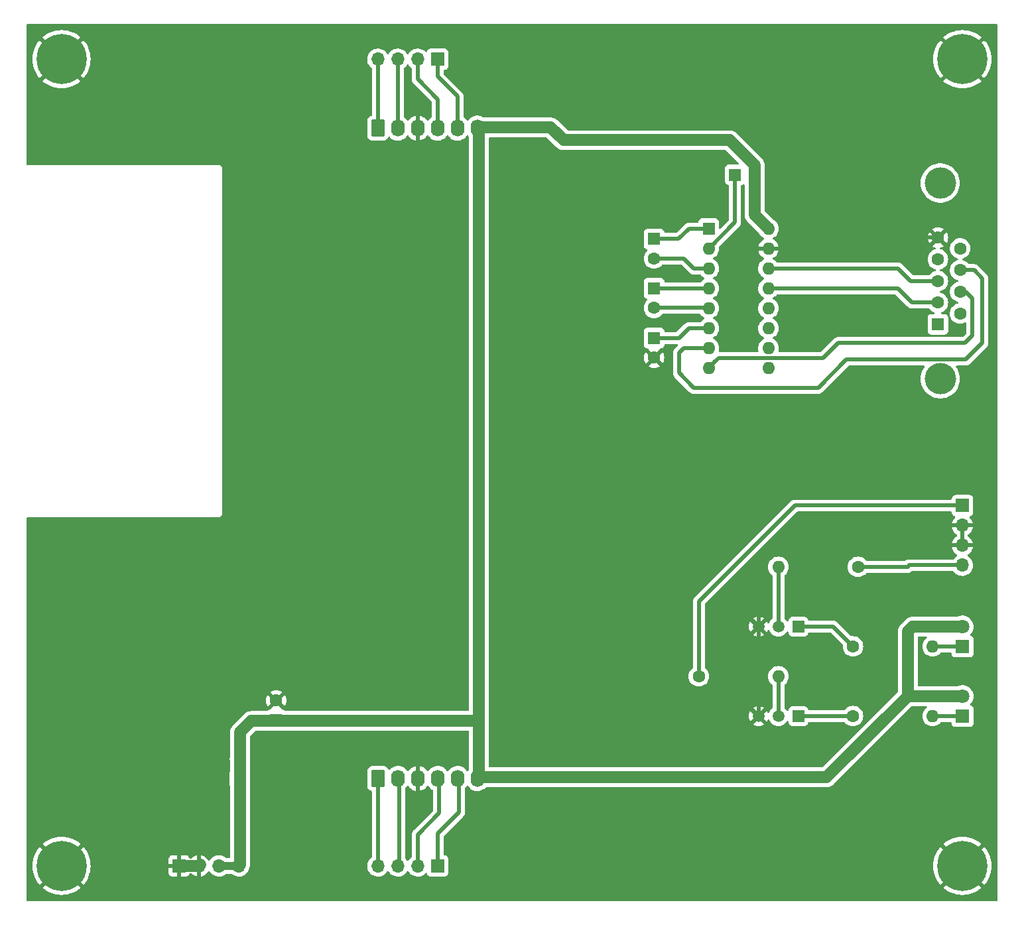
<source format=gbr>
%TF.GenerationSoftware,KiCad,Pcbnew,(6.0.4-0)*%
%TF.CreationDate,2024-05-14T18:17:28+10:00*%
%TF.ProjectId,RS232,52533233-322e-46b6-9963-61645f706362,rev?*%
%TF.SameCoordinates,Original*%
%TF.FileFunction,Copper,L2,Bot*%
%TF.FilePolarity,Positive*%
%FSLAX46Y46*%
G04 Gerber Fmt 4.6, Leading zero omitted, Abs format (unit mm)*
G04 Created by KiCad (PCBNEW (6.0.4-0)) date 2024-05-14 18:17:28*
%MOMM*%
%LPD*%
G01*
G04 APERTURE LIST*
G04 Aperture macros list*
%AMRoundRect*
0 Rectangle with rounded corners*
0 $1 Rounding radius*
0 $2 $3 $4 $5 $6 $7 $8 $9 X,Y pos of 4 corners*
0 Add a 4 corners polygon primitive as box body*
4,1,4,$2,$3,$4,$5,$6,$7,$8,$9,$2,$3,0*
0 Add four circle primitives for the rounded corners*
1,1,$1+$1,$2,$3*
1,1,$1+$1,$4,$5*
1,1,$1+$1,$6,$7*
1,1,$1+$1,$8,$9*
0 Add four rect primitives between the rounded corners*
20,1,$1+$1,$2,$3,$4,$5,0*
20,1,$1+$1,$4,$5,$6,$7,0*
20,1,$1+$1,$6,$7,$8,$9,0*
20,1,$1+$1,$8,$9,$2,$3,0*%
G04 Aperture macros list end*
%TA.AperFunction,ComponentPad*%
%ADD10R,1.600000X1.600000*%
%TD*%
%TA.AperFunction,ComponentPad*%
%ADD11C,1.600000*%
%TD*%
%TA.AperFunction,ComponentPad*%
%ADD12C,0.800000*%
%TD*%
%TA.AperFunction,ComponentPad*%
%ADD13C,6.400000*%
%TD*%
%TA.AperFunction,ComponentPad*%
%ADD14C,4.000000*%
%TD*%
%TA.AperFunction,ComponentPad*%
%ADD15O,1.600000X1.600000*%
%TD*%
%TA.AperFunction,ComponentPad*%
%ADD16R,1.800000X1.800000*%
%TD*%
%TA.AperFunction,ComponentPad*%
%ADD17C,1.800000*%
%TD*%
%TA.AperFunction,ComponentPad*%
%ADD18R,1.500000X1.500000*%
%TD*%
%TA.AperFunction,ComponentPad*%
%ADD19C,1.500000*%
%TD*%
%TA.AperFunction,ComponentPad*%
%ADD20RoundRect,0.249999X-0.620001X-0.845001X0.620001X-0.845001X0.620001X0.845001X-0.620001X0.845001X0*%
%TD*%
%TA.AperFunction,ComponentPad*%
%ADD21O,1.740000X2.190000*%
%TD*%
%TA.AperFunction,ComponentPad*%
%ADD22R,1.700000X1.700000*%
%TD*%
%TA.AperFunction,ComponentPad*%
%ADD23O,1.700000X1.700000*%
%TD*%
%TA.AperFunction,Conductor*%
%ADD24C,0.500000*%
%TD*%
%TA.AperFunction,Conductor*%
%ADD25C,1.500000*%
%TD*%
%TA.AperFunction,Conductor*%
%ADD26C,1.000000*%
%TD*%
G04 APERTURE END LIST*
D10*
%TO.P,C6,1*%
%TO.N,+5V*%
X57785000Y-116840000D03*
D11*
%TO.P,C6,2*%
%TO.N,GND*%
X57785000Y-114340000D03*
%TD*%
D10*
%TO.P,C8,1*%
%TO.N,+5V*%
X62400000Y-109382380D03*
D11*
%TO.P,C8,2*%
%TO.N,GND*%
X62400000Y-106882380D03*
%TD*%
D12*
%TO.P,H1,1,1*%
%TO.N,GND*%
X151697056Y-126302944D03*
D13*
X150000000Y-128000000D03*
D12*
X152400000Y-128000000D03*
X150000000Y-125600000D03*
X148302944Y-126302944D03*
X150000000Y-130400000D03*
X151697056Y-129697056D03*
X148302944Y-129697056D03*
X147600000Y-128000000D03*
%TD*%
%TO.P,H2,1,1*%
%TO.N,GND*%
X37400000Y-25000000D03*
X36697056Y-26697056D03*
X35000000Y-27400000D03*
X33302944Y-23302944D03*
X33302944Y-26697056D03*
D13*
X35000000Y-25000000D03*
D12*
X32600000Y-25000000D03*
X36697056Y-23302944D03*
X35000000Y-22600000D03*
%TD*%
%TO.P,H4,1,1*%
%TO.N,GND*%
X148302944Y-26697056D03*
X148302944Y-23302944D03*
X152400000Y-25000000D03*
X147600000Y-25000000D03*
X151697056Y-23302944D03*
X150000000Y-27400000D03*
D13*
X150000000Y-25000000D03*
D12*
X150000000Y-22600000D03*
X151697056Y-26697056D03*
%TD*%
D10*
%TO.P,C1,1*%
%TO.N,Net-(C1-Pad1)*%
X110645000Y-47950000D03*
D11*
%TO.P,C1,2*%
%TO.N,Net-(C1-Pad2)*%
X110645000Y-50450000D03*
%TD*%
D10*
%TO.P,C2,1*%
%TO.N,Net-(C2-Pad1)*%
X120980000Y-39755000D03*
D11*
%TO.P,C2,2*%
%TO.N,+5V*%
X123480000Y-39755000D03*
%TD*%
D10*
%TO.P,C4,1*%
%TO.N,Net-(C4-Pad1)*%
X110645000Y-54260000D03*
D11*
%TO.P,C4,2*%
%TO.N,Net-(C4-Pad2)*%
X110645000Y-56760000D03*
%TD*%
D14*
%TO.P,J1,0*%
%TO.N,N/C*%
X147180000Y-65815000D03*
X147180000Y-40815000D03*
D10*
%TO.P,J1,1,1*%
%TO.N,unconnected-(J1-Pad1)*%
X146880000Y-58855000D03*
D11*
%TO.P,J1,2,2*%
%TO.N,RX_D*%
X146880000Y-56085000D03*
%TO.P,J1,3,3*%
%TO.N,TX_D*%
X146880000Y-53315000D03*
%TO.P,J1,4,4*%
%TO.N,unconnected-(J1-Pad4)*%
X146880000Y-50545000D03*
%TO.P,J1,5,5*%
%TO.N,GND*%
X146880000Y-47775000D03*
%TO.P,J1,6,6*%
%TO.N,unconnected-(J1-Pad6)*%
X149720000Y-57470000D03*
%TO.P,J1,7,7*%
%TO.N,RTS*%
X149720000Y-54700000D03*
%TO.P,J1,8,8*%
%TO.N,CTS*%
X149720000Y-51930000D03*
%TO.P,J1,9,9*%
%TO.N,unconnected-(J1-Pad9)*%
X149720000Y-49160000D03*
%TD*%
D10*
%TO.P,U1,1,C1+*%
%TO.N,Net-(C1-Pad1)*%
X117630000Y-46640000D03*
D15*
%TO.P,U1,2,VS+*%
%TO.N,Net-(C2-Pad1)*%
X117630000Y-49180000D03*
%TO.P,U1,3,C1-*%
%TO.N,Net-(C1-Pad2)*%
X117630000Y-51720000D03*
%TO.P,U1,4,C2+*%
%TO.N,Net-(C4-Pad1)*%
X117630000Y-54260000D03*
%TO.P,U1,5,C2-*%
%TO.N,Net-(C4-Pad2)*%
X117630000Y-56800000D03*
%TO.P,U1,6,VS-*%
%TO.N,Net-(C3-Pad1)*%
X117630000Y-59340000D03*
%TO.P,U1,7,T2OUT*%
%TO.N,CTS*%
X117630000Y-61880000D03*
%TO.P,U1,8,R2IN*%
%TO.N,RTS*%
X117630000Y-64420000D03*
%TO.P,U1,9,R2OUT*%
%TO.N,unconnected-(U1-Pad9)*%
X125250000Y-64420000D03*
%TO.P,U1,10,T2IN*%
%TO.N,unconnected-(U1-Pad10)*%
X125250000Y-61880000D03*
%TO.P,U1,11,T1IN*%
%TO.N,TX*%
X125250000Y-59340000D03*
%TO.P,U1,12,R1OUT*%
%TO.N,RX*%
X125250000Y-56800000D03*
%TO.P,U1,13,R1IN*%
%TO.N,RX_D*%
X125250000Y-54260000D03*
%TO.P,U1,14,T1OUT*%
%TO.N,TX_D*%
X125250000Y-51720000D03*
%TO.P,U1,15,GND*%
%TO.N,GND*%
X125250000Y-49180000D03*
%TO.P,U1,16,VCC*%
%TO.N,+5V*%
X125250000Y-46640000D03*
%TD*%
D10*
%TO.P,C3,1*%
%TO.N,Net-(C3-Pad1)*%
X110645000Y-60610000D03*
D11*
%TO.P,C3,2*%
%TO.N,GND*%
X110645000Y-63110000D03*
%TD*%
D16*
%TO.P,D1,1,K*%
%TO.N,Net-(D1-Pad1)*%
X150015000Y-108870000D03*
D17*
%TO.P,D1,2,A*%
%TO.N,+5V*%
X150015000Y-106330000D03*
%TD*%
D16*
%TO.P,D3,1,K*%
%TO.N,Net-(D3-Pad1)*%
X150015000Y-99980000D03*
D17*
%TO.P,D3,2,A*%
%TO.N,+5V*%
X150015000Y-97440000D03*
%TD*%
D18*
%TO.P,Q1,1,C*%
%TO.N,Net-(Q1-Pad1)*%
X129060000Y-108870000D03*
D19*
%TO.P,Q1,2,B*%
%TO.N,Net-(Q1-Pad2)*%
X126520000Y-108870000D03*
%TO.P,Q1,3,E*%
%TO.N,GND*%
X123980000Y-108870000D03*
%TD*%
D18*
%TO.P,Q2,1,C*%
%TO.N,Net-(Q2-Pad1)*%
X129060000Y-97440000D03*
D19*
%TO.P,Q2,2,B*%
%TO.N,Net-(Q2-Pad2)*%
X126520000Y-97440000D03*
%TO.P,Q2,3,E*%
%TO.N,GND*%
X123980000Y-97440000D03*
%TD*%
D11*
%TO.P,R1,1*%
%TO.N,Net-(Q2-Pad1)*%
X136045000Y-99980000D03*
D15*
%TO.P,R1,2*%
%TO.N,Net-(D3-Pad1)*%
X146205000Y-99980000D03*
%TD*%
D11*
%TO.P,R2,1*%
%TO.N,TX*%
X116360000Y-103790000D03*
D15*
%TO.P,R2,2*%
%TO.N,Net-(Q1-Pad2)*%
X126520000Y-103790000D03*
%TD*%
D11*
%TO.P,R3,1*%
%TO.N,RX*%
X136680000Y-89820000D03*
D15*
%TO.P,R3,2*%
%TO.N,Net-(Q2-Pad2)*%
X126520000Y-89820000D03*
%TD*%
D11*
%TO.P,R10,1*%
%TO.N,Net-(Q1-Pad1)*%
X136045000Y-108870000D03*
D15*
%TO.P,R10,2*%
%TO.N,Net-(D1-Pad1)*%
X146205000Y-108870000D03*
%TD*%
D20*
%TO.P,J10,1,Pin_1*%
%TO.N,I_rst*%
X75400000Y-116840000D03*
D21*
%TO.P,J10,2,Pin_2*%
%TO.N,I_flag*%
X77940000Y-116840000D03*
%TO.P,J10,3,Pin_3*%
%TO.N,GND*%
X80480000Y-116840000D03*
%TO.P,J10,4,Pin_4*%
%TO.N,I_data*%
X83020000Y-116840000D03*
%TO.P,J10,5,Pin_5*%
%TO.N,I_clock*%
X85560000Y-116840000D03*
%TO.P,J10,6,Pin_6*%
%TO.N,+5V*%
X88100000Y-116840000D03*
%TD*%
D20*
%TO.P,J11,1,Pin_1*%
%TO.N,rst*%
X75400000Y-33800000D03*
D21*
%TO.P,J11,2,Pin_2*%
%TO.N,flag*%
X77940000Y-33800000D03*
%TO.P,J11,3,Pin_3*%
%TO.N,GND*%
X80480000Y-33800000D03*
%TO.P,J11,4,Pin_4*%
%TO.N,data*%
X83020000Y-33800000D03*
%TO.P,J11,5,Pin_5*%
%TO.N,clock*%
X85560000Y-33800000D03*
%TO.P,J11,6,Pin_6*%
%TO.N,+5V*%
X88100000Y-33800000D03*
%TD*%
D12*
%TO.P,H3,1,1*%
%TO.N,GND*%
X35000000Y-130400000D03*
X33302944Y-129697056D03*
X35000000Y-125600000D03*
X32600000Y-128000000D03*
X33302944Y-126302944D03*
D13*
X35000000Y-128000000D03*
D12*
X36697056Y-126302944D03*
X37400000Y-128000000D03*
X36697056Y-129697056D03*
%TD*%
D22*
%TO.P,J6,1,Pin_1*%
%TO.N,GND*%
X50000000Y-128000000D03*
D23*
%TO.P,J6,2,Pin_2*%
X52540000Y-128000000D03*
%TO.P,J6,3,Pin_3*%
%TO.N,+5V*%
X55080000Y-128000000D03*
%TO.P,J6,4,Pin_4*%
X57620000Y-128000000D03*
%TD*%
D22*
%TO.P,J7,1,Pin_1*%
%TO.N,I_clock*%
X83000000Y-128000000D03*
D23*
%TO.P,J7,2,Pin_2*%
%TO.N,I_data*%
X80460000Y-128000000D03*
%TO.P,J7,3,Pin_3*%
%TO.N,I_flag*%
X77920000Y-128000000D03*
%TO.P,J7,4,Pin_4*%
%TO.N,I_rst*%
X75380000Y-128000000D03*
%TD*%
D22*
%TO.P,J9,1,Pin_1*%
%TO.N,clock*%
X83000000Y-25000000D03*
D23*
%TO.P,J9,2,Pin_2*%
%TO.N,data*%
X80460000Y-25000000D03*
%TO.P,J9,3,Pin_3*%
%TO.N,flag*%
X77920000Y-25000000D03*
%TO.P,J9,4,Pin_4*%
%TO.N,rst*%
X75380000Y-25000000D03*
%TD*%
D22*
%TO.P,J5,1,Pin_1*%
%TO.N,TX*%
X150015000Y-82000000D03*
D23*
%TO.P,J5,2,Pin_2*%
%TO.N,GND*%
X150015000Y-84540000D03*
%TO.P,J5,3,Pin_3*%
X150015000Y-87080000D03*
%TO.P,J5,4,Pin_4*%
%TO.N,RX*%
X150015000Y-89620000D03*
%TD*%
D24*
%TO.N,I_rst*%
X75400000Y-116840000D02*
X75380000Y-116860000D01*
X75380000Y-116860000D02*
X75380000Y-128000000D01*
%TO.N,I_flag*%
X77940000Y-116840000D02*
X78140000Y-117040000D01*
X78140000Y-117040000D02*
X78140000Y-127780000D01*
X78140000Y-127780000D02*
X77920000Y-128000000D01*
%TO.N,I_data*%
X83020000Y-116840000D02*
X83220000Y-117040000D01*
X83220000Y-117040000D02*
X83220000Y-121280000D01*
X83220000Y-121280000D02*
X80460000Y-124040000D01*
X80460000Y-124040000D02*
X80460000Y-128000000D01*
%TO.N,I_clock*%
X85560000Y-116840000D02*
X85760000Y-117040000D01*
X85760000Y-117040000D02*
X85760000Y-121140000D01*
X85760000Y-121140000D02*
X83000000Y-123900000D01*
X83000000Y-123900000D02*
X83000000Y-128000000D01*
D25*
%TO.N,+5V*%
X88100000Y-116840000D02*
X88300000Y-116640000D01*
X88300000Y-116640000D02*
X88300000Y-34000000D01*
X88300000Y-34000000D02*
X88100000Y-33800000D01*
D24*
%TO.N,clock*%
X83000000Y-25000000D02*
X83000000Y-27200000D01*
X83000000Y-27200000D02*
X85560000Y-29760000D01*
X85560000Y-29760000D02*
X85560000Y-33800000D01*
%TO.N,data*%
X80460000Y-25000000D02*
X80460000Y-27560000D01*
X80460000Y-27560000D02*
X83020000Y-30120000D01*
X83020000Y-30120000D02*
X83020000Y-33800000D01*
%TO.N,flag*%
X77920000Y-25000000D02*
X77920000Y-33780000D01*
X77920000Y-33780000D02*
X77940000Y-33800000D01*
D25*
%TO.N,+5V*%
X88180000Y-33720000D02*
X88100000Y-33800000D01*
X123480000Y-39755000D02*
X123480000Y-38520000D01*
D24*
%TO.N,rst*%
X75380000Y-25000000D02*
X75380000Y-33780000D01*
X75380000Y-33780000D02*
X75400000Y-33800000D01*
D25*
%TO.N,+5V*%
X123480000Y-38520000D02*
X120305000Y-35345000D01*
X120305000Y-35345000D02*
X99080000Y-35345000D01*
X99080000Y-35345000D02*
X97455000Y-33720000D01*
X97455000Y-33720000D02*
X88180000Y-33720000D01*
X88440000Y-116700000D02*
X132660000Y-116700000D01*
X132660000Y-116700000D02*
X143030000Y-106330000D01*
X59210000Y-109505000D02*
X88305000Y-109505000D01*
X88305000Y-109505000D02*
X88300000Y-109510000D01*
D24*
%TO.N,Net-(D1-Pad1)*%
X146205000Y-108870000D02*
X150015000Y-108870000D01*
D25*
%TO.N,+5V*%
X143030000Y-98075000D02*
X143665000Y-97440000D01*
X57785000Y-123825000D02*
X57785000Y-127835000D01*
X143030000Y-106330000D02*
X150015000Y-106330000D01*
X57785000Y-116840000D02*
X57785000Y-123825000D01*
X123480000Y-39755000D02*
X123480000Y-44870000D01*
X57785000Y-110930000D02*
X59210000Y-109505000D01*
X143665000Y-97440000D02*
X150015000Y-97440000D01*
D26*
X55080000Y-128000000D02*
X57620000Y-128000000D01*
D25*
X123480000Y-44870000D02*
X125250000Y-46640000D01*
X57785000Y-127835000D02*
X57620000Y-128000000D01*
D26*
X57540000Y-127920000D02*
X57620000Y-128000000D01*
D25*
X143030000Y-106330000D02*
X143030000Y-98075000D01*
X57785000Y-116840000D02*
X57785000Y-110930000D01*
D24*
%TO.N,GND*%
X123980000Y-97440000D02*
X123980000Y-89820000D01*
X126720000Y-87080000D02*
X150015000Y-87080000D01*
D25*
X52705000Y-127835000D02*
X52540000Y-128000000D01*
X52540000Y-128000000D02*
X50000000Y-128000000D01*
D24*
X123980000Y-89820000D02*
X126720000Y-87080000D01*
X133505000Y-49180000D02*
X134910000Y-47775000D01*
X134910000Y-47775000D02*
X146880000Y-47775000D01*
X123980000Y-97440000D02*
X123980000Y-108870000D01*
X125250000Y-49180000D02*
X133505000Y-49180000D01*
%TO.N,Net-(C1-Pad1)*%
X115090000Y-46640000D02*
X117630000Y-46640000D01*
X110645000Y-47950000D02*
X113780000Y-47950000D01*
X113780000Y-47950000D02*
X115090000Y-46640000D01*
%TO.N,Net-(C2-Pad1)*%
X120980000Y-45830000D02*
X117630000Y-49180000D01*
X120980000Y-39755000D02*
X120980000Y-45830000D01*
%TO.N,RX*%
X143030000Y-89820000D02*
X143230000Y-89620000D01*
X143230000Y-89620000D02*
X150015000Y-89620000D01*
X136680000Y-89820000D02*
X143030000Y-89820000D01*
%TO.N,TX*%
X116360000Y-94265000D02*
X116360000Y-103790000D01*
X128625000Y-82000000D02*
X116360000Y-94265000D01*
X150015000Y-82000000D02*
X128625000Y-82000000D01*
%TO.N,Net-(C4-Pad1)*%
X110645000Y-54260000D02*
X117630000Y-54260000D01*
%TO.N,I_rst*%
X75565000Y-127815000D02*
X75380000Y-128000000D01*
%TO.N,I_data*%
X80645000Y-127815000D02*
X80460000Y-128000000D01*
%TO.N,Net-(C1-Pad2)*%
X114455000Y-50450000D02*
X115725000Y-51720000D01*
X110645000Y-50450000D02*
X114455000Y-50450000D01*
X115725000Y-51720000D02*
X117630000Y-51720000D01*
%TO.N,Net-(C3-Pad1)*%
X113820000Y-60610000D02*
X115090000Y-59340000D01*
X110645000Y-60610000D02*
X113820000Y-60610000D01*
X115090000Y-59340000D02*
X117630000Y-59340000D01*
%TO.N,Net-(C4-Pad2)*%
X110645000Y-56760000D02*
X117590000Y-56760000D01*
X117590000Y-56760000D02*
X117630000Y-56800000D01*
%TO.N,CTS*%
X113820000Y-62515000D02*
X114455000Y-61880000D01*
X113820000Y-65055000D02*
X113820000Y-62515000D01*
X152555000Y-52990000D02*
X152555000Y-61245000D01*
X150435001Y-63364999D02*
X135195001Y-63364999D01*
X149720000Y-51930000D02*
X151495000Y-51930000D01*
X135195001Y-63364999D02*
X131600000Y-66960000D01*
X151495000Y-51930000D02*
X152555000Y-52990000D01*
X115725000Y-66960000D02*
X113820000Y-65055000D01*
X152555000Y-61245000D02*
X150435001Y-63364999D01*
X131600000Y-66960000D02*
X115725000Y-66960000D01*
X114455000Y-61880000D02*
X117630000Y-61880000D01*
%TO.N,RTS*%
X118919999Y-63130001D02*
X118429999Y-63620001D01*
X118429999Y-63620001D02*
X117630000Y-64420000D01*
X132254999Y-63130001D02*
X118919999Y-63130001D01*
X134140000Y-61245000D02*
X132254999Y-63130001D01*
X151285000Y-60286037D02*
X150326037Y-61245000D01*
X151285000Y-55530000D02*
X151285000Y-60286037D01*
X150455000Y-54700000D02*
X151285000Y-55530000D01*
X150326037Y-61245000D02*
X134140000Y-61245000D01*
X149720000Y-54700000D02*
X150455000Y-54700000D01*
%TO.N,TX_D*%
X125250000Y-51720000D02*
X141760000Y-51720000D01*
X143355000Y-53315000D02*
X146880000Y-53315000D01*
X141760000Y-51720000D02*
X143355000Y-53315000D01*
%TO.N,RX_D*%
X141760000Y-54260000D02*
X143585000Y-56085000D01*
X125250000Y-54260000D02*
X141760000Y-54260000D01*
X143585000Y-56085000D02*
X146880000Y-56085000D01*
%TO.N,Net-(D3-Pad1)*%
X146205000Y-99980000D02*
X150015000Y-99980000D01*
%TO.N,Net-(Q1-Pad1)*%
X129060000Y-108870000D02*
X136045000Y-108870000D01*
%TO.N,Net-(Q1-Pad2)*%
X126520000Y-108870000D02*
X126520000Y-103790000D01*
%TO.N,Net-(Q2-Pad1)*%
X133505000Y-97440000D02*
X136045000Y-99980000D01*
X129060000Y-97440000D02*
X133505000Y-97440000D01*
%TO.N,Net-(Q2-Pad2)*%
X126520000Y-89820000D02*
X126520000Y-92360000D01*
X126520000Y-92360000D02*
X126520000Y-97440000D01*
%TD*%
%TA.AperFunction,Conductor*%
%TO.N,GND*%
G36*
X154433621Y-20528502D02*
G01*
X154480114Y-20582158D01*
X154491500Y-20634500D01*
X154491500Y-132365500D01*
X154471498Y-132433621D01*
X154417842Y-132480114D01*
X154365500Y-132491500D01*
X30634500Y-132491500D01*
X30566379Y-132471498D01*
X30519886Y-132417842D01*
X30508500Y-132365500D01*
X30508500Y-130797386D01*
X32567759Y-130797386D01*
X32575216Y-130807753D01*
X32814935Y-131001874D01*
X32820272Y-131005751D01*
X33140685Y-131213830D01*
X33146394Y-131217127D01*
X33486811Y-131390578D01*
X33492836Y-131393260D01*
X33849502Y-131530171D01*
X33855784Y-131532212D01*
X34224816Y-131631094D01*
X34231266Y-131632465D01*
X34608629Y-131692234D01*
X34615167Y-131692920D01*
X34996699Y-131712916D01*
X35003301Y-131712916D01*
X35384833Y-131692920D01*
X35391371Y-131692234D01*
X35768734Y-131632465D01*
X35775184Y-131631094D01*
X36144216Y-131532212D01*
X36150498Y-131530171D01*
X36507164Y-131393260D01*
X36513189Y-131390578D01*
X36853606Y-131217127D01*
X36859315Y-131213830D01*
X37179728Y-131005751D01*
X37185065Y-131001874D01*
X37423835Y-130808522D01*
X37431527Y-130797386D01*
X147567759Y-130797386D01*
X147575216Y-130807753D01*
X147814935Y-131001874D01*
X147820272Y-131005751D01*
X148140685Y-131213830D01*
X148146394Y-131217127D01*
X148486811Y-131390578D01*
X148492836Y-131393260D01*
X148849502Y-131530171D01*
X148855784Y-131532212D01*
X149224816Y-131631094D01*
X149231266Y-131632465D01*
X149608629Y-131692234D01*
X149615167Y-131692920D01*
X149996699Y-131712916D01*
X150003301Y-131712916D01*
X150384833Y-131692920D01*
X150391371Y-131692234D01*
X150768734Y-131632465D01*
X150775184Y-131631094D01*
X151144216Y-131532212D01*
X151150498Y-131530171D01*
X151507164Y-131393260D01*
X151513189Y-131390578D01*
X151853606Y-131217127D01*
X151859315Y-131213830D01*
X152179728Y-131005751D01*
X152185065Y-131001874D01*
X152423835Y-130808522D01*
X152432300Y-130796267D01*
X152425966Y-130785176D01*
X150012812Y-128372022D01*
X149998868Y-128364408D01*
X149997035Y-128364539D01*
X149990420Y-128368790D01*
X147574900Y-130784310D01*
X147567759Y-130797386D01*
X37431527Y-130797386D01*
X37432300Y-130796267D01*
X37425966Y-130785176D01*
X35012812Y-128372022D01*
X34998868Y-128364408D01*
X34997035Y-128364539D01*
X34990420Y-128368790D01*
X32574900Y-130784310D01*
X32567759Y-130797386D01*
X30508500Y-130797386D01*
X30508500Y-128003301D01*
X31287084Y-128003301D01*
X31307080Y-128384833D01*
X31307766Y-128391371D01*
X31367535Y-128768734D01*
X31368906Y-128775184D01*
X31467788Y-129144216D01*
X31469829Y-129150498D01*
X31606740Y-129507164D01*
X31609422Y-129513189D01*
X31782872Y-129853603D01*
X31786169Y-129859313D01*
X31994253Y-130179735D01*
X31998123Y-130185061D01*
X32191478Y-130423835D01*
X32203733Y-130432300D01*
X32214824Y-130425966D01*
X34627978Y-128012812D01*
X34634356Y-128001132D01*
X35364408Y-128001132D01*
X35364539Y-128002965D01*
X35368790Y-128009580D01*
X37784310Y-130425100D01*
X37797386Y-130432241D01*
X37807753Y-130424784D01*
X38001877Y-130185061D01*
X38005747Y-130179735D01*
X38213831Y-129859313D01*
X38217128Y-129853603D01*
X38390578Y-129513189D01*
X38393260Y-129507164D01*
X38530171Y-129150498D01*
X38532212Y-129144216D01*
X38599078Y-128894669D01*
X48642001Y-128894669D01*
X48642371Y-128901490D01*
X48647895Y-128952352D01*
X48651521Y-128967604D01*
X48696676Y-129088054D01*
X48705214Y-129103649D01*
X48781715Y-129205724D01*
X48794276Y-129218285D01*
X48896351Y-129294786D01*
X48911946Y-129303324D01*
X49032394Y-129348478D01*
X49047649Y-129352105D01*
X49098514Y-129357631D01*
X49105328Y-129358000D01*
X49727885Y-129358000D01*
X49743124Y-129353525D01*
X49744329Y-129352135D01*
X49746000Y-129344452D01*
X49746000Y-129339884D01*
X50254000Y-129339884D01*
X50258475Y-129355123D01*
X50259865Y-129356328D01*
X50267548Y-129357999D01*
X50894669Y-129357999D01*
X50901490Y-129357629D01*
X50952352Y-129352105D01*
X50967604Y-129348479D01*
X51088054Y-129303324D01*
X51103649Y-129294786D01*
X51205724Y-129218285D01*
X51218285Y-129205724D01*
X51294786Y-129103649D01*
X51303325Y-129088052D01*
X51344425Y-128978418D01*
X51387066Y-128921653D01*
X51453628Y-128896953D01*
X51522977Y-128912160D01*
X51557645Y-128940150D01*
X51583219Y-128969674D01*
X51590580Y-128976883D01*
X51754434Y-129112916D01*
X51762881Y-129118831D01*
X51946756Y-129226279D01*
X51956042Y-129230729D01*
X52155001Y-129306703D01*
X52164899Y-129309579D01*
X52268250Y-129330606D01*
X52282299Y-129329410D01*
X52286000Y-129319065D01*
X52286000Y-129318517D01*
X52794000Y-129318517D01*
X52798064Y-129332359D01*
X52811478Y-129334393D01*
X52818184Y-129333534D01*
X52828262Y-129331392D01*
X53032255Y-129270191D01*
X53041842Y-129266433D01*
X53233095Y-129172739D01*
X53241945Y-129167464D01*
X53415328Y-129043792D01*
X53423200Y-129037139D01*
X53574052Y-128886812D01*
X53580730Y-128878965D01*
X53708022Y-128701819D01*
X53709279Y-128702722D01*
X53756373Y-128659362D01*
X53826311Y-128647145D01*
X53891751Y-128674678D01*
X53919579Y-128706511D01*
X53979987Y-128805088D01*
X54126250Y-128973938D01*
X54298126Y-129116632D01*
X54491000Y-129229338D01*
X54699692Y-129309030D01*
X54704760Y-129310061D01*
X54704763Y-129310062D01*
X54799862Y-129329410D01*
X54918597Y-129353567D01*
X54923772Y-129353757D01*
X54923774Y-129353757D01*
X55136673Y-129361564D01*
X55136677Y-129361564D01*
X55141837Y-129361753D01*
X55146957Y-129361097D01*
X55146959Y-129361097D01*
X55358288Y-129334025D01*
X55358289Y-129334025D01*
X55363416Y-129333368D01*
X55368366Y-129331883D01*
X55572429Y-129270661D01*
X55572434Y-129270659D01*
X55577384Y-129269174D01*
X55777994Y-129170896D01*
X55959860Y-129041173D01*
X55962886Y-129038157D01*
X56027588Y-129009570D01*
X56043976Y-129008500D01*
X56662393Y-129008500D01*
X56730514Y-129028502D01*
X56742877Y-129037555D01*
X56838126Y-129116632D01*
X57031000Y-129229338D01*
X57239692Y-129309030D01*
X57244760Y-129310061D01*
X57244763Y-129310062D01*
X57339862Y-129329410D01*
X57458597Y-129353567D01*
X57463772Y-129353757D01*
X57463774Y-129353757D01*
X57676673Y-129361564D01*
X57676677Y-129361564D01*
X57681837Y-129361753D01*
X57686957Y-129361097D01*
X57686959Y-129361097D01*
X57898288Y-129334025D01*
X57898289Y-129334025D01*
X57903416Y-129333368D01*
X57908366Y-129331883D01*
X58112429Y-129270661D01*
X58112434Y-129270659D01*
X58117384Y-129269174D01*
X58317994Y-129170896D01*
X58499860Y-129041173D01*
X58512576Y-129028502D01*
X58601237Y-128940150D01*
X58658096Y-128883489D01*
X58717594Y-128800689D01*
X58785435Y-128706277D01*
X58788453Y-128702077D01*
X58801995Y-128674678D01*
X58885136Y-128506453D01*
X58885137Y-128506451D01*
X58887430Y-128501811D01*
X58921898Y-128388366D01*
X58929284Y-128371211D01*
X58928783Y-128370982D01*
X58931120Y-128365878D01*
X58933898Y-128361007D01*
X58961715Y-128282454D01*
X58963576Y-128277529D01*
X58994656Y-128200217D01*
X58998294Y-128182650D01*
X59002899Y-128166156D01*
X59008889Y-128149241D01*
X59022359Y-128066990D01*
X59023319Y-128061811D01*
X59039276Y-127984758D01*
X59039276Y-127984757D01*
X59040213Y-127980233D01*
X59040994Y-127966695D01*
X59041815Y-127952452D01*
X59043262Y-127939347D01*
X59044286Y-127933090D01*
X59044286Y-127933086D01*
X59045194Y-127927543D01*
X59043516Y-127820736D01*
X59043500Y-127818757D01*
X59043500Y-117888513D01*
X59051518Y-117844284D01*
X59083973Y-117757711D01*
X59083973Y-117757709D01*
X59086745Y-117750316D01*
X59088366Y-117735400D01*
X59093131Y-117691531D01*
X59093500Y-117688134D01*
X59093500Y-115991866D01*
X59086745Y-115929684D01*
X59077928Y-115906163D01*
X59051518Y-115835716D01*
X59043500Y-115791487D01*
X59043500Y-114713527D01*
X59047793Y-114680916D01*
X59076625Y-114573312D01*
X59078528Y-114562519D01*
X59097517Y-114345475D01*
X59097517Y-114334525D01*
X59078528Y-114117481D01*
X59076625Y-114106688D01*
X59047793Y-113999084D01*
X59043500Y-113966473D01*
X59043500Y-111503478D01*
X59063502Y-111435357D01*
X59080405Y-111414382D01*
X59694384Y-110800404D01*
X59756696Y-110766379D01*
X59783479Y-110763500D01*
X86915500Y-110763500D01*
X86983621Y-110783502D01*
X87030114Y-110837158D01*
X87041500Y-110889500D01*
X87041500Y-115686736D01*
X87021498Y-115754857D01*
X87012935Y-115766626D01*
X86959835Y-115831386D01*
X86957199Y-115836016D01*
X86957196Y-115836021D01*
X86938699Y-115868516D01*
X86887616Y-115917822D01*
X86817985Y-115931683D01*
X86751915Y-115905699D01*
X86724677Y-115876550D01*
X86691492Y-115827259D01*
X86638202Y-115748104D01*
X86622638Y-115731788D01*
X86559908Y-115666031D01*
X86476724Y-115578832D01*
X86289035Y-115439187D01*
X86284284Y-115436771D01*
X86284280Y-115436769D01*
X86085256Y-115335580D01*
X86085255Y-115335580D01*
X86080500Y-115333162D01*
X85857083Y-115263790D01*
X85851796Y-115263089D01*
X85851795Y-115263089D01*
X85630455Y-115233752D01*
X85630451Y-115233752D01*
X85625171Y-115233052D01*
X85619842Y-115233252D01*
X85619840Y-115233252D01*
X85508284Y-115237440D01*
X85391396Y-115241828D01*
X85364488Y-115247474D01*
X85167668Y-115288771D01*
X85167665Y-115288772D01*
X85162441Y-115289868D01*
X84944854Y-115375797D01*
X84940290Y-115378566D01*
X84940291Y-115378566D01*
X84749417Y-115494391D01*
X84749414Y-115494393D01*
X84744856Y-115497159D01*
X84568166Y-115650483D01*
X84419835Y-115831386D01*
X84417199Y-115836016D01*
X84417196Y-115836021D01*
X84398699Y-115868516D01*
X84347616Y-115917822D01*
X84277985Y-115931683D01*
X84211915Y-115905699D01*
X84184677Y-115876550D01*
X84151492Y-115827259D01*
X84098202Y-115748104D01*
X84082638Y-115731788D01*
X84019908Y-115666031D01*
X83936724Y-115578832D01*
X83749035Y-115439187D01*
X83744284Y-115436771D01*
X83744280Y-115436769D01*
X83545256Y-115335580D01*
X83545255Y-115335580D01*
X83540500Y-115333162D01*
X83317083Y-115263790D01*
X83311796Y-115263089D01*
X83311795Y-115263089D01*
X83090455Y-115233752D01*
X83090451Y-115233752D01*
X83085171Y-115233052D01*
X83079842Y-115233252D01*
X83079840Y-115233252D01*
X82968284Y-115237440D01*
X82851396Y-115241828D01*
X82824488Y-115247474D01*
X82627668Y-115288771D01*
X82627665Y-115288772D01*
X82622441Y-115289868D01*
X82404854Y-115375797D01*
X82400290Y-115378566D01*
X82400291Y-115378566D01*
X82209417Y-115494391D01*
X82209414Y-115494393D01*
X82204856Y-115497159D01*
X82028166Y-115650483D01*
X81879835Y-115831386D01*
X81877197Y-115836021D01*
X81877194Y-115836025D01*
X81858423Y-115869001D01*
X81807341Y-115918307D01*
X81737711Y-115932169D01*
X81671640Y-115906186D01*
X81644401Y-115877036D01*
X81560790Y-115752845D01*
X81554129Y-115744559D01*
X81400076Y-115583070D01*
X81392108Y-115576021D01*
X81213048Y-115442797D01*
X81204018Y-115437198D01*
X81005069Y-115336047D01*
X80995208Y-115332044D01*
X80782071Y-115265862D01*
X80771691Y-115263580D01*
X80751957Y-115260964D01*
X80737793Y-115263160D01*
X80734000Y-115276345D01*
X80734000Y-118401627D01*
X80737973Y-118415158D01*
X80748580Y-118416683D01*
X80872188Y-118390748D01*
X80882384Y-118387688D01*
X81089952Y-118305716D01*
X81099489Y-118300982D01*
X81290285Y-118185204D01*
X81298878Y-118178938D01*
X81467441Y-118032667D01*
X81474861Y-118025036D01*
X81616368Y-117852458D01*
X81622393Y-117843691D01*
X81640989Y-117811022D01*
X81692071Y-117761715D01*
X81761702Y-117747854D01*
X81827773Y-117773837D01*
X81855011Y-117802987D01*
X81885123Y-117847713D01*
X81941798Y-117931896D01*
X81945477Y-117935753D01*
X81945479Y-117935755D01*
X81974120Y-117965778D01*
X82103276Y-118101168D01*
X82290965Y-118240813D01*
X82295721Y-118243231D01*
X82295729Y-118243236D01*
X82392605Y-118292491D01*
X82444263Y-118341194D01*
X82461500Y-118404807D01*
X82461500Y-120913629D01*
X82441498Y-120981750D01*
X82424595Y-121002724D01*
X79971089Y-123456230D01*
X79956677Y-123468616D01*
X79945082Y-123477149D01*
X79945077Y-123477154D01*
X79939182Y-123481492D01*
X79934443Y-123487070D01*
X79934440Y-123487073D01*
X79904965Y-123521768D01*
X79898035Y-123529284D01*
X79892340Y-123534979D01*
X79890060Y-123537861D01*
X79874719Y-123557251D01*
X79871928Y-123560655D01*
X79829409Y-123610703D01*
X79824667Y-123616285D01*
X79821339Y-123622801D01*
X79817972Y-123627850D01*
X79814805Y-123632979D01*
X79810266Y-123638716D01*
X79779345Y-123704875D01*
X79777442Y-123708769D01*
X79744231Y-123773808D01*
X79742492Y-123780916D01*
X79740393Y-123786559D01*
X79738476Y-123792322D01*
X79735378Y-123798950D01*
X79733888Y-123806112D01*
X79733888Y-123806113D01*
X79720514Y-123870412D01*
X79719544Y-123874696D01*
X79702192Y-123945610D01*
X79701500Y-123956764D01*
X79701464Y-123956762D01*
X79701225Y-123960755D01*
X79700851Y-123964947D01*
X79699360Y-123972115D01*
X79699558Y-123979432D01*
X79701454Y-124049521D01*
X79701500Y-124052928D01*
X79701500Y-126807655D01*
X79681498Y-126875776D01*
X79651153Y-126908415D01*
X79617582Y-126933621D01*
X79554965Y-126980635D01*
X79551393Y-126984373D01*
X79461280Y-127078671D01*
X79400629Y-127142138D01*
X79293201Y-127299621D01*
X79238293Y-127344621D01*
X79167768Y-127352792D01*
X79104021Y-127321538D01*
X79083324Y-127297054D01*
X79002824Y-127172620D01*
X79002822Y-127172617D01*
X79000014Y-127168277D01*
X78931305Y-127092767D01*
X78900255Y-127028923D01*
X78898500Y-127007969D01*
X78898500Y-118114311D01*
X78918502Y-118046190D01*
X78931556Y-118029758D01*
X78931834Y-118029517D01*
X78935213Y-118025396D01*
X78935216Y-118025393D01*
X79076781Y-117852741D01*
X79080165Y-117848614D01*
X79082968Y-117843691D01*
X79101577Y-117810999D01*
X79152659Y-117761693D01*
X79222289Y-117747831D01*
X79288360Y-117773814D01*
X79315599Y-117802964D01*
X79399210Y-117927155D01*
X79405871Y-117935441D01*
X79559924Y-118096930D01*
X79567892Y-118103979D01*
X79746952Y-118237203D01*
X79755982Y-118242802D01*
X79954931Y-118343953D01*
X79964792Y-118347956D01*
X80177929Y-118414138D01*
X80188309Y-118416420D01*
X80208043Y-118419036D01*
X80222207Y-118416840D01*
X80226000Y-118403655D01*
X80226000Y-115278373D01*
X80222027Y-115264842D01*
X80211420Y-115263317D01*
X80087812Y-115289252D01*
X80077616Y-115292312D01*
X79870048Y-115374284D01*
X79860511Y-115379018D01*
X79669715Y-115494796D01*
X79661122Y-115501062D01*
X79492559Y-115647333D01*
X79485139Y-115654964D01*
X79343632Y-115827542D01*
X79337607Y-115836309D01*
X79319011Y-115868978D01*
X79267929Y-115918285D01*
X79198298Y-115932146D01*
X79132227Y-115906163D01*
X79104989Y-115877013D01*
X79022748Y-115754857D01*
X79018202Y-115748104D01*
X79002638Y-115731788D01*
X78939908Y-115666031D01*
X78856724Y-115578832D01*
X78669035Y-115439187D01*
X78664284Y-115436771D01*
X78664280Y-115436769D01*
X78465256Y-115335580D01*
X78465255Y-115335580D01*
X78460500Y-115333162D01*
X78237083Y-115263790D01*
X78231796Y-115263089D01*
X78231795Y-115263089D01*
X78010455Y-115233752D01*
X78010451Y-115233752D01*
X78005171Y-115233052D01*
X77999842Y-115233252D01*
X77999840Y-115233252D01*
X77888284Y-115237440D01*
X77771396Y-115241828D01*
X77744488Y-115247474D01*
X77547668Y-115288771D01*
X77547665Y-115288772D01*
X77542441Y-115289868D01*
X77324854Y-115375797D01*
X77320290Y-115378566D01*
X77320291Y-115378566D01*
X77129417Y-115494391D01*
X77129414Y-115494393D01*
X77124856Y-115497159D01*
X76948166Y-115650483D01*
X76918441Y-115686736D01*
X76917593Y-115687770D01*
X76858933Y-115727764D01*
X76787962Y-115729695D01*
X76727214Y-115692950D01*
X76712269Y-115670609D01*
X76711550Y-115671054D01*
X76696652Y-115646979D01*
X76618479Y-115520651D01*
X76493303Y-115395694D01*
X76395780Y-115335580D01*
X76348969Y-115306725D01*
X76348967Y-115306724D01*
X76342739Y-115302885D01*
X76262723Y-115276345D01*
X76181390Y-115249368D01*
X76181388Y-115249368D01*
X76174862Y-115247203D01*
X76168026Y-115246503D01*
X76168023Y-115246502D01*
X76120450Y-115241628D01*
X76070401Y-115236500D01*
X75405170Y-115236500D01*
X74729600Y-115236501D01*
X74623833Y-115247474D01*
X74617286Y-115249658D01*
X74617287Y-115249658D01*
X74462998Y-115301133D01*
X74462996Y-115301134D01*
X74456054Y-115303450D01*
X74305651Y-115396521D01*
X74180694Y-115521697D01*
X74087885Y-115672261D01*
X74032203Y-115840138D01*
X74021500Y-115944599D01*
X74021501Y-117735400D01*
X74032474Y-117841167D01*
X74034959Y-117848614D01*
X74070768Y-117955946D01*
X74088450Y-118008946D01*
X74181521Y-118159349D01*
X74306697Y-118284306D01*
X74342159Y-118306165D01*
X74408143Y-118346838D01*
X74457261Y-118377115D01*
X74489138Y-118387688D01*
X74535167Y-118402955D01*
X74593527Y-118443385D01*
X74620764Y-118508949D01*
X74621500Y-118522548D01*
X74621500Y-126807655D01*
X74601498Y-126875776D01*
X74571153Y-126908415D01*
X74537582Y-126933621D01*
X74474965Y-126980635D01*
X74471393Y-126984373D01*
X74381280Y-127078671D01*
X74320629Y-127142138D01*
X74317720Y-127146403D01*
X74317714Y-127146411D01*
X74299627Y-127172926D01*
X74194743Y-127326680D01*
X74100688Y-127529305D01*
X74040989Y-127744570D01*
X74017251Y-127966695D01*
X74017548Y-127971848D01*
X74017548Y-127971851D01*
X74019910Y-128012812D01*
X74030110Y-128189715D01*
X74031247Y-128194761D01*
X74031248Y-128194767D01*
X74045606Y-128258475D01*
X74079222Y-128407639D01*
X74163266Y-128614616D01*
X74200685Y-128675678D01*
X74277291Y-128800688D01*
X74279987Y-128805088D01*
X74426250Y-128973938D01*
X74598126Y-129116632D01*
X74791000Y-129229338D01*
X74999692Y-129309030D01*
X75004760Y-129310061D01*
X75004763Y-129310062D01*
X75099862Y-129329410D01*
X75218597Y-129353567D01*
X75223772Y-129353757D01*
X75223774Y-129353757D01*
X75436673Y-129361564D01*
X75436677Y-129361564D01*
X75441837Y-129361753D01*
X75446957Y-129361097D01*
X75446959Y-129361097D01*
X75658288Y-129334025D01*
X75658289Y-129334025D01*
X75663416Y-129333368D01*
X75668366Y-129331883D01*
X75872429Y-129270661D01*
X75872434Y-129270659D01*
X75877384Y-129269174D01*
X76077994Y-129170896D01*
X76259860Y-129041173D01*
X76272576Y-129028502D01*
X76361237Y-128940150D01*
X76418096Y-128883489D01*
X76477594Y-128800689D01*
X76548453Y-128702077D01*
X76549776Y-128703028D01*
X76596645Y-128659857D01*
X76666580Y-128647625D01*
X76732026Y-128675144D01*
X76759875Y-128706994D01*
X76819987Y-128805088D01*
X76966250Y-128973938D01*
X77138126Y-129116632D01*
X77331000Y-129229338D01*
X77539692Y-129309030D01*
X77544760Y-129310061D01*
X77544763Y-129310062D01*
X77639862Y-129329410D01*
X77758597Y-129353567D01*
X77763772Y-129353757D01*
X77763774Y-129353757D01*
X77976673Y-129361564D01*
X77976677Y-129361564D01*
X77981837Y-129361753D01*
X77986957Y-129361097D01*
X77986959Y-129361097D01*
X78198288Y-129334025D01*
X78198289Y-129334025D01*
X78203416Y-129333368D01*
X78208366Y-129331883D01*
X78412429Y-129270661D01*
X78412434Y-129270659D01*
X78417384Y-129269174D01*
X78617994Y-129170896D01*
X78799860Y-129041173D01*
X78812576Y-129028502D01*
X78901237Y-128940150D01*
X78958096Y-128883489D01*
X79017594Y-128800689D01*
X79088453Y-128702077D01*
X79089776Y-128703028D01*
X79136645Y-128659857D01*
X79206580Y-128647625D01*
X79272026Y-128675144D01*
X79299875Y-128706994D01*
X79359987Y-128805088D01*
X79506250Y-128973938D01*
X79678126Y-129116632D01*
X79871000Y-129229338D01*
X80079692Y-129309030D01*
X80084760Y-129310061D01*
X80084763Y-129310062D01*
X80179862Y-129329410D01*
X80298597Y-129353567D01*
X80303772Y-129353757D01*
X80303774Y-129353757D01*
X80516673Y-129361564D01*
X80516677Y-129361564D01*
X80521837Y-129361753D01*
X80526957Y-129361097D01*
X80526959Y-129361097D01*
X80738288Y-129334025D01*
X80738289Y-129334025D01*
X80743416Y-129333368D01*
X80748366Y-129331883D01*
X80952429Y-129270661D01*
X80952434Y-129270659D01*
X80957384Y-129269174D01*
X81157994Y-129170896D01*
X81339860Y-129041173D01*
X81448091Y-128933319D01*
X81510462Y-128899404D01*
X81581268Y-128904592D01*
X81638030Y-128947238D01*
X81655012Y-128978341D01*
X81673817Y-129028502D01*
X81699385Y-129096705D01*
X81786739Y-129213261D01*
X81903295Y-129300615D01*
X82039684Y-129351745D01*
X82101866Y-129358500D01*
X83898134Y-129358500D01*
X83960316Y-129351745D01*
X84096705Y-129300615D01*
X84213261Y-129213261D01*
X84300615Y-129096705D01*
X84351745Y-128960316D01*
X84358500Y-128898134D01*
X84358500Y-128003301D01*
X146287084Y-128003301D01*
X146307080Y-128384833D01*
X146307766Y-128391371D01*
X146367535Y-128768734D01*
X146368906Y-128775184D01*
X146467788Y-129144216D01*
X146469829Y-129150498D01*
X146606740Y-129507164D01*
X146609422Y-129513189D01*
X146782872Y-129853603D01*
X146786169Y-129859313D01*
X146994253Y-130179735D01*
X146998123Y-130185061D01*
X147191478Y-130423835D01*
X147203733Y-130432300D01*
X147214824Y-130425966D01*
X149627978Y-128012812D01*
X149634356Y-128001132D01*
X150364408Y-128001132D01*
X150364539Y-128002965D01*
X150368790Y-128009580D01*
X152784310Y-130425100D01*
X152797386Y-130432241D01*
X152807753Y-130424784D01*
X153001877Y-130185061D01*
X153005747Y-130179735D01*
X153213831Y-129859313D01*
X153217128Y-129853603D01*
X153390578Y-129513189D01*
X153393260Y-129507164D01*
X153530171Y-129150498D01*
X153532212Y-129144216D01*
X153631094Y-128775184D01*
X153632465Y-128768734D01*
X153692234Y-128391371D01*
X153692920Y-128384833D01*
X153712916Y-128003301D01*
X153712916Y-127996699D01*
X153692920Y-127615167D01*
X153692234Y-127608629D01*
X153632465Y-127231266D01*
X153631094Y-127224816D01*
X153532212Y-126855784D01*
X153530171Y-126849502D01*
X153393260Y-126492836D01*
X153390578Y-126486811D01*
X153217128Y-126146397D01*
X153213831Y-126140687D01*
X153005747Y-125820265D01*
X153001877Y-125814939D01*
X152808522Y-125576165D01*
X152796267Y-125567700D01*
X152785176Y-125574034D01*
X150372022Y-127987188D01*
X150364408Y-128001132D01*
X149634356Y-128001132D01*
X149635592Y-127998868D01*
X149635461Y-127997035D01*
X149631210Y-127990420D01*
X147215690Y-125574900D01*
X147202614Y-125567759D01*
X147192247Y-125575216D01*
X146998123Y-125814939D01*
X146994253Y-125820265D01*
X146786169Y-126140687D01*
X146782872Y-126146397D01*
X146609422Y-126486811D01*
X146606740Y-126492836D01*
X146469829Y-126849502D01*
X146467788Y-126855784D01*
X146368906Y-127224816D01*
X146367535Y-127231266D01*
X146307766Y-127608629D01*
X146307080Y-127615167D01*
X146287084Y-127996699D01*
X146287084Y-128003301D01*
X84358500Y-128003301D01*
X84358500Y-127101866D01*
X84351745Y-127039684D01*
X84300615Y-126903295D01*
X84213261Y-126786739D01*
X84096705Y-126699385D01*
X83960316Y-126648255D01*
X83898134Y-126641500D01*
X83884500Y-126641500D01*
X83816379Y-126621498D01*
X83769886Y-126567842D01*
X83758500Y-126515500D01*
X83758500Y-125203733D01*
X147567700Y-125203733D01*
X147574034Y-125214824D01*
X149987188Y-127627978D01*
X150001132Y-127635592D01*
X150002965Y-127635461D01*
X150009580Y-127631210D01*
X152425100Y-125215690D01*
X152432241Y-125202614D01*
X152424784Y-125192247D01*
X152185065Y-124998126D01*
X152179728Y-124994249D01*
X151859315Y-124786170D01*
X151853606Y-124782873D01*
X151513189Y-124609422D01*
X151507164Y-124606740D01*
X151150498Y-124469829D01*
X151144216Y-124467788D01*
X150775184Y-124368906D01*
X150768734Y-124367535D01*
X150391371Y-124307766D01*
X150384833Y-124307080D01*
X150003301Y-124287084D01*
X149996699Y-124287084D01*
X149615167Y-124307080D01*
X149608629Y-124307766D01*
X149231266Y-124367535D01*
X149224816Y-124368906D01*
X148855784Y-124467788D01*
X148849502Y-124469829D01*
X148492836Y-124606740D01*
X148486811Y-124609422D01*
X148146397Y-124782872D01*
X148140687Y-124786169D01*
X147820265Y-124994253D01*
X147814939Y-124998123D01*
X147576165Y-125191478D01*
X147567700Y-125203733D01*
X83758500Y-125203733D01*
X83758500Y-124266371D01*
X83778502Y-124198250D01*
X83795405Y-124177276D01*
X86248911Y-121723770D01*
X86263323Y-121711384D01*
X86274918Y-121702851D01*
X86274923Y-121702846D01*
X86280818Y-121698508D01*
X86285557Y-121692930D01*
X86285560Y-121692927D01*
X86315035Y-121658232D01*
X86321965Y-121650716D01*
X86327660Y-121645021D01*
X86345281Y-121622749D01*
X86348072Y-121619345D01*
X86390591Y-121569297D01*
X86390592Y-121569295D01*
X86395333Y-121563715D01*
X86398661Y-121557199D01*
X86402028Y-121552150D01*
X86405195Y-121547021D01*
X86409734Y-121541284D01*
X86440655Y-121475125D01*
X86442561Y-121471225D01*
X86475769Y-121406192D01*
X86477508Y-121399084D01*
X86479607Y-121393441D01*
X86481524Y-121387678D01*
X86484622Y-121381050D01*
X86499487Y-121309583D01*
X86500457Y-121305299D01*
X86516473Y-121239845D01*
X86517808Y-121234390D01*
X86518500Y-121223236D01*
X86518536Y-121223238D01*
X86518775Y-121219245D01*
X86519149Y-121215053D01*
X86520640Y-121207885D01*
X86518546Y-121130479D01*
X86518500Y-121127072D01*
X86518500Y-118114311D01*
X86538502Y-118046190D01*
X86551556Y-118029758D01*
X86551834Y-118029517D01*
X86555213Y-118025396D01*
X86555216Y-118025393D01*
X86696781Y-117852741D01*
X86700165Y-117848614D01*
X86702801Y-117843984D01*
X86702804Y-117843979D01*
X86721301Y-117811484D01*
X86772384Y-117762178D01*
X86842015Y-117748317D01*
X86908085Y-117774301D01*
X86935323Y-117803450D01*
X86943640Y-117815804D01*
X87021798Y-117931896D01*
X87025477Y-117935753D01*
X87025479Y-117935755D01*
X87054120Y-117965778D01*
X87183276Y-118101168D01*
X87370965Y-118240813D01*
X87375716Y-118243229D01*
X87375720Y-118243231D01*
X87574744Y-118344420D01*
X87579500Y-118346838D01*
X87802917Y-118416210D01*
X87808204Y-118416911D01*
X87808205Y-118416911D01*
X88029545Y-118446248D01*
X88029549Y-118446248D01*
X88034829Y-118446948D01*
X88040158Y-118446748D01*
X88040160Y-118446748D01*
X88151717Y-118442560D01*
X88268604Y-118438172D01*
X88371019Y-118416683D01*
X88492332Y-118391229D01*
X88492335Y-118391228D01*
X88497559Y-118390132D01*
X88715146Y-118304203D01*
X88824860Y-118237627D01*
X88910583Y-118185609D01*
X88910586Y-118185607D01*
X88915144Y-118182841D01*
X89091834Y-118029517D01*
X89112257Y-118004609D01*
X89170916Y-117964615D01*
X89209691Y-117958500D01*
X132568604Y-117958500D01*
X132585051Y-117959578D01*
X132601516Y-117961746D01*
X132601520Y-117961746D01*
X132607086Y-117962479D01*
X132688489Y-117958640D01*
X132694424Y-117958500D01*
X132716999Y-117958500D01*
X132742989Y-117956181D01*
X132748248Y-117955822D01*
X132831488Y-117951896D01*
X132836947Y-117950646D01*
X132836952Y-117950645D01*
X132848970Y-117947892D01*
X132865899Y-117945211D01*
X132883762Y-117943617D01*
X132889178Y-117942135D01*
X132889180Y-117942135D01*
X132964133Y-117921630D01*
X132969251Y-117920344D01*
X133045000Y-117902995D01*
X133045002Y-117902994D01*
X133050470Y-117901742D01*
X133060970Y-117897263D01*
X133066967Y-117894706D01*
X133083142Y-117889073D01*
X133095039Y-117885818D01*
X133095043Y-117885817D01*
X133100451Y-117884337D01*
X133139583Y-117865672D01*
X133175667Y-117848461D01*
X133180476Y-117846290D01*
X133251949Y-117815804D01*
X133251950Y-117815804D01*
X133257109Y-117813603D01*
X133272110Y-117803749D01*
X133287025Y-117795346D01*
X133303218Y-117787622D01*
X133307769Y-117784352D01*
X133307772Y-117784350D01*
X133370881Y-117739001D01*
X133375232Y-117736011D01*
X133441010Y-117692804D01*
X133441018Y-117692798D01*
X133444874Y-117690265D01*
X133465662Y-117671743D01*
X133475939Y-117663510D01*
X133485654Y-117656529D01*
X133560063Y-117579745D01*
X133561452Y-117578335D01*
X143514383Y-107625405D01*
X143576695Y-107591379D01*
X143603478Y-107588500D01*
X145354251Y-107588500D01*
X145422372Y-107608502D01*
X145468865Y-107662158D01*
X145478969Y-107732432D01*
X145449475Y-107797012D01*
X145426523Y-107817712D01*
X145406676Y-107831609D01*
X145365211Y-107860643D01*
X145365208Y-107860645D01*
X145360700Y-107863802D01*
X145198802Y-108025700D01*
X145195645Y-108030208D01*
X145195643Y-108030211D01*
X145152730Y-108091498D01*
X145067477Y-108213251D01*
X145065154Y-108218233D01*
X145065151Y-108218238D01*
X144977616Y-108405959D01*
X144970716Y-108420757D01*
X144969294Y-108426065D01*
X144969293Y-108426067D01*
X144948019Y-108505461D01*
X144911457Y-108641913D01*
X144891502Y-108870000D01*
X144911457Y-109098087D01*
X144912881Y-109103400D01*
X144912881Y-109103402D01*
X144964460Y-109295894D01*
X144970716Y-109319243D01*
X144973039Y-109324224D01*
X144973039Y-109324225D01*
X145065151Y-109521762D01*
X145065154Y-109521767D01*
X145067477Y-109526749D01*
X145113115Y-109591927D01*
X145178941Y-109685935D01*
X145198802Y-109714300D01*
X145360700Y-109876198D01*
X145365208Y-109879355D01*
X145365211Y-109879357D01*
X145406676Y-109908391D01*
X145548251Y-110007523D01*
X145553233Y-110009846D01*
X145553238Y-110009849D01*
X145709167Y-110082559D01*
X145755757Y-110104284D01*
X145761065Y-110105706D01*
X145761067Y-110105707D01*
X145971598Y-110162119D01*
X145971600Y-110162119D01*
X145976913Y-110163543D01*
X146205000Y-110183498D01*
X146433087Y-110163543D01*
X146438400Y-110162119D01*
X146438402Y-110162119D01*
X146648933Y-110105707D01*
X146648935Y-110105706D01*
X146654243Y-110104284D01*
X146700833Y-110082559D01*
X146856762Y-110009849D01*
X146856767Y-110009846D01*
X146861749Y-110007523D01*
X147003324Y-109908391D01*
X147044789Y-109879357D01*
X147044792Y-109879355D01*
X147049300Y-109876198D01*
X147211198Y-109714300D01*
X147233655Y-109682229D01*
X147289110Y-109637901D01*
X147336867Y-109628500D01*
X148480500Y-109628500D01*
X148548621Y-109648502D01*
X148595114Y-109702158D01*
X148606500Y-109754500D01*
X148606500Y-109818134D01*
X148613255Y-109880316D01*
X148664385Y-110016705D01*
X148751739Y-110133261D01*
X148868295Y-110220615D01*
X149004684Y-110271745D01*
X149066866Y-110278500D01*
X150963134Y-110278500D01*
X151025316Y-110271745D01*
X151161705Y-110220615D01*
X151278261Y-110133261D01*
X151365615Y-110016705D01*
X151416745Y-109880316D01*
X151423500Y-109818134D01*
X151423500Y-107921866D01*
X151416745Y-107859684D01*
X151365615Y-107723295D01*
X151278261Y-107606739D01*
X151161705Y-107519385D01*
X151153296Y-107516233D01*
X151153295Y-107516232D01*
X151094804Y-107494305D01*
X151038039Y-107451664D01*
X151013339Y-107385103D01*
X151028546Y-107315754D01*
X151050093Y-107287073D01*
X151087636Y-107249660D01*
X151087640Y-107249655D01*
X151091303Y-107246005D01*
X151226458Y-107057917D01*
X151310508Y-106887855D01*
X151326784Y-106854922D01*
X151326785Y-106854920D01*
X151329078Y-106850280D01*
X151396408Y-106628671D01*
X151426640Y-106399041D01*
X151428327Y-106330000D01*
X151419396Y-106221374D01*
X151409773Y-106104318D01*
X151409772Y-106104312D01*
X151409349Y-106099167D01*
X151352925Y-105874533D01*
X151313692Y-105784303D01*
X151262630Y-105666868D01*
X151262628Y-105666865D01*
X151260570Y-105662131D01*
X151134764Y-105467665D01*
X150978887Y-105296358D01*
X150974836Y-105293159D01*
X150974832Y-105293155D01*
X150801177Y-105156011D01*
X150801172Y-105156008D01*
X150797123Y-105152810D01*
X150792607Y-105150317D01*
X150792604Y-105150315D01*
X150598879Y-105043373D01*
X150598875Y-105043371D01*
X150594355Y-105040876D01*
X150589486Y-105039152D01*
X150589482Y-105039150D01*
X150380903Y-104965288D01*
X150380899Y-104965287D01*
X150376028Y-104963562D01*
X150370935Y-104962655D01*
X150370932Y-104962654D01*
X150153095Y-104923851D01*
X150153089Y-104923850D01*
X150148006Y-104922945D01*
X150075096Y-104922054D01*
X149921581Y-104920179D01*
X149921579Y-104920179D01*
X149916411Y-104920116D01*
X149687464Y-104955150D01*
X149467314Y-105027106D01*
X149462722Y-105029496D01*
X149462723Y-105029496D01*
X149409383Y-105057263D01*
X149351203Y-105071500D01*
X144414500Y-105071500D01*
X144346379Y-105051498D01*
X144299886Y-104997842D01*
X144288500Y-104945500D01*
X144288500Y-98824500D01*
X144308502Y-98756379D01*
X144362158Y-98709886D01*
X144414500Y-98698500D01*
X145354251Y-98698500D01*
X145422372Y-98718502D01*
X145468865Y-98772158D01*
X145478969Y-98842432D01*
X145449475Y-98907012D01*
X145426522Y-98927713D01*
X145365211Y-98970643D01*
X145365208Y-98970645D01*
X145360700Y-98973802D01*
X145198802Y-99135700D01*
X145067477Y-99323251D01*
X145065154Y-99328233D01*
X145065151Y-99328238D01*
X144973039Y-99525775D01*
X144970716Y-99530757D01*
X144911457Y-99751913D01*
X144891502Y-99980000D01*
X144911457Y-100208087D01*
X144970716Y-100429243D01*
X144973039Y-100434224D01*
X144973039Y-100434225D01*
X145065151Y-100631762D01*
X145065154Y-100631767D01*
X145067477Y-100636749D01*
X145198802Y-100824300D01*
X145360700Y-100986198D01*
X145365208Y-100989355D01*
X145365211Y-100989357D01*
X145366581Y-100990316D01*
X145548251Y-101117523D01*
X145553233Y-101119846D01*
X145553238Y-101119849D01*
X145750775Y-101211961D01*
X145755757Y-101214284D01*
X145761065Y-101215706D01*
X145761067Y-101215707D01*
X145971598Y-101272119D01*
X145971600Y-101272119D01*
X145976913Y-101273543D01*
X146205000Y-101293498D01*
X146433087Y-101273543D01*
X146438400Y-101272119D01*
X146438402Y-101272119D01*
X146648933Y-101215707D01*
X146648935Y-101215706D01*
X146654243Y-101214284D01*
X146659225Y-101211961D01*
X146856762Y-101119849D01*
X146856767Y-101119846D01*
X146861749Y-101117523D01*
X147043419Y-100990316D01*
X147044789Y-100989357D01*
X147044792Y-100989355D01*
X147049300Y-100986198D01*
X147211198Y-100824300D01*
X147233655Y-100792229D01*
X147289110Y-100747901D01*
X147336867Y-100738500D01*
X148480500Y-100738500D01*
X148548621Y-100758502D01*
X148595114Y-100812158D01*
X148606500Y-100864500D01*
X148606500Y-100928134D01*
X148613255Y-100990316D01*
X148664385Y-101126705D01*
X148751739Y-101243261D01*
X148868295Y-101330615D01*
X149004684Y-101381745D01*
X149066866Y-101388500D01*
X150963134Y-101388500D01*
X151025316Y-101381745D01*
X151161705Y-101330615D01*
X151278261Y-101243261D01*
X151365615Y-101126705D01*
X151416745Y-100990316D01*
X151423500Y-100928134D01*
X151423500Y-99031866D01*
X151416745Y-98969684D01*
X151365615Y-98833295D01*
X151278261Y-98716739D01*
X151161705Y-98629385D01*
X151153296Y-98626233D01*
X151153295Y-98626232D01*
X151094804Y-98604305D01*
X151038039Y-98561664D01*
X151013339Y-98495103D01*
X151028546Y-98425754D01*
X151050093Y-98397073D01*
X151087636Y-98359660D01*
X151087640Y-98359655D01*
X151091303Y-98356005D01*
X151226458Y-98167917D01*
X151247411Y-98125523D01*
X151326784Y-97964922D01*
X151326785Y-97964920D01*
X151329078Y-97960280D01*
X151396408Y-97738671D01*
X151426640Y-97509041D01*
X151428327Y-97440000D01*
X151421645Y-97358720D01*
X151409773Y-97214318D01*
X151409772Y-97214312D01*
X151409349Y-97209167D01*
X151375797Y-97075592D01*
X151354184Y-96989544D01*
X151354183Y-96989540D01*
X151352925Y-96984533D01*
X151308193Y-96881656D01*
X151262630Y-96776868D01*
X151262628Y-96776865D01*
X151260570Y-96772131D01*
X151134764Y-96577665D01*
X151129870Y-96572286D01*
X151049054Y-96483471D01*
X150978887Y-96406358D01*
X150974836Y-96403159D01*
X150974832Y-96403155D01*
X150801177Y-96266011D01*
X150801172Y-96266008D01*
X150797123Y-96262810D01*
X150792607Y-96260317D01*
X150792604Y-96260315D01*
X150598879Y-96153373D01*
X150598875Y-96153371D01*
X150594355Y-96150876D01*
X150589486Y-96149152D01*
X150589482Y-96149150D01*
X150380903Y-96075288D01*
X150380899Y-96075287D01*
X150376028Y-96073562D01*
X150370935Y-96072655D01*
X150370932Y-96072654D01*
X150153095Y-96033851D01*
X150153089Y-96033850D01*
X150148006Y-96032945D01*
X150075096Y-96032054D01*
X149921581Y-96030179D01*
X149921579Y-96030179D01*
X149916411Y-96030116D01*
X149687464Y-96065150D01*
X149467314Y-96137106D01*
X149462722Y-96139496D01*
X149462723Y-96139496D01*
X149409383Y-96167263D01*
X149351203Y-96181500D01*
X143756396Y-96181500D01*
X143739949Y-96180422D01*
X143739270Y-96180333D01*
X143717914Y-96177521D01*
X143712314Y-96177785D01*
X143712313Y-96177785D01*
X143636504Y-96181360D01*
X143630569Y-96181500D01*
X143608001Y-96181500D01*
X143605218Y-96181748D01*
X143605204Y-96181749D01*
X143582023Y-96183818D01*
X143576760Y-96184177D01*
X143547342Y-96185564D01*
X143493512Y-96188103D01*
X143476023Y-96192108D01*
X143459104Y-96194788D01*
X143454618Y-96195189D01*
X143441238Y-96196383D01*
X143435830Y-96197862D01*
X143435827Y-96197863D01*
X143360870Y-96218369D01*
X143355752Y-96219655D01*
X143298946Y-96232666D01*
X143274530Y-96238258D01*
X143258037Y-96245293D01*
X143241855Y-96250928D01*
X143229967Y-96254180D01*
X143229958Y-96254183D01*
X143224549Y-96255663D01*
X143219486Y-96258078D01*
X143219475Y-96258082D01*
X143149343Y-96291534D01*
X143144542Y-96293702D01*
X143067892Y-96326396D01*
X143063204Y-96329475D01*
X143063203Y-96329476D01*
X143052900Y-96336244D01*
X143037971Y-96344656D01*
X143021782Y-96352378D01*
X143017226Y-96355652D01*
X143017224Y-96355653D01*
X142990064Y-96375169D01*
X142970975Y-96388887D01*
X142954122Y-96400997D01*
X142949771Y-96403987D01*
X142883992Y-96447195D01*
X142883987Y-96447199D01*
X142880126Y-96449735D01*
X142876675Y-96452810D01*
X142859346Y-96468249D01*
X142849055Y-96476494D01*
X142843907Y-96480193D01*
X142843903Y-96480197D01*
X142839346Y-96483471D01*
X142835439Y-96487503D01*
X142764968Y-96560223D01*
X142763579Y-96561633D01*
X142204737Y-97120475D01*
X142192347Y-97131342D01*
X142174708Y-97144877D01*
X142120768Y-97204156D01*
X142119842Y-97205174D01*
X142115743Y-97209469D01*
X142099802Y-97225410D01*
X142098007Y-97227557D01*
X142098005Y-97227559D01*
X142083068Y-97245423D01*
X142079600Y-97249398D01*
X142027288Y-97306888D01*
X142027281Y-97306897D01*
X142023515Y-97311036D01*
X142020538Y-97315782D01*
X142020537Y-97315783D01*
X142013987Y-97326225D01*
X142003911Y-97340093D01*
X141996004Y-97349549D01*
X141995997Y-97349559D01*
X141992406Y-97353854D01*
X141951118Y-97426240D01*
X141948413Y-97430759D01*
X141904136Y-97501344D01*
X141902043Y-97506549D01*
X141902042Y-97506552D01*
X141897448Y-97517979D01*
X141889988Y-97533411D01*
X141883880Y-97544119D01*
X141883876Y-97544128D01*
X141881101Y-97548993D01*
X141879232Y-97554270D01*
X141879230Y-97554275D01*
X141853285Y-97627542D01*
X141851420Y-97632478D01*
X141820344Y-97709783D01*
X141819208Y-97715270D01*
X141819207Y-97715272D01*
X141816706Y-97727349D01*
X141812101Y-97743844D01*
X141806111Y-97760759D01*
X141798942Y-97804539D01*
X141792643Y-97843001D01*
X141791683Y-97848180D01*
X141774787Y-97929767D01*
X141774521Y-97934379D01*
X141774521Y-97934380D01*
X141773185Y-97957548D01*
X141771738Y-97970653D01*
X141770714Y-97976910D01*
X141769806Y-97982457D01*
X141769894Y-97988070D01*
X141769894Y-97988072D01*
X141771484Y-98089264D01*
X141771500Y-98091243D01*
X141771500Y-105756522D01*
X141751498Y-105824643D01*
X141734595Y-105845617D01*
X132175617Y-115404595D01*
X132113305Y-115438621D01*
X132086522Y-115441500D01*
X89684500Y-115441500D01*
X89616379Y-115421498D01*
X89569886Y-115367842D01*
X89558500Y-115315500D01*
X89558500Y-109920161D01*
X123294393Y-109920161D01*
X123303687Y-109932175D01*
X123344088Y-109960464D01*
X123353584Y-109965947D01*
X123543113Y-110054326D01*
X123553405Y-110058072D01*
X123755401Y-110112196D01*
X123766196Y-110114099D01*
X123974525Y-110132326D01*
X123985475Y-110132326D01*
X124193804Y-110114099D01*
X124204599Y-110112196D01*
X124406595Y-110058072D01*
X124416887Y-110054326D01*
X124606416Y-109965947D01*
X124615912Y-109960464D01*
X124657148Y-109931590D01*
X124665523Y-109921112D01*
X124658457Y-109907668D01*
X123992811Y-109242021D01*
X123978868Y-109234408D01*
X123977034Y-109234539D01*
X123970420Y-109238790D01*
X123300820Y-109908391D01*
X123294393Y-109920161D01*
X89558500Y-109920161D01*
X89558500Y-109648670D01*
X89560156Y-109628308D01*
X89564287Y-109603082D01*
X89564287Y-109603081D01*
X89565194Y-109597543D01*
X89565106Y-109591927D01*
X89564227Y-109535992D01*
X89564420Y-109526760D01*
X89567640Y-109470917D01*
X89567640Y-109470914D01*
X89567963Y-109465310D01*
X89563185Y-109425832D01*
X89562289Y-109412678D01*
X89561753Y-109378532D01*
X89561665Y-109372919D01*
X89560585Y-109367413D01*
X89559998Y-109361828D01*
X89560178Y-109361809D01*
X89558500Y-109344543D01*
X89558500Y-108875475D01*
X122717674Y-108875475D01*
X122735901Y-109083804D01*
X122737804Y-109094599D01*
X122791928Y-109296595D01*
X122795674Y-109306887D01*
X122884054Y-109496417D01*
X122889534Y-109505907D01*
X122918411Y-109547149D01*
X122928887Y-109555523D01*
X122942334Y-109548455D01*
X123607979Y-108882811D01*
X123614356Y-108871132D01*
X124344408Y-108871132D01*
X124344539Y-108872966D01*
X124348790Y-108879580D01*
X125018391Y-109549180D01*
X125030161Y-109555607D01*
X125042176Y-109546311D01*
X125070466Y-109505907D01*
X125075946Y-109496417D01*
X125135529Y-109368640D01*
X125182446Y-109315355D01*
X125250724Y-109295894D01*
X125318684Y-109316436D01*
X125363919Y-109368640D01*
X125423618Y-109496666D01*
X125423621Y-109496671D01*
X125425944Y-109501653D01*
X125429100Y-109506160D01*
X125429101Y-109506162D01*
X125540123Y-109664717D01*
X125552251Y-109682038D01*
X125707962Y-109837749D01*
X125712471Y-109840906D01*
X125712473Y-109840908D01*
X125779320Y-109887715D01*
X125888346Y-109964056D01*
X126087924Y-110057120D01*
X126300629Y-110114115D01*
X126520000Y-110133307D01*
X126739371Y-110114115D01*
X126952076Y-110057120D01*
X127151654Y-109964056D01*
X127260680Y-109887715D01*
X127327527Y-109840908D01*
X127327529Y-109840906D01*
X127332038Y-109837749D01*
X127487749Y-109682038D01*
X127499878Y-109664717D01*
X127572287Y-109561305D01*
X127627744Y-109516977D01*
X127698363Y-109509668D01*
X127761724Y-109541699D01*
X127797709Y-109602900D01*
X127801500Y-109633576D01*
X127801500Y-109668134D01*
X127808255Y-109730316D01*
X127859385Y-109866705D01*
X127946739Y-109983261D01*
X128063295Y-110070615D01*
X128199684Y-110121745D01*
X128261866Y-110128500D01*
X129858134Y-110128500D01*
X129920316Y-110121745D01*
X130056705Y-110070615D01*
X130173261Y-109983261D01*
X130260615Y-109866705D01*
X130277550Y-109821531D01*
X130308972Y-109737714D01*
X130308973Y-109737711D01*
X130311745Y-109730316D01*
X130312372Y-109724547D01*
X130347126Y-109663709D01*
X130410081Y-109630887D01*
X130434493Y-109628500D01*
X134913133Y-109628500D01*
X134981254Y-109648502D01*
X135016345Y-109682228D01*
X135038802Y-109714300D01*
X135200700Y-109876198D01*
X135205208Y-109879355D01*
X135205211Y-109879357D01*
X135246676Y-109908391D01*
X135388251Y-110007523D01*
X135393233Y-110009846D01*
X135393238Y-110009849D01*
X135549167Y-110082559D01*
X135595757Y-110104284D01*
X135601065Y-110105706D01*
X135601067Y-110105707D01*
X135811598Y-110162119D01*
X135811600Y-110162119D01*
X135816913Y-110163543D01*
X136045000Y-110183498D01*
X136273087Y-110163543D01*
X136278400Y-110162119D01*
X136278402Y-110162119D01*
X136488933Y-110105707D01*
X136488935Y-110105706D01*
X136494243Y-110104284D01*
X136540833Y-110082559D01*
X136696762Y-110009849D01*
X136696767Y-110009846D01*
X136701749Y-110007523D01*
X136843324Y-109908391D01*
X136884789Y-109879357D01*
X136884792Y-109879355D01*
X136889300Y-109876198D01*
X137051198Y-109714300D01*
X137071060Y-109685935D01*
X137136885Y-109591927D01*
X137182523Y-109526749D01*
X137184846Y-109521767D01*
X137184849Y-109521762D01*
X137276961Y-109324225D01*
X137276961Y-109324224D01*
X137279284Y-109319243D01*
X137285541Y-109295894D01*
X137337119Y-109103402D01*
X137337119Y-109103400D01*
X137338543Y-109098087D01*
X137358498Y-108870000D01*
X137338543Y-108641913D01*
X137301981Y-108505461D01*
X137280707Y-108426067D01*
X137280706Y-108426065D01*
X137279284Y-108420757D01*
X137272384Y-108405959D01*
X137184849Y-108218238D01*
X137184846Y-108218233D01*
X137182523Y-108213251D01*
X137097270Y-108091498D01*
X137054357Y-108030211D01*
X137054355Y-108030208D01*
X137051198Y-108025700D01*
X136889300Y-107863802D01*
X136884792Y-107860645D01*
X136884789Y-107860643D01*
X136761127Y-107774054D01*
X136701749Y-107732477D01*
X136696767Y-107730154D01*
X136696762Y-107730151D01*
X136499225Y-107638039D01*
X136499224Y-107638039D01*
X136494243Y-107635716D01*
X136488935Y-107634294D01*
X136488933Y-107634293D01*
X136278402Y-107577881D01*
X136278400Y-107577881D01*
X136273087Y-107576457D01*
X136045000Y-107556502D01*
X135816913Y-107576457D01*
X135811600Y-107577881D01*
X135811598Y-107577881D01*
X135601067Y-107634293D01*
X135601065Y-107634294D01*
X135595757Y-107635716D01*
X135590776Y-107638039D01*
X135590775Y-107638039D01*
X135393238Y-107730151D01*
X135393233Y-107730154D01*
X135388251Y-107732477D01*
X135328873Y-107774054D01*
X135205211Y-107860643D01*
X135205208Y-107860645D01*
X135200700Y-107863802D01*
X135038802Y-108025700D01*
X135016345Y-108057771D01*
X134960890Y-108102099D01*
X134913133Y-108111500D01*
X130434493Y-108111500D01*
X130366372Y-108091498D01*
X130319879Y-108037842D01*
X130312457Y-108016237D01*
X130311745Y-108009684D01*
X130308972Y-108002285D01*
X130263767Y-107881703D01*
X130260615Y-107873295D01*
X130173261Y-107756739D01*
X130056705Y-107669385D01*
X129920316Y-107618255D01*
X129858134Y-107611500D01*
X128261866Y-107611500D01*
X128199684Y-107618255D01*
X128063295Y-107669385D01*
X127946739Y-107756739D01*
X127859385Y-107873295D01*
X127808255Y-108009684D01*
X127801500Y-108071866D01*
X127801500Y-108106424D01*
X127781498Y-108174545D01*
X127727842Y-108221038D01*
X127657568Y-108231142D01*
X127592988Y-108201648D01*
X127572287Y-108178695D01*
X127490908Y-108062473D01*
X127490906Y-108062470D01*
X127487749Y-108057962D01*
X127332038Y-107902251D01*
X127327529Y-107899094D01*
X127323504Y-107895716D01*
X127284181Y-107836605D01*
X127278500Y-107799198D01*
X127278500Y-104921867D01*
X127298502Y-104853746D01*
X127332228Y-104818655D01*
X127364300Y-104796198D01*
X127526198Y-104634300D01*
X127657523Y-104446749D01*
X127659846Y-104441767D01*
X127659849Y-104441762D01*
X127751961Y-104244225D01*
X127751961Y-104244224D01*
X127754284Y-104239243D01*
X127813543Y-104018087D01*
X127833498Y-103790000D01*
X127813543Y-103561913D01*
X127754284Y-103340757D01*
X127751961Y-103335775D01*
X127659849Y-103138238D01*
X127659846Y-103138233D01*
X127657523Y-103133251D01*
X127526198Y-102945700D01*
X127364300Y-102783802D01*
X127359792Y-102780645D01*
X127359789Y-102780643D01*
X127253030Y-102705890D01*
X127176749Y-102652477D01*
X127171767Y-102650154D01*
X127171762Y-102650151D01*
X126974225Y-102558039D01*
X126974224Y-102558039D01*
X126969243Y-102555716D01*
X126963935Y-102554294D01*
X126963933Y-102554293D01*
X126753402Y-102497881D01*
X126753400Y-102497881D01*
X126748087Y-102496457D01*
X126520000Y-102476502D01*
X126291913Y-102496457D01*
X126286600Y-102497881D01*
X126286598Y-102497881D01*
X126076067Y-102554293D01*
X126076065Y-102554294D01*
X126070757Y-102555716D01*
X126065776Y-102558039D01*
X126065775Y-102558039D01*
X125868238Y-102650151D01*
X125868233Y-102650154D01*
X125863251Y-102652477D01*
X125786970Y-102705890D01*
X125680211Y-102780643D01*
X125680208Y-102780645D01*
X125675700Y-102783802D01*
X125513802Y-102945700D01*
X125382477Y-103133251D01*
X125380154Y-103138233D01*
X125380151Y-103138238D01*
X125288039Y-103335775D01*
X125285716Y-103340757D01*
X125226457Y-103561913D01*
X125206502Y-103790000D01*
X125226457Y-104018087D01*
X125285716Y-104239243D01*
X125288039Y-104244224D01*
X125288039Y-104244225D01*
X125380151Y-104441762D01*
X125380154Y-104441767D01*
X125382477Y-104446749D01*
X125513802Y-104634300D01*
X125675700Y-104796198D01*
X125707771Y-104818655D01*
X125752099Y-104874110D01*
X125761500Y-104921867D01*
X125761500Y-107799198D01*
X125741498Y-107867319D01*
X125716496Y-107895716D01*
X125712471Y-107899094D01*
X125707962Y-107902251D01*
X125552251Y-108057962D01*
X125549094Y-108062470D01*
X125549092Y-108062473D01*
X125438064Y-108221038D01*
X125425944Y-108238347D01*
X125423621Y-108243329D01*
X125423618Y-108243334D01*
X125363919Y-108371360D01*
X125317002Y-108424645D01*
X125248724Y-108444106D01*
X125180764Y-108423564D01*
X125135529Y-108371360D01*
X125075946Y-108243583D01*
X125070466Y-108234093D01*
X125041589Y-108192851D01*
X125031113Y-108184477D01*
X125017666Y-108191545D01*
X124352021Y-108857189D01*
X124344408Y-108871132D01*
X123614356Y-108871132D01*
X123615592Y-108868868D01*
X123615461Y-108867034D01*
X123611210Y-108860420D01*
X122941609Y-108190820D01*
X122929839Y-108184393D01*
X122917824Y-108193689D01*
X122889534Y-108234093D01*
X122884054Y-108243583D01*
X122795674Y-108433113D01*
X122791928Y-108443405D01*
X122737804Y-108645401D01*
X122735901Y-108656196D01*
X122717674Y-108864525D01*
X122717674Y-108875475D01*
X89558500Y-108875475D01*
X89558500Y-107818887D01*
X123294477Y-107818887D01*
X123301545Y-107832334D01*
X123967189Y-108497979D01*
X123981132Y-108505592D01*
X123982966Y-108505461D01*
X123989580Y-108501210D01*
X124659180Y-107831609D01*
X124665607Y-107819839D01*
X124656313Y-107807825D01*
X124615912Y-107779536D01*
X124606416Y-107774053D01*
X124416887Y-107685674D01*
X124406595Y-107681928D01*
X124204599Y-107627804D01*
X124193804Y-107625901D01*
X123985475Y-107607674D01*
X123974525Y-107607674D01*
X123766196Y-107625901D01*
X123755401Y-107627804D01*
X123553405Y-107681928D01*
X123543113Y-107685674D01*
X123353583Y-107774054D01*
X123344093Y-107779534D01*
X123302851Y-107808411D01*
X123294477Y-107818887D01*
X89558500Y-107818887D01*
X89558500Y-103790000D01*
X115046502Y-103790000D01*
X115066457Y-104018087D01*
X115125716Y-104239243D01*
X115128039Y-104244224D01*
X115128039Y-104244225D01*
X115220151Y-104441762D01*
X115220154Y-104441767D01*
X115222477Y-104446749D01*
X115353802Y-104634300D01*
X115515700Y-104796198D01*
X115520208Y-104799355D01*
X115520211Y-104799357D01*
X115547769Y-104818653D01*
X115703251Y-104927523D01*
X115708233Y-104929846D01*
X115708238Y-104929849D01*
X115905775Y-105021961D01*
X115910757Y-105024284D01*
X115916065Y-105025706D01*
X115916067Y-105025707D01*
X116126598Y-105082119D01*
X116126600Y-105082119D01*
X116131913Y-105083543D01*
X116360000Y-105103498D01*
X116588087Y-105083543D01*
X116593400Y-105082119D01*
X116593402Y-105082119D01*
X116803933Y-105025707D01*
X116803935Y-105025706D01*
X116809243Y-105024284D01*
X116814225Y-105021961D01*
X117011762Y-104929849D01*
X117011767Y-104929846D01*
X117016749Y-104927523D01*
X117172231Y-104818653D01*
X117199789Y-104799357D01*
X117199792Y-104799355D01*
X117204300Y-104796198D01*
X117366198Y-104634300D01*
X117497523Y-104446749D01*
X117499846Y-104441767D01*
X117499849Y-104441762D01*
X117591961Y-104244225D01*
X117591961Y-104244224D01*
X117594284Y-104239243D01*
X117653543Y-104018087D01*
X117673498Y-103790000D01*
X117653543Y-103561913D01*
X117594284Y-103340757D01*
X117591961Y-103335775D01*
X117499849Y-103138238D01*
X117499846Y-103138233D01*
X117497523Y-103133251D01*
X117366198Y-102945700D01*
X117204300Y-102783802D01*
X117172229Y-102761345D01*
X117127901Y-102705890D01*
X117118500Y-102658133D01*
X117118500Y-98490161D01*
X123294393Y-98490161D01*
X123303687Y-98502175D01*
X123344088Y-98530464D01*
X123353584Y-98535947D01*
X123543113Y-98624326D01*
X123553405Y-98628072D01*
X123755401Y-98682196D01*
X123766196Y-98684099D01*
X123974525Y-98702326D01*
X123985475Y-98702326D01*
X124193804Y-98684099D01*
X124204599Y-98682196D01*
X124406595Y-98628072D01*
X124416887Y-98624326D01*
X124606416Y-98535947D01*
X124615912Y-98530464D01*
X124657148Y-98501590D01*
X124665523Y-98491112D01*
X124658457Y-98477668D01*
X123992811Y-97812021D01*
X123978868Y-97804408D01*
X123977034Y-97804539D01*
X123970420Y-97808790D01*
X123300820Y-98478391D01*
X123294393Y-98490161D01*
X117118500Y-98490161D01*
X117118500Y-97445475D01*
X122717674Y-97445475D01*
X122735901Y-97653804D01*
X122737804Y-97664599D01*
X122791928Y-97866595D01*
X122795674Y-97876887D01*
X122884054Y-98066417D01*
X122889534Y-98075907D01*
X122918411Y-98117149D01*
X122928887Y-98125523D01*
X122942334Y-98118455D01*
X123607979Y-97452811D01*
X123614356Y-97441132D01*
X124344408Y-97441132D01*
X124344539Y-97442966D01*
X124348790Y-97449580D01*
X125018391Y-98119180D01*
X125030161Y-98125607D01*
X125042176Y-98116311D01*
X125070466Y-98075907D01*
X125075946Y-98066417D01*
X125135529Y-97938640D01*
X125182446Y-97885355D01*
X125250724Y-97865894D01*
X125318684Y-97886436D01*
X125363919Y-97938640D01*
X125423618Y-98066666D01*
X125423621Y-98066671D01*
X125425944Y-98071653D01*
X125429100Y-98076160D01*
X125429101Y-98076162D01*
X125540123Y-98234717D01*
X125552251Y-98252038D01*
X125707962Y-98407749D01*
X125712471Y-98410906D01*
X125712473Y-98410908D01*
X125737307Y-98428297D01*
X125888346Y-98534056D01*
X126087924Y-98627120D01*
X126300629Y-98684115D01*
X126520000Y-98703307D01*
X126739371Y-98684115D01*
X126952076Y-98627120D01*
X127151654Y-98534056D01*
X127302693Y-98428297D01*
X127327527Y-98410908D01*
X127327529Y-98410906D01*
X127332038Y-98407749D01*
X127487749Y-98252038D01*
X127499878Y-98234717D01*
X127572287Y-98131305D01*
X127627744Y-98086977D01*
X127698363Y-98079668D01*
X127761724Y-98111699D01*
X127797709Y-98172900D01*
X127801500Y-98203576D01*
X127801500Y-98238134D01*
X127808255Y-98300316D01*
X127859385Y-98436705D01*
X127946739Y-98553261D01*
X128063295Y-98640615D01*
X128199684Y-98691745D01*
X128261866Y-98698500D01*
X129858134Y-98698500D01*
X129920316Y-98691745D01*
X130056705Y-98640615D01*
X130173261Y-98553261D01*
X130260615Y-98436705D01*
X130290868Y-98356005D01*
X130308972Y-98307714D01*
X130308973Y-98307711D01*
X130311745Y-98300316D01*
X130312372Y-98294547D01*
X130347126Y-98233709D01*
X130410081Y-98200887D01*
X130434493Y-98198500D01*
X133138629Y-98198500D01*
X133206750Y-98218502D01*
X133227724Y-98235405D01*
X134709329Y-99717010D01*
X134743355Y-99779322D01*
X134745755Y-99817087D01*
X134731502Y-99980000D01*
X134751457Y-100208087D01*
X134810716Y-100429243D01*
X134813039Y-100434224D01*
X134813039Y-100434225D01*
X134905151Y-100631762D01*
X134905154Y-100631767D01*
X134907477Y-100636749D01*
X135038802Y-100824300D01*
X135200700Y-100986198D01*
X135205208Y-100989355D01*
X135205211Y-100989357D01*
X135206581Y-100990316D01*
X135388251Y-101117523D01*
X135393233Y-101119846D01*
X135393238Y-101119849D01*
X135590775Y-101211961D01*
X135595757Y-101214284D01*
X135601065Y-101215706D01*
X135601067Y-101215707D01*
X135811598Y-101272119D01*
X135811600Y-101272119D01*
X135816913Y-101273543D01*
X136045000Y-101293498D01*
X136273087Y-101273543D01*
X136278400Y-101272119D01*
X136278402Y-101272119D01*
X136488933Y-101215707D01*
X136488935Y-101215706D01*
X136494243Y-101214284D01*
X136499225Y-101211961D01*
X136696762Y-101119849D01*
X136696767Y-101119846D01*
X136701749Y-101117523D01*
X136883419Y-100990316D01*
X136884789Y-100989357D01*
X136884792Y-100989355D01*
X136889300Y-100986198D01*
X137051198Y-100824300D01*
X137182523Y-100636749D01*
X137184846Y-100631767D01*
X137184849Y-100631762D01*
X137276961Y-100434225D01*
X137276961Y-100434224D01*
X137279284Y-100429243D01*
X137338543Y-100208087D01*
X137358498Y-99980000D01*
X137338543Y-99751913D01*
X137279284Y-99530757D01*
X137276961Y-99525775D01*
X137184849Y-99328238D01*
X137184846Y-99328233D01*
X137182523Y-99323251D01*
X137051198Y-99135700D01*
X136889300Y-98973802D01*
X136884792Y-98970645D01*
X136884789Y-98970643D01*
X136793914Y-98907012D01*
X136701749Y-98842477D01*
X136696767Y-98840154D01*
X136696762Y-98840151D01*
X136499225Y-98748039D01*
X136499224Y-98748039D01*
X136494243Y-98745716D01*
X136488935Y-98744294D01*
X136488933Y-98744293D01*
X136278402Y-98687881D01*
X136278400Y-98687881D01*
X136273087Y-98686457D01*
X136045000Y-98666502D01*
X136039525Y-98666981D01*
X135882087Y-98680755D01*
X135812482Y-98666766D01*
X135782010Y-98644329D01*
X134088770Y-96951089D01*
X134076384Y-96936677D01*
X134067851Y-96925082D01*
X134067846Y-96925077D01*
X134063508Y-96919182D01*
X134057930Y-96914443D01*
X134057927Y-96914440D01*
X134023232Y-96884965D01*
X134015716Y-96878035D01*
X134010021Y-96872340D01*
X134003880Y-96867482D01*
X133987749Y-96854719D01*
X133984345Y-96851928D01*
X133934297Y-96809409D01*
X133934295Y-96809408D01*
X133928715Y-96804667D01*
X133922199Y-96801339D01*
X133917150Y-96797972D01*
X133912021Y-96794805D01*
X133906284Y-96790266D01*
X133840125Y-96759345D01*
X133836225Y-96757439D01*
X133771192Y-96724231D01*
X133764084Y-96722492D01*
X133758441Y-96720393D01*
X133752678Y-96718476D01*
X133746050Y-96715378D01*
X133674583Y-96700513D01*
X133670299Y-96699543D01*
X133599390Y-96682192D01*
X133593788Y-96681844D01*
X133593785Y-96681844D01*
X133588236Y-96681500D01*
X133588238Y-96681464D01*
X133584245Y-96681225D01*
X133580053Y-96680851D01*
X133572885Y-96679360D01*
X133506675Y-96681151D01*
X133495479Y-96681454D01*
X133492072Y-96681500D01*
X130434493Y-96681500D01*
X130366372Y-96661498D01*
X130319879Y-96607842D01*
X130312457Y-96586237D01*
X130311745Y-96579684D01*
X130308972Y-96572285D01*
X130263767Y-96451703D01*
X130260615Y-96443295D01*
X130173261Y-96326739D01*
X130056705Y-96239385D01*
X129920316Y-96188255D01*
X129858134Y-96181500D01*
X128261866Y-96181500D01*
X128199684Y-96188255D01*
X128063295Y-96239385D01*
X127946739Y-96326739D01*
X127859385Y-96443295D01*
X127808255Y-96579684D01*
X127801500Y-96641866D01*
X127801500Y-96676424D01*
X127781498Y-96744545D01*
X127727842Y-96791038D01*
X127657568Y-96801142D01*
X127592988Y-96771648D01*
X127572287Y-96748695D01*
X127490908Y-96632473D01*
X127490906Y-96632470D01*
X127487749Y-96627962D01*
X127332038Y-96472251D01*
X127327529Y-96469094D01*
X127323504Y-96465716D01*
X127284181Y-96406605D01*
X127278500Y-96369198D01*
X127278500Y-90951867D01*
X127298502Y-90883746D01*
X127332228Y-90848655D01*
X127364300Y-90826198D01*
X127526198Y-90664300D01*
X127657523Y-90476749D01*
X127659846Y-90471767D01*
X127659849Y-90471762D01*
X127751961Y-90274225D01*
X127751961Y-90274224D01*
X127754284Y-90269243D01*
X127813543Y-90048087D01*
X127833498Y-89820000D01*
X135366502Y-89820000D01*
X135386457Y-90048087D01*
X135445716Y-90269243D01*
X135448039Y-90274224D01*
X135448039Y-90274225D01*
X135540151Y-90471762D01*
X135540154Y-90471767D01*
X135542477Y-90476749D01*
X135673802Y-90664300D01*
X135835700Y-90826198D01*
X135840208Y-90829355D01*
X135840211Y-90829357D01*
X135865024Y-90846731D01*
X136023251Y-90957523D01*
X136028233Y-90959846D01*
X136028238Y-90959849D01*
X136225775Y-91051961D01*
X136230757Y-91054284D01*
X136236065Y-91055706D01*
X136236067Y-91055707D01*
X136446598Y-91112119D01*
X136446600Y-91112119D01*
X136451913Y-91113543D01*
X136680000Y-91133498D01*
X136908087Y-91113543D01*
X136913400Y-91112119D01*
X136913402Y-91112119D01*
X137123933Y-91055707D01*
X137123935Y-91055706D01*
X137129243Y-91054284D01*
X137134225Y-91051961D01*
X137331762Y-90959849D01*
X137331767Y-90959846D01*
X137336749Y-90957523D01*
X137494976Y-90846731D01*
X137519789Y-90829357D01*
X137519792Y-90829355D01*
X137524300Y-90826198D01*
X137686198Y-90664300D01*
X137708655Y-90632229D01*
X137764110Y-90587901D01*
X137811867Y-90578500D01*
X142962930Y-90578500D01*
X142981880Y-90579933D01*
X142996115Y-90582099D01*
X142996119Y-90582099D01*
X143003349Y-90583199D01*
X143010641Y-90582606D01*
X143010644Y-90582606D01*
X143056018Y-90578915D01*
X143066233Y-90578500D01*
X143074293Y-90578500D01*
X143087583Y-90576951D01*
X143102507Y-90575211D01*
X143106882Y-90574778D01*
X143172339Y-90569454D01*
X143172342Y-90569453D01*
X143179637Y-90568860D01*
X143186601Y-90566604D01*
X143192560Y-90565413D01*
X143198415Y-90564029D01*
X143205681Y-90563182D01*
X143274327Y-90538265D01*
X143278455Y-90536848D01*
X143340936Y-90516607D01*
X143340938Y-90516606D01*
X143347899Y-90514351D01*
X143354154Y-90510555D01*
X143359628Y-90508049D01*
X143365058Y-90505330D01*
X143371937Y-90502833D01*
X143404846Y-90481257D01*
X143432976Y-90462814D01*
X143436680Y-90460477D01*
X143499107Y-90422595D01*
X143507484Y-90415197D01*
X143507507Y-90415224D01*
X143510501Y-90412570D01*
X143513733Y-90409868D01*
X143518156Y-90406968D01*
X143581254Y-90379486D01*
X143596984Y-90378500D01*
X148817491Y-90378500D01*
X148885612Y-90398502D01*
X148914402Y-90425595D01*
X148914987Y-90425088D01*
X149061250Y-90593938D01*
X149233126Y-90736632D01*
X149426000Y-90849338D01*
X149634692Y-90929030D01*
X149639760Y-90930061D01*
X149639763Y-90930062D01*
X149746939Y-90951867D01*
X149853597Y-90973567D01*
X149858772Y-90973757D01*
X149858774Y-90973757D01*
X150071673Y-90981564D01*
X150071677Y-90981564D01*
X150076837Y-90981753D01*
X150081957Y-90981097D01*
X150081959Y-90981097D01*
X150293288Y-90954025D01*
X150293289Y-90954025D01*
X150298416Y-90953368D01*
X150303419Y-90951867D01*
X150507429Y-90890661D01*
X150507434Y-90890659D01*
X150512384Y-90889174D01*
X150712994Y-90790896D01*
X150894860Y-90661173D01*
X151053096Y-90503489D01*
X151116521Y-90415224D01*
X151180435Y-90326277D01*
X151183453Y-90322077D01*
X151212190Y-90263933D01*
X151280136Y-90126453D01*
X151280137Y-90126451D01*
X151282430Y-90121811D01*
X151347370Y-89908069D01*
X151376529Y-89686590D01*
X151378156Y-89620000D01*
X151359852Y-89397361D01*
X151305431Y-89180702D01*
X151216354Y-88975840D01*
X151144512Y-88864789D01*
X151097822Y-88792617D01*
X151097820Y-88792614D01*
X151095014Y-88788277D01*
X150944670Y-88623051D01*
X150940619Y-88619852D01*
X150940615Y-88619848D01*
X150773414Y-88487800D01*
X150773410Y-88487798D01*
X150769359Y-88484598D01*
X150727569Y-88461529D01*
X150677598Y-88411097D01*
X150662826Y-88341654D01*
X150687942Y-88275248D01*
X150715294Y-88248641D01*
X150890328Y-88123792D01*
X150898200Y-88117139D01*
X151049052Y-87966812D01*
X151055730Y-87958965D01*
X151180003Y-87786020D01*
X151185313Y-87777183D01*
X151279670Y-87586267D01*
X151283469Y-87576672D01*
X151345377Y-87372910D01*
X151347555Y-87362837D01*
X151348986Y-87351962D01*
X151346775Y-87337778D01*
X151333617Y-87334000D01*
X148698225Y-87334000D01*
X148684694Y-87337973D01*
X148683257Y-87347966D01*
X148713565Y-87482446D01*
X148716645Y-87492275D01*
X148796770Y-87689603D01*
X148801413Y-87698794D01*
X148912694Y-87880388D01*
X148918777Y-87888699D01*
X149058213Y-88049667D01*
X149065580Y-88056883D01*
X149229434Y-88192916D01*
X149237881Y-88198831D01*
X149306969Y-88239203D01*
X149355693Y-88290842D01*
X149368764Y-88360625D01*
X149342033Y-88426396D01*
X149301584Y-88459752D01*
X149288607Y-88466507D01*
X149284474Y-88469610D01*
X149284471Y-88469612D01*
X149129835Y-88585716D01*
X149109965Y-88600635D01*
X148955629Y-88762138D01*
X148925363Y-88806507D01*
X148870455Y-88851507D01*
X148821277Y-88861500D01*
X143297070Y-88861500D01*
X143278120Y-88860067D01*
X143263885Y-88857901D01*
X143263881Y-88857901D01*
X143256651Y-88856801D01*
X143249359Y-88857394D01*
X143249356Y-88857394D01*
X143203982Y-88861085D01*
X143193767Y-88861500D01*
X143185707Y-88861500D01*
X143182073Y-88861924D01*
X143182067Y-88861924D01*
X143169042Y-88863443D01*
X143157480Y-88864791D01*
X143153132Y-88865221D01*
X143080364Y-88871140D01*
X143073403Y-88873395D01*
X143067463Y-88874582D01*
X143061588Y-88875971D01*
X143054319Y-88876818D01*
X142985670Y-88901736D01*
X142981542Y-88903153D01*
X142919064Y-88923393D01*
X142919062Y-88923394D01*
X142912101Y-88925649D01*
X142905846Y-88929445D01*
X142900372Y-88931951D01*
X142894942Y-88934670D01*
X142888063Y-88937167D01*
X142881943Y-88941180D01*
X142881942Y-88941180D01*
X142827024Y-88977186D01*
X142823320Y-88979523D01*
X142760893Y-89017405D01*
X142752516Y-89024803D01*
X142752493Y-89024776D01*
X142749499Y-89027430D01*
X142746267Y-89030132D01*
X142741844Y-89033032D01*
X142678746Y-89060514D01*
X142663016Y-89061500D01*
X137811867Y-89061500D01*
X137743746Y-89041498D01*
X137708655Y-89007772D01*
X137686198Y-88975700D01*
X137524300Y-88813802D01*
X137519792Y-88810645D01*
X137519789Y-88810643D01*
X137441611Y-88755902D01*
X137336749Y-88682477D01*
X137331767Y-88680154D01*
X137331762Y-88680151D01*
X137134225Y-88588039D01*
X137134224Y-88588039D01*
X137129243Y-88585716D01*
X137123935Y-88584294D01*
X137123933Y-88584293D01*
X136913402Y-88527881D01*
X136913400Y-88527881D01*
X136908087Y-88526457D01*
X136680000Y-88506502D01*
X136451913Y-88526457D01*
X136446600Y-88527881D01*
X136446598Y-88527881D01*
X136236067Y-88584293D01*
X136236065Y-88584294D01*
X136230757Y-88585716D01*
X136225776Y-88588039D01*
X136225775Y-88588039D01*
X136028238Y-88680151D01*
X136028233Y-88680154D01*
X136023251Y-88682477D01*
X135918389Y-88755902D01*
X135840211Y-88810643D01*
X135840208Y-88810645D01*
X135835700Y-88813802D01*
X135673802Y-88975700D01*
X135670645Y-88980208D01*
X135670643Y-88980211D01*
X135637580Y-89027430D01*
X135542477Y-89163251D01*
X135540154Y-89168233D01*
X135540151Y-89168238D01*
X135448039Y-89365775D01*
X135445716Y-89370757D01*
X135444294Y-89376065D01*
X135444293Y-89376067D01*
X135387881Y-89586598D01*
X135386457Y-89591913D01*
X135366502Y-89820000D01*
X127833498Y-89820000D01*
X127813543Y-89591913D01*
X127812119Y-89586598D01*
X127755707Y-89376067D01*
X127755706Y-89376065D01*
X127754284Y-89370757D01*
X127751961Y-89365775D01*
X127659849Y-89168238D01*
X127659846Y-89168233D01*
X127657523Y-89163251D01*
X127562420Y-89027430D01*
X127529357Y-88980211D01*
X127529355Y-88980208D01*
X127526198Y-88975700D01*
X127364300Y-88813802D01*
X127359792Y-88810645D01*
X127359789Y-88810643D01*
X127281611Y-88755902D01*
X127176749Y-88682477D01*
X127171767Y-88680154D01*
X127171762Y-88680151D01*
X126974225Y-88588039D01*
X126974224Y-88588039D01*
X126969243Y-88585716D01*
X126963935Y-88584294D01*
X126963933Y-88584293D01*
X126753402Y-88527881D01*
X126753400Y-88527881D01*
X126748087Y-88526457D01*
X126520000Y-88506502D01*
X126291913Y-88526457D01*
X126286600Y-88527881D01*
X126286598Y-88527881D01*
X126076067Y-88584293D01*
X126076065Y-88584294D01*
X126070757Y-88585716D01*
X126065776Y-88588039D01*
X126065775Y-88588039D01*
X125868238Y-88680151D01*
X125868233Y-88680154D01*
X125863251Y-88682477D01*
X125758389Y-88755902D01*
X125680211Y-88810643D01*
X125680208Y-88810645D01*
X125675700Y-88813802D01*
X125513802Y-88975700D01*
X125510645Y-88980208D01*
X125510643Y-88980211D01*
X125477580Y-89027430D01*
X125382477Y-89163251D01*
X125380154Y-89168233D01*
X125380151Y-89168238D01*
X125288039Y-89365775D01*
X125285716Y-89370757D01*
X125284294Y-89376065D01*
X125284293Y-89376067D01*
X125227881Y-89586598D01*
X125226457Y-89591913D01*
X125206502Y-89820000D01*
X125226457Y-90048087D01*
X125285716Y-90269243D01*
X125288039Y-90274224D01*
X125288039Y-90274225D01*
X125380151Y-90471762D01*
X125380154Y-90471767D01*
X125382477Y-90476749D01*
X125513802Y-90664300D01*
X125675700Y-90826198D01*
X125707771Y-90848655D01*
X125752099Y-90904110D01*
X125761500Y-90951867D01*
X125761500Y-96369198D01*
X125741498Y-96437319D01*
X125716496Y-96465716D01*
X125712471Y-96469094D01*
X125707962Y-96472251D01*
X125552251Y-96627962D01*
X125549094Y-96632470D01*
X125549092Y-96632473D01*
X125432785Y-96798577D01*
X125425944Y-96808347D01*
X125423621Y-96813329D01*
X125423618Y-96813334D01*
X125363919Y-96941360D01*
X125317002Y-96994645D01*
X125248724Y-97014106D01*
X125180764Y-96993564D01*
X125135529Y-96941360D01*
X125075946Y-96813583D01*
X125070466Y-96804093D01*
X125041589Y-96762851D01*
X125031113Y-96754477D01*
X125017666Y-96761545D01*
X124352021Y-97427189D01*
X124344408Y-97441132D01*
X123614356Y-97441132D01*
X123615592Y-97438868D01*
X123615461Y-97437034D01*
X123611210Y-97430420D01*
X122941609Y-96760820D01*
X122929839Y-96754393D01*
X122917824Y-96763689D01*
X122889534Y-96804093D01*
X122884054Y-96813583D01*
X122795674Y-97003113D01*
X122791928Y-97013405D01*
X122737804Y-97215401D01*
X122735901Y-97226196D01*
X122717674Y-97434525D01*
X122717674Y-97445475D01*
X117118500Y-97445475D01*
X117118500Y-96388887D01*
X123294477Y-96388887D01*
X123301545Y-96402334D01*
X123967189Y-97067979D01*
X123981132Y-97075592D01*
X123982966Y-97075461D01*
X123989580Y-97071210D01*
X124659180Y-96401609D01*
X124665607Y-96389839D01*
X124656313Y-96377825D01*
X124615912Y-96349536D01*
X124606416Y-96344053D01*
X124416887Y-96255674D01*
X124406595Y-96251928D01*
X124204599Y-96197804D01*
X124193804Y-96195901D01*
X123985475Y-96177674D01*
X123974525Y-96177674D01*
X123766196Y-96195901D01*
X123755401Y-96197804D01*
X123553405Y-96251928D01*
X123543113Y-96255674D01*
X123353583Y-96344054D01*
X123344093Y-96349534D01*
X123302851Y-96378411D01*
X123294477Y-96388887D01*
X117118500Y-96388887D01*
X117118500Y-94631371D01*
X117138502Y-94563250D01*
X117155405Y-94542276D01*
X124883498Y-86814183D01*
X148679389Y-86814183D01*
X148680912Y-86822607D01*
X148693292Y-86826000D01*
X149742885Y-86826000D01*
X149758124Y-86821525D01*
X149759329Y-86820135D01*
X149761000Y-86812452D01*
X149761000Y-86807885D01*
X150269000Y-86807885D01*
X150273475Y-86823124D01*
X150274865Y-86824329D01*
X150282548Y-86826000D01*
X151333344Y-86826000D01*
X151346875Y-86822027D01*
X151348180Y-86812947D01*
X151306214Y-86645875D01*
X151302894Y-86636124D01*
X151217972Y-86440814D01*
X151213105Y-86431739D01*
X151097426Y-86252926D01*
X151091136Y-86244757D01*
X150947806Y-86087240D01*
X150940273Y-86080215D01*
X150773139Y-85948222D01*
X150764552Y-85942517D01*
X150727116Y-85921851D01*
X150677146Y-85871419D01*
X150662374Y-85801976D01*
X150687490Y-85735571D01*
X150714842Y-85708964D01*
X150890327Y-85583792D01*
X150898200Y-85577139D01*
X151049052Y-85426812D01*
X151055730Y-85418965D01*
X151180003Y-85246020D01*
X151185313Y-85237183D01*
X151279670Y-85046267D01*
X151283469Y-85036672D01*
X151345377Y-84832910D01*
X151347555Y-84822837D01*
X151348986Y-84811962D01*
X151346775Y-84797778D01*
X151333617Y-84794000D01*
X150287115Y-84794000D01*
X150271876Y-84798475D01*
X150270671Y-84799865D01*
X150269000Y-84807548D01*
X150269000Y-86807885D01*
X149761000Y-86807885D01*
X149761000Y-84812115D01*
X149756525Y-84796876D01*
X149755135Y-84795671D01*
X149747452Y-84794000D01*
X148698225Y-84794000D01*
X148684694Y-84797973D01*
X148683257Y-84807966D01*
X148713565Y-84942446D01*
X148716645Y-84952275D01*
X148796770Y-85149603D01*
X148801413Y-85158794D01*
X148912694Y-85340388D01*
X148918777Y-85348699D01*
X149058213Y-85509667D01*
X149065580Y-85516883D01*
X149229434Y-85652916D01*
X149237881Y-85658831D01*
X149307479Y-85699501D01*
X149356203Y-85751140D01*
X149369274Y-85820923D01*
X149342543Y-85886694D01*
X149302087Y-85920053D01*
X149293462Y-85924542D01*
X149284738Y-85930036D01*
X149114433Y-86057905D01*
X149106726Y-86064748D01*
X148959590Y-86218717D01*
X148953104Y-86226727D01*
X148833098Y-86402649D01*
X148828000Y-86411623D01*
X148738338Y-86604783D01*
X148734775Y-86614470D01*
X148679389Y-86814183D01*
X124883498Y-86814183D01*
X128902276Y-82795405D01*
X128964588Y-82761379D01*
X128991371Y-82758500D01*
X148530500Y-82758500D01*
X148598621Y-82778502D01*
X148645114Y-82832158D01*
X148656500Y-82884500D01*
X148656500Y-82898134D01*
X148663255Y-82960316D01*
X148714385Y-83096705D01*
X148801739Y-83213261D01*
X148918295Y-83300615D01*
X148926704Y-83303767D01*
X148926705Y-83303768D01*
X149035960Y-83344726D01*
X149092725Y-83387367D01*
X149117425Y-83453929D01*
X149102218Y-83523278D01*
X149082825Y-83549759D01*
X148959590Y-83678717D01*
X148953104Y-83686727D01*
X148833098Y-83862649D01*
X148828000Y-83871623D01*
X148738338Y-84064783D01*
X148734775Y-84074470D01*
X148679389Y-84274183D01*
X148680912Y-84282607D01*
X148693292Y-84286000D01*
X151333344Y-84286000D01*
X151346875Y-84282027D01*
X151348180Y-84272947D01*
X151306214Y-84105875D01*
X151302894Y-84096124D01*
X151217972Y-83900814D01*
X151213105Y-83891739D01*
X151097426Y-83712926D01*
X151091136Y-83704757D01*
X150947293Y-83546677D01*
X150916241Y-83482831D01*
X150924635Y-83412333D01*
X150969812Y-83357564D01*
X150996256Y-83343895D01*
X151103297Y-83303767D01*
X151111705Y-83300615D01*
X151228261Y-83213261D01*
X151315615Y-83096705D01*
X151366745Y-82960316D01*
X151373500Y-82898134D01*
X151373500Y-81101866D01*
X151366745Y-81039684D01*
X151315615Y-80903295D01*
X151228261Y-80786739D01*
X151111705Y-80699385D01*
X150975316Y-80648255D01*
X150913134Y-80641500D01*
X149116866Y-80641500D01*
X149054684Y-80648255D01*
X148918295Y-80699385D01*
X148801739Y-80786739D01*
X148714385Y-80903295D01*
X148663255Y-81039684D01*
X148656500Y-81101866D01*
X148656500Y-81115500D01*
X148636498Y-81183621D01*
X148582842Y-81230114D01*
X148530500Y-81241500D01*
X128692063Y-81241500D01*
X128673114Y-81240067D01*
X128672907Y-81240036D01*
X128651651Y-81236802D01*
X128644359Y-81237395D01*
X128644356Y-81237395D01*
X128598991Y-81241085D01*
X128588777Y-81241500D01*
X128580707Y-81241500D01*
X128577087Y-81241922D01*
X128577069Y-81241923D01*
X128552461Y-81244792D01*
X128548100Y-81245224D01*
X128522981Y-81247267D01*
X128482661Y-81250546D01*
X128482658Y-81250547D01*
X128475363Y-81251140D01*
X128468399Y-81253396D01*
X128462440Y-81254587D01*
X128456585Y-81255971D01*
X128449319Y-81256818D01*
X128380673Y-81281735D01*
X128376545Y-81283152D01*
X128314064Y-81303393D01*
X128314062Y-81303394D01*
X128307101Y-81305649D01*
X128300846Y-81309445D01*
X128295372Y-81311951D01*
X128289942Y-81314670D01*
X128283063Y-81317167D01*
X128222016Y-81357191D01*
X128218327Y-81359518D01*
X128198135Y-81371771D01*
X128160693Y-81394491D01*
X128160688Y-81394495D01*
X128155892Y-81397405D01*
X128147516Y-81404803D01*
X128147493Y-81404777D01*
X128144503Y-81407426D01*
X128141264Y-81410134D01*
X128135148Y-81414144D01*
X128130121Y-81419451D01*
X128130117Y-81419454D01*
X128081872Y-81470383D01*
X128079494Y-81472825D01*
X115871089Y-93681230D01*
X115856677Y-93693616D01*
X115845082Y-93702149D01*
X115845077Y-93702154D01*
X115839182Y-93706492D01*
X115834443Y-93712070D01*
X115834440Y-93712073D01*
X115804965Y-93746768D01*
X115798035Y-93754284D01*
X115792340Y-93759979D01*
X115790060Y-93762861D01*
X115774719Y-93782251D01*
X115771928Y-93785655D01*
X115729409Y-93835703D01*
X115724667Y-93841285D01*
X115721339Y-93847801D01*
X115717972Y-93852850D01*
X115714805Y-93857979D01*
X115710266Y-93863716D01*
X115679345Y-93929875D01*
X115677442Y-93933769D01*
X115644231Y-93998808D01*
X115642492Y-94005916D01*
X115640393Y-94011559D01*
X115638476Y-94017322D01*
X115635378Y-94023950D01*
X115633888Y-94031112D01*
X115633888Y-94031113D01*
X115620514Y-94095412D01*
X115619544Y-94099696D01*
X115602192Y-94170610D01*
X115601500Y-94181764D01*
X115601464Y-94181762D01*
X115601225Y-94185755D01*
X115600851Y-94189947D01*
X115599360Y-94197115D01*
X115599558Y-94204432D01*
X115601454Y-94274521D01*
X115601500Y-94277928D01*
X115601500Y-102658133D01*
X115581498Y-102726254D01*
X115547772Y-102761345D01*
X115515700Y-102783802D01*
X115353802Y-102945700D01*
X115222477Y-103133251D01*
X115220154Y-103138233D01*
X115220151Y-103138238D01*
X115128039Y-103335775D01*
X115125716Y-103340757D01*
X115066457Y-103561913D01*
X115046502Y-103790000D01*
X89558500Y-103790000D01*
X89558500Y-64196062D01*
X109923493Y-64196062D01*
X109932789Y-64208077D01*
X109983994Y-64243931D01*
X109993489Y-64249414D01*
X110190947Y-64341490D01*
X110201239Y-64345236D01*
X110411688Y-64401625D01*
X110422481Y-64403528D01*
X110639525Y-64422517D01*
X110650475Y-64422517D01*
X110867519Y-64403528D01*
X110878312Y-64401625D01*
X111088761Y-64345236D01*
X111099053Y-64341490D01*
X111296511Y-64249414D01*
X111306006Y-64243931D01*
X111358048Y-64207491D01*
X111366424Y-64197012D01*
X111359356Y-64183566D01*
X110657812Y-63482022D01*
X110643868Y-63474408D01*
X110642035Y-63474539D01*
X110635420Y-63478790D01*
X109929923Y-64184287D01*
X109923493Y-64196062D01*
X89558500Y-64196062D01*
X89558500Y-63115475D01*
X109332483Y-63115475D01*
X109351472Y-63332519D01*
X109353375Y-63343312D01*
X109409764Y-63553761D01*
X109413510Y-63564053D01*
X109505586Y-63761511D01*
X109511069Y-63771006D01*
X109547509Y-63823048D01*
X109557988Y-63831424D01*
X109571434Y-63824356D01*
X110272978Y-63122812D01*
X110279356Y-63111132D01*
X111009408Y-63111132D01*
X111009539Y-63112965D01*
X111013790Y-63119580D01*
X111719287Y-63825077D01*
X111731062Y-63831507D01*
X111743077Y-63822211D01*
X111778931Y-63771006D01*
X111784414Y-63761511D01*
X111876490Y-63564053D01*
X111880236Y-63553761D01*
X111936625Y-63343312D01*
X111938528Y-63332519D01*
X111957517Y-63115475D01*
X111957517Y-63104525D01*
X111938528Y-62887481D01*
X111936625Y-62876688D01*
X111880236Y-62666239D01*
X111876490Y-62655947D01*
X111784414Y-62458489D01*
X111778931Y-62448994D01*
X111742491Y-62396952D01*
X111732012Y-62388576D01*
X111718566Y-62395644D01*
X111017022Y-63097188D01*
X111009408Y-63111132D01*
X110279356Y-63111132D01*
X110280592Y-63108868D01*
X110280461Y-63107035D01*
X110276210Y-63100420D01*
X109570713Y-62394923D01*
X109558938Y-62388493D01*
X109546923Y-62397789D01*
X109511069Y-62448994D01*
X109505586Y-62458489D01*
X109413510Y-62655947D01*
X109409764Y-62666239D01*
X109353375Y-62876688D01*
X109351472Y-62887481D01*
X109332483Y-63104525D01*
X109332483Y-63115475D01*
X89558500Y-63115475D01*
X89558500Y-35104500D01*
X89578502Y-35036379D01*
X89632158Y-34989886D01*
X89684500Y-34978500D01*
X96881523Y-34978500D01*
X96949644Y-34998502D01*
X96970618Y-35015405D01*
X98125475Y-36170263D01*
X98136342Y-36182653D01*
X98149877Y-36200292D01*
X98154020Y-36204062D01*
X98154022Y-36204064D01*
X98210152Y-36255137D01*
X98214448Y-36259236D01*
X98230410Y-36275198D01*
X98232556Y-36276992D01*
X98232560Y-36276996D01*
X98250423Y-36291932D01*
X98254398Y-36295400D01*
X98311888Y-36347712D01*
X98311897Y-36347719D01*
X98316036Y-36351485D01*
X98320782Y-36354462D01*
X98320783Y-36354463D01*
X98331225Y-36361013D01*
X98345093Y-36371089D01*
X98354549Y-36378996D01*
X98354559Y-36379003D01*
X98358854Y-36382594D01*
X98431240Y-36423882D01*
X98435768Y-36426592D01*
X98501596Y-36467886D01*
X98501599Y-36467888D01*
X98506344Y-36470864D01*
X98511549Y-36472957D01*
X98511552Y-36472958D01*
X98522979Y-36477552D01*
X98538411Y-36485012D01*
X98549119Y-36491120D01*
X98549128Y-36491124D01*
X98553993Y-36493899D01*
X98559270Y-36495768D01*
X98559275Y-36495770D01*
X98632542Y-36521715D01*
X98637478Y-36523580D01*
X98714783Y-36554656D01*
X98720270Y-36555792D01*
X98720272Y-36555793D01*
X98732349Y-36558294D01*
X98748844Y-36562899D01*
X98765759Y-36568889D01*
X98848010Y-36582359D01*
X98853180Y-36583317D01*
X98934767Y-36600213D01*
X98939379Y-36600479D01*
X98939380Y-36600479D01*
X98962548Y-36601815D01*
X98975653Y-36603262D01*
X98981910Y-36604286D01*
X98981914Y-36604286D01*
X98987457Y-36605194D01*
X98993070Y-36605106D01*
X98993072Y-36605106D01*
X99094264Y-36603516D01*
X99096243Y-36603500D01*
X119731523Y-36603500D01*
X119799644Y-36623502D01*
X119820618Y-36640405D01*
X121411617Y-38231405D01*
X121445643Y-38293717D01*
X121440578Y-38364533D01*
X121398031Y-38421368D01*
X121331511Y-38446179D01*
X121322522Y-38446500D01*
X120131866Y-38446500D01*
X120069684Y-38453255D01*
X119933295Y-38504385D01*
X119816739Y-38591739D01*
X119729385Y-38708295D01*
X119678255Y-38844684D01*
X119671500Y-38906866D01*
X119671500Y-40603134D01*
X119678255Y-40665316D01*
X119729385Y-40801705D01*
X119816739Y-40918261D01*
X119933295Y-41005615D01*
X120069684Y-41056745D01*
X120096914Y-41059703D01*
X120109108Y-41061028D01*
X120174670Y-41088270D01*
X120215096Y-41146634D01*
X120221500Y-41186291D01*
X120221500Y-45463629D01*
X120201498Y-45531750D01*
X120184595Y-45552724D01*
X119153595Y-46583724D01*
X119091283Y-46617750D01*
X119020468Y-46612685D01*
X118963632Y-46570138D01*
X118938821Y-46503618D01*
X118938500Y-46494629D01*
X118938500Y-45791866D01*
X118931745Y-45729684D01*
X118880615Y-45593295D01*
X118793261Y-45476739D01*
X118676705Y-45389385D01*
X118540316Y-45338255D01*
X118478134Y-45331500D01*
X116781866Y-45331500D01*
X116719684Y-45338255D01*
X116583295Y-45389385D01*
X116466739Y-45476739D01*
X116379385Y-45593295D01*
X116328255Y-45729684D01*
X116327402Y-45737540D01*
X116323972Y-45769108D01*
X116296730Y-45834670D01*
X116238366Y-45875096D01*
X116198709Y-45881500D01*
X115157070Y-45881500D01*
X115138120Y-45880067D01*
X115123885Y-45877901D01*
X115123881Y-45877901D01*
X115116651Y-45876801D01*
X115109359Y-45877394D01*
X115109356Y-45877394D01*
X115063982Y-45881085D01*
X115053767Y-45881500D01*
X115045707Y-45881500D01*
X115042073Y-45881924D01*
X115042067Y-45881924D01*
X115029042Y-45883443D01*
X115017480Y-45884791D01*
X115013132Y-45885221D01*
X114940364Y-45891140D01*
X114933403Y-45893395D01*
X114927463Y-45894582D01*
X114921588Y-45895971D01*
X114914319Y-45896818D01*
X114845670Y-45921736D01*
X114841542Y-45923153D01*
X114779064Y-45943393D01*
X114779062Y-45943394D01*
X114772101Y-45945649D01*
X114765846Y-45949445D01*
X114760372Y-45951951D01*
X114754942Y-45954670D01*
X114748063Y-45957167D01*
X114741943Y-45961180D01*
X114741942Y-45961180D01*
X114687024Y-45997186D01*
X114683320Y-45999523D01*
X114620893Y-46037405D01*
X114612516Y-46044803D01*
X114612492Y-46044776D01*
X114609500Y-46047429D01*
X114606267Y-46050132D01*
X114600148Y-46054144D01*
X114595116Y-46059456D01*
X114546872Y-46110383D01*
X114544494Y-46112825D01*
X113502724Y-47154595D01*
X113440412Y-47188621D01*
X113413629Y-47191500D01*
X112076291Y-47191500D01*
X112008170Y-47171498D01*
X111961677Y-47117842D01*
X111951028Y-47079108D01*
X111949022Y-47060644D01*
X111946745Y-47039684D01*
X111895615Y-46903295D01*
X111808261Y-46786739D01*
X111691705Y-46699385D01*
X111555316Y-46648255D01*
X111493134Y-46641500D01*
X109796866Y-46641500D01*
X109734684Y-46648255D01*
X109598295Y-46699385D01*
X109481739Y-46786739D01*
X109394385Y-46903295D01*
X109343255Y-47039684D01*
X109336500Y-47101866D01*
X109336500Y-48798134D01*
X109343255Y-48860316D01*
X109394385Y-48996705D01*
X109481739Y-49113261D01*
X109598295Y-49200615D01*
X109606703Y-49203767D01*
X109734684Y-49251745D01*
X109733954Y-49253691D01*
X109786205Y-49283545D01*
X109819021Y-49346503D01*
X109812591Y-49417207D01*
X109784502Y-49460000D01*
X109638802Y-49605700D01*
X109635645Y-49610208D01*
X109635643Y-49610211D01*
X109616346Y-49637770D01*
X109507477Y-49793251D01*
X109505154Y-49798233D01*
X109505151Y-49798238D01*
X109435934Y-49946677D01*
X109410716Y-50000757D01*
X109409294Y-50006065D01*
X109409293Y-50006067D01*
X109360180Y-50189357D01*
X109351457Y-50221913D01*
X109331502Y-50450000D01*
X109351457Y-50678087D01*
X109352881Y-50683400D01*
X109352881Y-50683402D01*
X109404408Y-50875700D01*
X109410716Y-50899243D01*
X109413039Y-50904224D01*
X109413039Y-50904225D01*
X109505151Y-51101762D01*
X109505154Y-51101767D01*
X109507477Y-51106749D01*
X109573997Y-51201749D01*
X109634795Y-51288577D01*
X109638802Y-51294300D01*
X109800700Y-51456198D01*
X109805208Y-51459355D01*
X109805211Y-51459357D01*
X109851706Y-51491913D01*
X109988251Y-51587523D01*
X109993233Y-51589846D01*
X109993238Y-51589849D01*
X110185210Y-51679366D01*
X110195757Y-51684284D01*
X110201065Y-51685706D01*
X110201067Y-51685707D01*
X110411598Y-51742119D01*
X110411600Y-51742119D01*
X110416913Y-51743543D01*
X110645000Y-51763498D01*
X110873087Y-51743543D01*
X110878400Y-51742119D01*
X110878402Y-51742119D01*
X111088933Y-51685707D01*
X111088935Y-51685706D01*
X111094243Y-51684284D01*
X111104790Y-51679366D01*
X111296762Y-51589849D01*
X111296767Y-51589846D01*
X111301749Y-51587523D01*
X111438294Y-51491913D01*
X111484789Y-51459357D01*
X111484792Y-51459355D01*
X111489300Y-51456198D01*
X111651198Y-51294300D01*
X111673655Y-51262229D01*
X111729110Y-51217901D01*
X111776867Y-51208500D01*
X114088629Y-51208500D01*
X114156750Y-51228502D01*
X114177724Y-51245405D01*
X115141230Y-52208911D01*
X115153616Y-52223323D01*
X115162149Y-52234918D01*
X115162154Y-52234923D01*
X115166492Y-52240818D01*
X115172070Y-52245557D01*
X115172073Y-52245560D01*
X115206768Y-52275035D01*
X115214284Y-52281965D01*
X115219979Y-52287660D01*
X115222861Y-52289940D01*
X115242251Y-52305281D01*
X115245655Y-52308072D01*
X115295703Y-52350591D01*
X115301285Y-52355333D01*
X115307801Y-52358661D01*
X115312850Y-52362028D01*
X115317979Y-52365195D01*
X115323716Y-52369734D01*
X115389875Y-52400655D01*
X115393769Y-52402558D01*
X115458808Y-52435769D01*
X115465916Y-52437508D01*
X115471559Y-52439607D01*
X115477322Y-52441524D01*
X115483950Y-52444622D01*
X115491112Y-52446112D01*
X115491113Y-52446112D01*
X115555412Y-52459486D01*
X115559696Y-52460456D01*
X115630610Y-52477808D01*
X115636212Y-52478156D01*
X115636215Y-52478156D01*
X115641764Y-52478500D01*
X115641762Y-52478536D01*
X115645755Y-52478775D01*
X115649947Y-52479149D01*
X115657115Y-52480640D01*
X115734520Y-52478546D01*
X115737928Y-52478500D01*
X116498133Y-52478500D01*
X116566254Y-52498502D01*
X116601345Y-52532228D01*
X116623802Y-52564300D01*
X116785700Y-52726198D01*
X116790208Y-52729355D01*
X116790211Y-52729357D01*
X116859962Y-52778197D01*
X116973251Y-52857523D01*
X116978233Y-52859846D01*
X116978238Y-52859849D01*
X117012457Y-52875805D01*
X117065742Y-52922722D01*
X117085203Y-52990999D01*
X117064661Y-53058959D01*
X117012457Y-53104195D01*
X116978238Y-53120151D01*
X116978233Y-53120154D01*
X116973251Y-53122477D01*
X116872116Y-53193293D01*
X116790211Y-53250643D01*
X116790208Y-53250645D01*
X116785700Y-53253802D01*
X116623802Y-53415700D01*
X116601345Y-53447771D01*
X116545890Y-53492099D01*
X116498133Y-53501500D01*
X112076291Y-53501500D01*
X112008170Y-53481498D01*
X111961677Y-53427842D01*
X111951028Y-53389108D01*
X111947598Y-53357540D01*
X111946745Y-53349684D01*
X111895615Y-53213295D01*
X111808261Y-53096739D01*
X111691705Y-53009385D01*
X111555316Y-52958255D01*
X111493134Y-52951500D01*
X109796866Y-52951500D01*
X109734684Y-52958255D01*
X109598295Y-53009385D01*
X109481739Y-53096739D01*
X109394385Y-53213295D01*
X109343255Y-53349684D01*
X109336500Y-53411866D01*
X109336500Y-55108134D01*
X109343255Y-55170316D01*
X109394385Y-55306705D01*
X109481739Y-55423261D01*
X109598295Y-55510615D01*
X109688150Y-55544300D01*
X109734684Y-55561745D01*
X109733954Y-55563691D01*
X109786205Y-55593545D01*
X109819021Y-55656503D01*
X109812591Y-55727207D01*
X109784502Y-55770000D01*
X109638802Y-55915700D01*
X109635645Y-55920208D01*
X109635643Y-55920211D01*
X109610238Y-55956493D01*
X109507477Y-56103251D01*
X109505154Y-56108233D01*
X109505151Y-56108238D01*
X109444624Y-56238041D01*
X109410716Y-56310757D01*
X109409294Y-56316065D01*
X109409293Y-56316067D01*
X109370554Y-56460643D01*
X109351457Y-56531913D01*
X109331502Y-56760000D01*
X109351457Y-56988087D01*
X109352881Y-56993400D01*
X109352881Y-56993402D01*
X109378042Y-57087301D01*
X109410716Y-57209243D01*
X109413039Y-57214224D01*
X109413039Y-57214225D01*
X109505151Y-57411762D01*
X109505154Y-57411767D01*
X109507477Y-57416749D01*
X109538642Y-57461257D01*
X109616346Y-57572229D01*
X109638802Y-57604300D01*
X109800700Y-57766198D01*
X109805208Y-57769355D01*
X109805211Y-57769357D01*
X109862337Y-57809357D01*
X109988251Y-57897523D01*
X109993233Y-57899846D01*
X109993238Y-57899849D01*
X110190775Y-57991961D01*
X110195757Y-57994284D01*
X110201065Y-57995706D01*
X110201067Y-57995707D01*
X110411598Y-58052119D01*
X110411600Y-58052119D01*
X110416913Y-58053543D01*
X110645000Y-58073498D01*
X110873087Y-58053543D01*
X110878400Y-58052119D01*
X110878402Y-58052119D01*
X111088933Y-57995707D01*
X111088935Y-57995706D01*
X111094243Y-57994284D01*
X111099225Y-57991961D01*
X111296762Y-57899849D01*
X111296767Y-57899846D01*
X111301749Y-57897523D01*
X111427663Y-57809357D01*
X111484789Y-57769357D01*
X111484792Y-57769355D01*
X111489300Y-57766198D01*
X111651198Y-57604300D01*
X111673655Y-57572229D01*
X111729110Y-57527901D01*
X111776867Y-57518500D01*
X116470124Y-57518500D01*
X116538245Y-57538502D01*
X116573337Y-57572229D01*
X116620643Y-57639789D01*
X116623802Y-57644300D01*
X116785700Y-57806198D01*
X116790208Y-57809355D01*
X116790211Y-57809357D01*
X116868389Y-57864098D01*
X116973251Y-57937523D01*
X116978233Y-57939846D01*
X116978238Y-57939849D01*
X117012457Y-57955805D01*
X117065742Y-58002722D01*
X117085203Y-58070999D01*
X117064661Y-58138959D01*
X117012457Y-58184195D01*
X116978238Y-58200151D01*
X116978233Y-58200154D01*
X116973251Y-58202477D01*
X116868389Y-58275902D01*
X116790211Y-58330643D01*
X116790208Y-58330645D01*
X116785700Y-58333802D01*
X116623802Y-58495700D01*
X116601345Y-58527771D01*
X116545890Y-58572099D01*
X116498133Y-58581500D01*
X115157069Y-58581500D01*
X115138121Y-58580067D01*
X115130780Y-58578950D01*
X115123883Y-58577901D01*
X115123881Y-58577901D01*
X115116651Y-58576801D01*
X115109359Y-58577394D01*
X115109356Y-58577394D01*
X115063982Y-58581085D01*
X115053767Y-58581500D01*
X115045707Y-58581500D01*
X115032417Y-58583049D01*
X115017493Y-58584789D01*
X115013118Y-58585222D01*
X114947661Y-58590546D01*
X114947658Y-58590547D01*
X114940363Y-58591140D01*
X114933399Y-58593396D01*
X114927440Y-58594587D01*
X114921585Y-58595971D01*
X114914319Y-58596818D01*
X114845673Y-58621735D01*
X114841545Y-58623152D01*
X114779064Y-58643393D01*
X114779062Y-58643394D01*
X114772101Y-58645649D01*
X114765846Y-58649445D01*
X114760372Y-58651951D01*
X114754942Y-58654670D01*
X114748063Y-58657167D01*
X114687016Y-58697191D01*
X114683327Y-58699518D01*
X114679302Y-58701961D01*
X114625693Y-58734491D01*
X114625688Y-58734495D01*
X114620892Y-58737405D01*
X114612516Y-58744803D01*
X114612493Y-58744777D01*
X114609503Y-58747426D01*
X114606264Y-58750134D01*
X114600148Y-58754144D01*
X114595121Y-58759451D01*
X114595117Y-58759454D01*
X114546872Y-58810383D01*
X114544494Y-58812825D01*
X113542724Y-59814595D01*
X113480412Y-59848621D01*
X113453629Y-59851500D01*
X112076291Y-59851500D01*
X112008170Y-59831498D01*
X111961677Y-59777842D01*
X111951028Y-59739108D01*
X111947598Y-59707540D01*
X111946745Y-59699684D01*
X111895615Y-59563295D01*
X111808261Y-59446739D01*
X111691705Y-59359385D01*
X111555316Y-59308255D01*
X111493134Y-59301500D01*
X109796866Y-59301500D01*
X109734684Y-59308255D01*
X109598295Y-59359385D01*
X109481739Y-59446739D01*
X109394385Y-59563295D01*
X109343255Y-59699684D01*
X109336500Y-59761866D01*
X109336500Y-61458134D01*
X109343255Y-61520316D01*
X109394385Y-61656705D01*
X109481739Y-61773261D01*
X109598295Y-61860615D01*
X109734684Y-61911745D01*
X109778252Y-61916478D01*
X109793486Y-61918133D01*
X109793489Y-61918133D01*
X109796866Y-61918500D01*
X109800185Y-61918500D01*
X109867110Y-61942153D01*
X109902804Y-61988156D01*
X109904734Y-61987141D01*
X109910442Y-61998000D01*
X109910632Y-61998245D01*
X109910653Y-61998403D01*
X109930644Y-62036434D01*
X110632188Y-62737978D01*
X110646132Y-62745592D01*
X110647965Y-62745461D01*
X110654580Y-62741210D01*
X111360077Y-62035713D01*
X111382871Y-61993971D01*
X111385047Y-61983971D01*
X111435253Y-61933773D01*
X111488814Y-61918549D01*
X111489719Y-61918500D01*
X111493134Y-61918500D01*
X111496530Y-61918131D01*
X111496532Y-61918131D01*
X111508879Y-61916790D01*
X111555316Y-61911745D01*
X111691705Y-61860615D01*
X111808261Y-61773261D01*
X111895615Y-61656705D01*
X111946745Y-61520316D01*
X111949703Y-61493086D01*
X111951028Y-61480892D01*
X111978270Y-61415330D01*
X112036634Y-61374904D01*
X112076291Y-61368500D01*
X113589629Y-61368500D01*
X113657750Y-61388502D01*
X113704243Y-61442158D01*
X113714347Y-61512432D01*
X113684853Y-61577012D01*
X113678724Y-61583595D01*
X113331089Y-61931230D01*
X113316677Y-61943616D01*
X113305082Y-61952149D01*
X113305077Y-61952154D01*
X113299182Y-61956492D01*
X113294443Y-61962070D01*
X113294440Y-61962073D01*
X113264965Y-61996768D01*
X113258035Y-62004284D01*
X113252340Y-62009979D01*
X113250060Y-62012861D01*
X113234719Y-62032251D01*
X113231928Y-62035655D01*
X113227893Y-62040405D01*
X113184667Y-62091285D01*
X113181339Y-62097801D01*
X113177972Y-62102850D01*
X113174805Y-62107979D01*
X113170266Y-62113716D01*
X113139345Y-62179875D01*
X113137442Y-62183769D01*
X113104231Y-62248808D01*
X113102492Y-62255916D01*
X113100393Y-62261559D01*
X113098476Y-62267322D01*
X113095378Y-62273950D01*
X113093888Y-62281112D01*
X113093888Y-62281113D01*
X113080514Y-62345412D01*
X113079544Y-62349696D01*
X113062192Y-62420610D01*
X113061500Y-62431764D01*
X113061464Y-62431762D01*
X113061225Y-62435755D01*
X113060851Y-62439947D01*
X113059360Y-62447115D01*
X113059558Y-62454432D01*
X113061454Y-62524521D01*
X113061500Y-62527928D01*
X113061500Y-64987930D01*
X113060067Y-65006880D01*
X113056801Y-65028349D01*
X113057394Y-65035641D01*
X113057394Y-65035644D01*
X113061085Y-65081018D01*
X113061500Y-65091233D01*
X113061500Y-65099293D01*
X113061925Y-65102937D01*
X113064789Y-65127507D01*
X113065222Y-65131882D01*
X113069944Y-65189928D01*
X113071140Y-65204637D01*
X113073396Y-65211601D01*
X113074587Y-65217560D01*
X113075971Y-65223415D01*
X113076818Y-65230681D01*
X113101735Y-65299327D01*
X113103152Y-65303455D01*
X113125649Y-65372899D01*
X113129445Y-65379154D01*
X113131951Y-65384628D01*
X113134670Y-65390058D01*
X113137167Y-65396937D01*
X113141180Y-65403057D01*
X113141180Y-65403058D01*
X113177186Y-65457976D01*
X113179523Y-65461680D01*
X113217405Y-65524107D01*
X113221121Y-65528315D01*
X113221122Y-65528316D01*
X113224803Y-65532484D01*
X113224776Y-65532508D01*
X113227428Y-65535499D01*
X113230132Y-65538733D01*
X113234144Y-65544852D01*
X113239457Y-65549885D01*
X113290365Y-65598111D01*
X113292807Y-65600488D01*
X115141227Y-67448907D01*
X115153613Y-67463319D01*
X115162149Y-67474917D01*
X115166492Y-67480818D01*
X115172070Y-67485557D01*
X115172073Y-67485560D01*
X115206775Y-67515041D01*
X115214291Y-67521971D01*
X115219980Y-67527660D01*
X115222834Y-67529918D01*
X115222844Y-67529927D01*
X115242242Y-67545274D01*
X115245642Y-67548062D01*
X115295707Y-67590595D01*
X115295711Y-67590598D01*
X115301285Y-67595333D01*
X115307800Y-67598660D01*
X115312837Y-67602019D01*
X115317975Y-67605192D01*
X115323716Y-67609734D01*
X115389875Y-67640655D01*
X115393769Y-67642558D01*
X115458808Y-67675769D01*
X115465917Y-67677508D01*
X115471551Y-67679604D01*
X115477321Y-67681523D01*
X115483950Y-67684622D01*
X115491113Y-67686112D01*
X115491116Y-67686113D01*
X115541830Y-67696661D01*
X115555435Y-67699491D01*
X115559701Y-67700457D01*
X115630610Y-67717808D01*
X115636212Y-67718156D01*
X115636215Y-67718156D01*
X115641764Y-67718500D01*
X115641762Y-67718535D01*
X115645734Y-67718775D01*
X115649955Y-67719152D01*
X115657115Y-67720641D01*
X115734542Y-67718546D01*
X115737950Y-67718500D01*
X131532930Y-67718500D01*
X131551880Y-67719933D01*
X131566115Y-67722099D01*
X131566119Y-67722099D01*
X131573349Y-67723199D01*
X131580641Y-67722606D01*
X131580644Y-67722606D01*
X131626018Y-67718915D01*
X131636233Y-67718500D01*
X131644293Y-67718500D01*
X131661680Y-67716473D01*
X131672507Y-67715211D01*
X131676882Y-67714778D01*
X131742339Y-67709454D01*
X131742342Y-67709453D01*
X131749637Y-67708860D01*
X131756601Y-67706604D01*
X131762560Y-67705413D01*
X131768415Y-67704029D01*
X131775681Y-67703182D01*
X131844327Y-67678265D01*
X131848455Y-67676848D01*
X131910936Y-67656607D01*
X131910938Y-67656606D01*
X131917899Y-67654351D01*
X131924154Y-67650555D01*
X131929628Y-67648049D01*
X131935058Y-67645330D01*
X131941937Y-67642833D01*
X131948058Y-67638820D01*
X132002976Y-67602814D01*
X132006680Y-67600477D01*
X132069107Y-67562595D01*
X132077484Y-67555197D01*
X132077508Y-67555224D01*
X132080500Y-67552571D01*
X132083733Y-67549868D01*
X132089852Y-67545856D01*
X132143128Y-67489617D01*
X132145506Y-67487175D01*
X135472277Y-64160404D01*
X135534589Y-64126378D01*
X135561372Y-64123499D01*
X145055944Y-64123499D01*
X145124065Y-64143501D01*
X145170558Y-64197157D01*
X145180662Y-64267431D01*
X145153029Y-64329814D01*
X145149099Y-64334565D01*
X145146568Y-64337625D01*
X144977438Y-64604131D01*
X144975754Y-64607710D01*
X144975750Y-64607717D01*
X144855185Y-64863933D01*
X144843044Y-64889734D01*
X144745505Y-65189928D01*
X144686359Y-65499980D01*
X144666540Y-65815000D01*
X144686359Y-66130020D01*
X144745505Y-66440072D01*
X144843044Y-66740266D01*
X144844731Y-66743852D01*
X144844733Y-66743856D01*
X144975750Y-67022283D01*
X144975754Y-67022290D01*
X144977438Y-67025869D01*
X145146568Y-67292375D01*
X145347767Y-67535582D01*
X145350657Y-67538296D01*
X145350658Y-67538297D01*
X145372575Y-67558878D01*
X145577860Y-67751654D01*
X145833221Y-67937184D01*
X146109821Y-68089247D01*
X146113490Y-68090700D01*
X146113495Y-68090702D01*
X146399628Y-68203990D01*
X146403298Y-68205443D01*
X146709025Y-68283940D01*
X147022179Y-68323500D01*
X147337821Y-68323500D01*
X147650975Y-68283940D01*
X147956702Y-68205443D01*
X147960372Y-68203990D01*
X148246505Y-68090702D01*
X148246510Y-68090700D01*
X148250179Y-68089247D01*
X148526779Y-67937184D01*
X148782140Y-67751654D01*
X148987425Y-67558878D01*
X149009342Y-67538297D01*
X149009343Y-67538296D01*
X149012233Y-67535582D01*
X149213432Y-67292375D01*
X149382562Y-67025869D01*
X149384246Y-67022290D01*
X149384250Y-67022283D01*
X149515267Y-66743856D01*
X149515269Y-66743852D01*
X149516956Y-66740266D01*
X149614495Y-66440072D01*
X149673641Y-66130020D01*
X149693460Y-65815000D01*
X149673641Y-65499980D01*
X149614495Y-65189928D01*
X149516956Y-64889734D01*
X149504815Y-64863933D01*
X149384250Y-64607717D01*
X149384246Y-64607710D01*
X149382562Y-64604131D01*
X149213432Y-64337625D01*
X149210901Y-64334565D01*
X149206971Y-64329814D01*
X149178961Y-64264577D01*
X149190668Y-64194552D01*
X149238375Y-64141972D01*
X149304056Y-64123499D01*
X150367931Y-64123499D01*
X150386881Y-64124932D01*
X150401116Y-64127098D01*
X150401120Y-64127098D01*
X150408350Y-64128198D01*
X150415642Y-64127605D01*
X150415645Y-64127605D01*
X150461019Y-64123914D01*
X150471234Y-64123499D01*
X150479294Y-64123499D01*
X150492584Y-64121950D01*
X150507508Y-64120210D01*
X150511883Y-64119777D01*
X150577340Y-64114453D01*
X150577343Y-64114452D01*
X150584638Y-64113859D01*
X150591602Y-64111603D01*
X150597561Y-64110412D01*
X150603416Y-64109028D01*
X150610682Y-64108181D01*
X150679328Y-64083264D01*
X150683456Y-64081847D01*
X150745937Y-64061606D01*
X150745939Y-64061605D01*
X150752900Y-64059350D01*
X150759155Y-64055554D01*
X150764629Y-64053048D01*
X150770059Y-64050329D01*
X150776938Y-64047832D01*
X150837977Y-64007813D01*
X150841681Y-64005476D01*
X150904108Y-63967594D01*
X150912485Y-63960196D01*
X150912509Y-63960223D01*
X150915501Y-63957570D01*
X150918734Y-63954867D01*
X150924853Y-63950855D01*
X150978129Y-63894616D01*
X150980507Y-63892174D01*
X153043911Y-61828770D01*
X153058323Y-61816384D01*
X153069918Y-61807851D01*
X153069923Y-61807846D01*
X153075818Y-61803508D01*
X153080557Y-61797930D01*
X153080560Y-61797927D01*
X153110035Y-61763232D01*
X153116965Y-61755716D01*
X153122660Y-61750021D01*
X153140281Y-61727749D01*
X153143072Y-61724345D01*
X153185591Y-61674297D01*
X153185592Y-61674295D01*
X153190333Y-61668715D01*
X153193661Y-61662199D01*
X153197028Y-61657150D01*
X153200195Y-61652021D01*
X153204734Y-61646284D01*
X153235655Y-61580125D01*
X153237561Y-61576225D01*
X153270769Y-61511192D01*
X153272508Y-61504084D01*
X153274607Y-61498441D01*
X153276524Y-61492678D01*
X153279622Y-61486050D01*
X153294487Y-61414583D01*
X153295457Y-61410299D01*
X153311473Y-61344845D01*
X153312808Y-61339390D01*
X153313500Y-61328236D01*
X153313536Y-61328238D01*
X153313775Y-61324245D01*
X153314149Y-61320053D01*
X153315640Y-61312885D01*
X153313546Y-61235479D01*
X153313500Y-61232072D01*
X153313500Y-53057063D01*
X153314933Y-53038114D01*
X153317097Y-53023886D01*
X153318198Y-53016651D01*
X153316031Y-52990000D01*
X153313915Y-52963991D01*
X153313500Y-52953777D01*
X153313500Y-52945707D01*
X153313078Y-52942087D01*
X153313077Y-52942069D01*
X153310208Y-52917461D01*
X153309775Y-52913086D01*
X153304454Y-52847661D01*
X153304453Y-52847658D01*
X153303860Y-52840363D01*
X153301604Y-52833399D01*
X153300413Y-52827440D01*
X153299029Y-52821585D01*
X153298182Y-52814319D01*
X153273265Y-52745673D01*
X153271848Y-52741545D01*
X153251607Y-52679064D01*
X153251606Y-52679062D01*
X153249351Y-52672101D01*
X153245555Y-52665846D01*
X153243049Y-52660372D01*
X153240330Y-52654942D01*
X153237833Y-52648063D01*
X153197809Y-52587016D01*
X153195472Y-52583312D01*
X153194532Y-52581762D01*
X153183229Y-52563135D01*
X153160509Y-52525693D01*
X153160505Y-52525688D01*
X153157595Y-52520892D01*
X153150197Y-52512516D01*
X153150223Y-52512493D01*
X153147574Y-52509503D01*
X153144866Y-52506264D01*
X153140856Y-52500148D01*
X153135549Y-52495121D01*
X153135546Y-52495117D01*
X153084617Y-52446872D01*
X153082175Y-52444494D01*
X152078770Y-51441089D01*
X152066384Y-51426677D01*
X152057851Y-51415082D01*
X152057846Y-51415077D01*
X152053508Y-51409182D01*
X152047930Y-51404443D01*
X152047927Y-51404440D01*
X152013232Y-51374965D01*
X152005716Y-51368035D01*
X152000021Y-51362340D01*
X151993880Y-51357482D01*
X151977749Y-51344719D01*
X151974345Y-51341928D01*
X151924297Y-51299409D01*
X151924295Y-51299408D01*
X151918715Y-51294667D01*
X151912199Y-51291339D01*
X151907150Y-51287972D01*
X151902021Y-51284805D01*
X151896284Y-51280266D01*
X151830125Y-51249345D01*
X151826225Y-51247439D01*
X151822242Y-51245405D01*
X151761192Y-51214231D01*
X151754084Y-51212492D01*
X151748441Y-51210393D01*
X151742678Y-51208476D01*
X151736050Y-51205378D01*
X151664583Y-51190513D01*
X151660299Y-51189543D01*
X151589390Y-51172192D01*
X151583788Y-51171844D01*
X151583785Y-51171844D01*
X151578236Y-51171500D01*
X151578238Y-51171464D01*
X151574245Y-51171225D01*
X151570053Y-51170851D01*
X151562885Y-51169360D01*
X151496675Y-51171151D01*
X151485479Y-51171454D01*
X151482072Y-51171500D01*
X150851867Y-51171500D01*
X150783746Y-51151498D01*
X150748655Y-51117772D01*
X150726198Y-51085700D01*
X150564300Y-50923802D01*
X150559792Y-50920645D01*
X150559789Y-50920643D01*
X150481611Y-50865902D01*
X150376749Y-50792477D01*
X150371767Y-50790154D01*
X150371762Y-50790151D01*
X150174225Y-50698039D01*
X150174224Y-50698039D01*
X150169243Y-50695716D01*
X150163935Y-50694294D01*
X150163933Y-50694293D01*
X150060981Y-50666707D01*
X150000358Y-50629755D01*
X149969337Y-50565894D01*
X149977765Y-50495400D01*
X150022968Y-50440653D01*
X150060981Y-50423293D01*
X150163933Y-50395707D01*
X150163935Y-50395706D01*
X150169243Y-50394284D01*
X150198235Y-50380765D01*
X150371762Y-50299849D01*
X150371767Y-50299846D01*
X150376749Y-50297523D01*
X150531226Y-50189357D01*
X150559789Y-50169357D01*
X150559792Y-50169355D01*
X150564300Y-50166198D01*
X150726198Y-50004300D01*
X150732168Y-49995775D01*
X150805072Y-49891656D01*
X150857523Y-49816749D01*
X150859846Y-49811767D01*
X150859849Y-49811762D01*
X150951961Y-49614225D01*
X150951961Y-49614224D01*
X150954284Y-49609243D01*
X151008348Y-49407477D01*
X151012119Y-49393402D01*
X151012119Y-49393400D01*
X151013543Y-49388087D01*
X151033498Y-49160000D01*
X151013543Y-48931913D01*
X150994813Y-48862012D01*
X150955707Y-48716067D01*
X150955706Y-48716065D01*
X150954284Y-48710757D01*
X150951496Y-48704778D01*
X150859849Y-48508238D01*
X150859846Y-48508233D01*
X150857523Y-48503251D01*
X150784098Y-48398389D01*
X150729357Y-48320211D01*
X150729355Y-48320208D01*
X150726198Y-48315700D01*
X150564300Y-48153802D01*
X150559792Y-48150645D01*
X150559789Y-48150643D01*
X150481611Y-48095902D01*
X150376749Y-48022477D01*
X150371767Y-48020154D01*
X150371762Y-48020151D01*
X150174225Y-47928039D01*
X150174224Y-47928039D01*
X150169243Y-47925716D01*
X150163935Y-47924294D01*
X150163933Y-47924293D01*
X149953402Y-47867881D01*
X149953400Y-47867881D01*
X149948087Y-47866457D01*
X149720000Y-47846502D01*
X149491913Y-47866457D01*
X149486600Y-47867881D01*
X149486598Y-47867881D01*
X149276067Y-47924293D01*
X149276065Y-47924294D01*
X149270757Y-47925716D01*
X149265776Y-47928039D01*
X149265775Y-47928039D01*
X149068238Y-48020151D01*
X149068233Y-48020154D01*
X149063251Y-48022477D01*
X148958389Y-48095902D01*
X148880211Y-48150643D01*
X148880208Y-48150645D01*
X148875700Y-48153802D01*
X148713802Y-48315700D01*
X148710645Y-48320208D01*
X148710643Y-48320211D01*
X148655902Y-48398389D01*
X148582477Y-48503251D01*
X148580154Y-48508233D01*
X148580151Y-48508238D01*
X148488504Y-48704778D01*
X148485716Y-48710757D01*
X148484294Y-48716065D01*
X148484293Y-48716067D01*
X148445187Y-48862012D01*
X148426457Y-48931913D01*
X148406502Y-49160000D01*
X148426457Y-49388087D01*
X148427881Y-49393400D01*
X148427881Y-49393402D01*
X148431653Y-49407477D01*
X148485716Y-49609243D01*
X148488039Y-49614224D01*
X148488039Y-49614225D01*
X148580151Y-49811762D01*
X148580154Y-49811767D01*
X148582477Y-49816749D01*
X148634928Y-49891656D01*
X148707833Y-49995775D01*
X148713802Y-50004300D01*
X148875700Y-50166198D01*
X148880208Y-50169355D01*
X148880211Y-50169357D01*
X148908774Y-50189357D01*
X149063251Y-50297523D01*
X149068233Y-50299846D01*
X149068238Y-50299849D01*
X149241765Y-50380765D01*
X149270757Y-50394284D01*
X149276065Y-50395706D01*
X149276067Y-50395707D01*
X149379019Y-50423293D01*
X149439642Y-50460245D01*
X149470663Y-50524106D01*
X149462235Y-50594600D01*
X149417032Y-50649347D01*
X149379019Y-50666707D01*
X149276067Y-50694293D01*
X149276065Y-50694294D01*
X149270757Y-50695716D01*
X149265776Y-50698039D01*
X149265775Y-50698039D01*
X149068238Y-50790151D01*
X149068233Y-50790154D01*
X149063251Y-50792477D01*
X148958389Y-50865902D01*
X148880211Y-50920643D01*
X148880208Y-50920645D01*
X148875700Y-50923802D01*
X148713802Y-51085700D01*
X148710645Y-51090208D01*
X148710643Y-51090211D01*
X148667730Y-51151498D01*
X148582477Y-51273251D01*
X148580154Y-51278233D01*
X148580151Y-51278238D01*
X148510934Y-51426677D01*
X148485716Y-51480757D01*
X148484294Y-51486065D01*
X148484293Y-51486067D01*
X148431181Y-51684284D01*
X148426457Y-51701913D01*
X148406502Y-51930000D01*
X148426457Y-52158087D01*
X148427881Y-52163400D01*
X148427881Y-52163402D01*
X148478039Y-52350591D01*
X148485716Y-52379243D01*
X148488039Y-52384224D01*
X148488039Y-52384225D01*
X148580151Y-52581762D01*
X148580154Y-52581767D01*
X148582477Y-52586749D01*
X148634029Y-52660372D01*
X148690867Y-52741545D01*
X148713802Y-52774300D01*
X148875700Y-52936198D01*
X148880208Y-52939355D01*
X148880211Y-52939357D01*
X148911162Y-52961029D01*
X149063251Y-53067523D01*
X149068233Y-53069846D01*
X149068238Y-53069849D01*
X149187871Y-53125634D01*
X149270757Y-53164284D01*
X149276065Y-53165706D01*
X149276067Y-53165707D01*
X149379019Y-53193293D01*
X149439642Y-53230245D01*
X149470663Y-53294106D01*
X149462235Y-53364600D01*
X149417032Y-53419347D01*
X149379019Y-53436707D01*
X149276067Y-53464293D01*
X149276065Y-53464294D01*
X149270757Y-53465716D01*
X149265776Y-53468039D01*
X149265775Y-53468039D01*
X149068238Y-53560151D01*
X149068233Y-53560154D01*
X149063251Y-53562477D01*
X148958389Y-53635902D01*
X148880211Y-53690643D01*
X148880208Y-53690645D01*
X148875700Y-53693802D01*
X148713802Y-53855700D01*
X148710645Y-53860208D01*
X148710643Y-53860211D01*
X148682583Y-53900285D01*
X148582477Y-54043251D01*
X148580154Y-54048233D01*
X148580151Y-54048238D01*
X148510934Y-54196677D01*
X148485716Y-54250757D01*
X148484294Y-54256065D01*
X148484293Y-54256067D01*
X148431029Y-54454849D01*
X148426457Y-54471913D01*
X148406502Y-54700000D01*
X148426457Y-54928087D01*
X148427881Y-54933400D01*
X148427881Y-54933402D01*
X148431653Y-54947477D01*
X148485716Y-55149243D01*
X148488039Y-55154224D01*
X148488039Y-55154225D01*
X148580151Y-55351762D01*
X148580154Y-55351767D01*
X148582477Y-55356749D01*
X148632817Y-55428642D01*
X148704489Y-55530999D01*
X148713802Y-55544300D01*
X148875700Y-55706198D01*
X148880208Y-55709355D01*
X148880211Y-55709357D01*
X148905704Y-55727207D01*
X149063251Y-55837523D01*
X149068233Y-55839846D01*
X149068238Y-55839849D01*
X149240577Y-55920211D01*
X149270757Y-55934284D01*
X149276065Y-55935706D01*
X149276067Y-55935707D01*
X149379019Y-55963293D01*
X149439642Y-56000245D01*
X149470663Y-56064106D01*
X149462235Y-56134600D01*
X149417032Y-56189347D01*
X149379019Y-56206707D01*
X149276067Y-56234293D01*
X149276065Y-56234294D01*
X149270757Y-56235716D01*
X149265776Y-56238039D01*
X149265775Y-56238039D01*
X149068238Y-56330151D01*
X149068233Y-56330154D01*
X149063251Y-56332477D01*
X148958389Y-56405902D01*
X148880211Y-56460643D01*
X148880208Y-56460645D01*
X148875700Y-56463802D01*
X148713802Y-56625700D01*
X148710645Y-56630208D01*
X148710643Y-56630211D01*
X148681625Y-56671653D01*
X148582477Y-56813251D01*
X148580154Y-56818233D01*
X148580151Y-56818238D01*
X148500950Y-56988087D01*
X148485716Y-57020757D01*
X148484294Y-57026065D01*
X148484293Y-57026067D01*
X148431029Y-57224849D01*
X148426457Y-57241913D01*
X148406502Y-57470000D01*
X148426457Y-57698087D01*
X148485716Y-57919243D01*
X148488039Y-57924224D01*
X148488039Y-57924225D01*
X148580151Y-58121762D01*
X148580154Y-58121767D01*
X148582477Y-58126749D01*
X148713802Y-58314300D01*
X148875700Y-58476198D01*
X148880208Y-58479355D01*
X148880211Y-58479357D01*
X148909991Y-58500209D01*
X149063251Y-58607523D01*
X149068233Y-58609846D01*
X149068238Y-58609849D01*
X149265771Y-58701959D01*
X149270757Y-58704284D01*
X149276065Y-58705706D01*
X149276067Y-58705707D01*
X149486598Y-58762119D01*
X149486600Y-58762119D01*
X149491913Y-58763543D01*
X149720000Y-58783498D01*
X149948087Y-58763543D01*
X149953400Y-58762119D01*
X149953402Y-58762119D01*
X150163933Y-58705707D01*
X150163935Y-58705706D01*
X150169243Y-58704284D01*
X150174225Y-58701961D01*
X150174230Y-58701959D01*
X150347251Y-58621279D01*
X150417442Y-58610618D01*
X150482255Y-58639598D01*
X150521111Y-58699018D01*
X150526500Y-58735474D01*
X150526500Y-59919666D01*
X150506498Y-59987787D01*
X150489595Y-60008761D01*
X150048761Y-60449595D01*
X149986449Y-60483621D01*
X149959666Y-60486500D01*
X134207070Y-60486500D01*
X134188120Y-60485067D01*
X134173885Y-60482901D01*
X134173881Y-60482901D01*
X134166651Y-60481801D01*
X134159359Y-60482394D01*
X134159356Y-60482394D01*
X134113982Y-60486085D01*
X134103767Y-60486500D01*
X134095707Y-60486500D01*
X134082417Y-60488049D01*
X134067493Y-60489789D01*
X134063118Y-60490222D01*
X133997661Y-60495546D01*
X133997658Y-60495547D01*
X133990363Y-60496140D01*
X133983399Y-60498396D01*
X133977440Y-60499587D01*
X133971585Y-60500971D01*
X133964319Y-60501818D01*
X133895673Y-60526735D01*
X133891545Y-60528152D01*
X133829064Y-60548393D01*
X133829062Y-60548394D01*
X133822101Y-60550649D01*
X133815846Y-60554445D01*
X133810372Y-60556951D01*
X133804942Y-60559670D01*
X133798063Y-60562167D01*
X133791943Y-60566180D01*
X133791942Y-60566180D01*
X133737024Y-60602186D01*
X133733320Y-60604523D01*
X133670893Y-60642405D01*
X133662516Y-60649803D01*
X133662492Y-60649776D01*
X133659500Y-60652429D01*
X133656267Y-60655132D01*
X133650148Y-60659144D01*
X133631377Y-60678959D01*
X133596872Y-60715383D01*
X133594494Y-60717825D01*
X131977723Y-62334596D01*
X131915411Y-62368622D01*
X131888628Y-62371501D01*
X126637168Y-62371501D01*
X126569047Y-62351499D01*
X126522554Y-62297843D01*
X126512450Y-62227569D01*
X126515461Y-62212890D01*
X126542119Y-62113402D01*
X126542119Y-62113400D01*
X126543543Y-62108087D01*
X126563498Y-61880000D01*
X126543543Y-61651913D01*
X126524321Y-61580177D01*
X126485707Y-61436067D01*
X126485706Y-61436065D01*
X126484284Y-61430757D01*
X126475747Y-61412449D01*
X126389849Y-61228238D01*
X126389846Y-61228233D01*
X126387523Y-61223251D01*
X126256198Y-61035700D01*
X126094300Y-60873802D01*
X126089792Y-60870645D01*
X126089789Y-60870643D01*
X126011611Y-60815902D01*
X125906749Y-60742477D01*
X125901767Y-60740154D01*
X125901762Y-60740151D01*
X125867543Y-60724195D01*
X125814258Y-60677278D01*
X125794797Y-60609001D01*
X125815339Y-60541041D01*
X125867543Y-60495805D01*
X125901762Y-60479849D01*
X125901767Y-60479846D01*
X125906749Y-60477523D01*
X126011611Y-60404098D01*
X126089789Y-60349357D01*
X126089792Y-60349355D01*
X126094300Y-60346198D01*
X126256198Y-60184300D01*
X126270763Y-60163500D01*
X126372460Y-60018261D01*
X126387523Y-59996749D01*
X126389846Y-59991767D01*
X126389849Y-59991762D01*
X126481961Y-59794225D01*
X126481961Y-59794224D01*
X126484284Y-59789243D01*
X126506177Y-59707540D01*
X126542119Y-59573402D01*
X126542119Y-59573400D01*
X126543543Y-59568087D01*
X126563498Y-59340000D01*
X126543543Y-59111913D01*
X126484284Y-58890757D01*
X126447372Y-58811598D01*
X126389849Y-58688238D01*
X126389846Y-58688233D01*
X126387523Y-58683251D01*
X126256198Y-58495700D01*
X126094300Y-58333802D01*
X126089792Y-58330645D01*
X126089789Y-58330643D01*
X126011611Y-58275902D01*
X125906749Y-58202477D01*
X125901767Y-58200154D01*
X125901762Y-58200151D01*
X125867543Y-58184195D01*
X125814258Y-58137278D01*
X125794797Y-58069001D01*
X125815339Y-58001041D01*
X125867543Y-57955805D01*
X125901762Y-57939849D01*
X125901767Y-57939846D01*
X125906749Y-57937523D01*
X126011611Y-57864098D01*
X126089789Y-57809357D01*
X126089792Y-57809355D01*
X126094300Y-57806198D01*
X126256198Y-57644300D01*
X126284207Y-57604300D01*
X126364619Y-57489459D01*
X126387523Y-57456749D01*
X126389846Y-57451767D01*
X126389849Y-57451762D01*
X126481961Y-57254225D01*
X126481961Y-57254224D01*
X126484284Y-57249243D01*
X126490821Y-57224849D01*
X126542119Y-57033402D01*
X126542119Y-57033400D01*
X126543543Y-57028087D01*
X126563498Y-56800000D01*
X126543543Y-56571913D01*
X126532825Y-56531913D01*
X126485707Y-56356067D01*
X126485706Y-56356065D01*
X126484284Y-56350757D01*
X126474675Y-56330151D01*
X126389849Y-56148238D01*
X126389846Y-56148233D01*
X126387523Y-56143251D01*
X126274262Y-55981498D01*
X126259357Y-55960211D01*
X126259355Y-55960208D01*
X126256198Y-55955700D01*
X126094300Y-55793802D01*
X126089792Y-55790645D01*
X126089789Y-55790643D01*
X125963623Y-55702301D01*
X125906749Y-55662477D01*
X125901767Y-55660154D01*
X125901762Y-55660151D01*
X125867543Y-55644195D01*
X125814258Y-55597278D01*
X125794797Y-55529001D01*
X125815339Y-55461041D01*
X125867543Y-55415805D01*
X125901762Y-55399849D01*
X125901767Y-55399846D01*
X125906749Y-55397523D01*
X126060886Y-55289595D01*
X126089789Y-55269357D01*
X126089792Y-55269355D01*
X126094300Y-55266198D01*
X126256198Y-55104300D01*
X126278655Y-55072229D01*
X126334110Y-55027901D01*
X126381867Y-55018500D01*
X141393629Y-55018500D01*
X141461750Y-55038502D01*
X141482724Y-55055405D01*
X143001230Y-56573911D01*
X143013616Y-56588323D01*
X143022149Y-56599918D01*
X143022154Y-56599923D01*
X143026492Y-56605818D01*
X143032070Y-56610557D01*
X143032073Y-56610560D01*
X143066768Y-56640035D01*
X143074284Y-56646965D01*
X143079980Y-56652661D01*
X143082841Y-56654924D01*
X143082846Y-56654929D01*
X143102266Y-56670293D01*
X143105667Y-56673082D01*
X143161285Y-56720333D01*
X143167798Y-56723659D01*
X143172837Y-56727020D01*
X143177979Y-56730196D01*
X143183716Y-56734734D01*
X143249875Y-56765655D01*
X143253769Y-56767558D01*
X143318808Y-56800769D01*
X143325917Y-56802508D01*
X143331551Y-56804604D01*
X143337321Y-56806523D01*
X143343950Y-56809622D01*
X143351113Y-56811112D01*
X143351116Y-56811113D01*
X143401830Y-56821661D01*
X143415435Y-56824491D01*
X143419701Y-56825457D01*
X143490610Y-56842808D01*
X143496212Y-56843156D01*
X143496215Y-56843156D01*
X143501764Y-56843500D01*
X143501762Y-56843535D01*
X143505734Y-56843775D01*
X143509955Y-56844152D01*
X143517115Y-56845641D01*
X143594542Y-56843546D01*
X143597950Y-56843500D01*
X145748133Y-56843500D01*
X145816254Y-56863502D01*
X145851345Y-56897228D01*
X145873802Y-56929300D01*
X146035700Y-57091198D01*
X146040208Y-57094355D01*
X146040211Y-57094357D01*
X146118389Y-57149098D01*
X146223251Y-57222523D01*
X146228233Y-57224846D01*
X146228238Y-57224849D01*
X146402923Y-57306305D01*
X146456208Y-57353222D01*
X146475669Y-57421499D01*
X146455127Y-57489459D01*
X146401105Y-57535525D01*
X146349673Y-57546500D01*
X146031866Y-57546500D01*
X145969684Y-57553255D01*
X145833295Y-57604385D01*
X145716739Y-57691739D01*
X145629385Y-57808295D01*
X145578255Y-57944684D01*
X145571500Y-58006866D01*
X145571500Y-59703134D01*
X145578255Y-59765316D01*
X145629385Y-59901705D01*
X145716739Y-60018261D01*
X145833295Y-60105615D01*
X145969684Y-60156745D01*
X146031866Y-60163500D01*
X147728134Y-60163500D01*
X147790316Y-60156745D01*
X147926705Y-60105615D01*
X148043261Y-60018261D01*
X148130615Y-59901705D01*
X148181745Y-59765316D01*
X148188500Y-59703134D01*
X148188500Y-58006866D01*
X148181745Y-57944684D01*
X148130615Y-57808295D01*
X148043261Y-57691739D01*
X147926705Y-57604385D01*
X147790316Y-57553255D01*
X147728134Y-57546500D01*
X147410327Y-57546500D01*
X147342206Y-57526498D01*
X147295713Y-57472842D01*
X147285609Y-57402568D01*
X147315103Y-57337988D01*
X147357077Y-57306305D01*
X147531762Y-57224849D01*
X147531767Y-57224846D01*
X147536749Y-57222523D01*
X147641611Y-57149098D01*
X147719789Y-57094357D01*
X147719792Y-57094355D01*
X147724300Y-57091198D01*
X147886198Y-56929300D01*
X148017523Y-56741749D01*
X148019846Y-56736767D01*
X148019849Y-56736762D01*
X148111961Y-56539225D01*
X148111961Y-56539224D01*
X148114284Y-56534243D01*
X148116333Y-56526598D01*
X148172119Y-56318402D01*
X148172119Y-56318400D01*
X148173543Y-56313087D01*
X148193498Y-56085000D01*
X148173543Y-55856913D01*
X148172119Y-55851598D01*
X148115707Y-55641067D01*
X148115706Y-55641065D01*
X148114284Y-55635757D01*
X148111961Y-55630775D01*
X148019849Y-55433238D01*
X148019846Y-55433233D01*
X148017523Y-55428251D01*
X147904052Y-55266198D01*
X147889357Y-55245211D01*
X147889355Y-55245208D01*
X147886198Y-55240700D01*
X147724300Y-55078802D01*
X147719792Y-55075645D01*
X147719789Y-55075643D01*
X147567228Y-54968819D01*
X147536749Y-54947477D01*
X147531767Y-54945154D01*
X147531762Y-54945151D01*
X147334225Y-54853039D01*
X147334224Y-54853039D01*
X147329243Y-54850716D01*
X147323935Y-54849294D01*
X147323933Y-54849293D01*
X147220981Y-54821707D01*
X147160358Y-54784755D01*
X147129337Y-54720894D01*
X147137765Y-54650400D01*
X147182968Y-54595653D01*
X147220981Y-54578293D01*
X147323933Y-54550707D01*
X147323935Y-54550706D01*
X147329243Y-54549284D01*
X147334225Y-54546961D01*
X147531762Y-54454849D01*
X147531767Y-54454846D01*
X147536749Y-54452523D01*
X147641611Y-54379098D01*
X147719789Y-54324357D01*
X147719792Y-54324355D01*
X147724300Y-54321198D01*
X147886198Y-54159300D01*
X147898553Y-54141656D01*
X147952462Y-54064666D01*
X148017523Y-53971749D01*
X148019846Y-53966767D01*
X148019849Y-53966762D01*
X148111961Y-53769225D01*
X148111961Y-53769224D01*
X148114284Y-53764243D01*
X148133551Y-53692340D01*
X148172119Y-53548402D01*
X148172119Y-53548400D01*
X148173543Y-53543087D01*
X148193498Y-53315000D01*
X148173543Y-53086913D01*
X148168971Y-53069849D01*
X148115707Y-52871067D01*
X148115706Y-52871065D01*
X148114284Y-52865757D01*
X148111529Y-52859849D01*
X148019849Y-52663238D01*
X148019846Y-52663233D01*
X148017523Y-52658251D01*
X147903295Y-52495117D01*
X147889357Y-52475211D01*
X147889355Y-52475208D01*
X147886198Y-52470700D01*
X147724300Y-52308802D01*
X147719792Y-52305645D01*
X147719789Y-52305643D01*
X147618783Y-52234918D01*
X147536749Y-52177477D01*
X147531767Y-52175154D01*
X147531762Y-52175151D01*
X147334225Y-52083039D01*
X147334224Y-52083039D01*
X147329243Y-52080716D01*
X147323935Y-52079294D01*
X147323933Y-52079293D01*
X147220981Y-52051707D01*
X147160358Y-52014755D01*
X147129337Y-51950894D01*
X147137765Y-51880400D01*
X147182968Y-51825653D01*
X147220981Y-51808293D01*
X147323933Y-51780707D01*
X147323935Y-51780706D01*
X147329243Y-51779284D01*
X147334225Y-51776961D01*
X147531762Y-51684849D01*
X147531767Y-51684846D01*
X147536749Y-51682523D01*
X147672423Y-51587523D01*
X147719789Y-51554357D01*
X147719792Y-51554355D01*
X147724300Y-51551198D01*
X147886198Y-51389300D01*
X147898553Y-51371656D01*
X147955875Y-51289791D01*
X148017523Y-51201749D01*
X148019846Y-51196767D01*
X148019849Y-51196762D01*
X148111961Y-50999225D01*
X148111961Y-50999224D01*
X148114284Y-50994243D01*
X148122515Y-50963527D01*
X148172119Y-50778402D01*
X148172119Y-50778400D01*
X148173543Y-50773087D01*
X148193498Y-50545000D01*
X148173543Y-50316913D01*
X148168971Y-50299849D01*
X148115707Y-50101067D01*
X148115706Y-50101065D01*
X148114284Y-50095757D01*
X148111961Y-50090775D01*
X148019849Y-49893238D01*
X148019846Y-49893233D01*
X148017523Y-49888251D01*
X147907447Y-49731047D01*
X147889357Y-49705211D01*
X147889355Y-49705208D01*
X147886198Y-49700700D01*
X147724300Y-49538802D01*
X147719792Y-49535645D01*
X147719789Y-49535643D01*
X147588626Y-49443802D01*
X147536749Y-49407477D01*
X147531767Y-49405154D01*
X147531762Y-49405151D01*
X147334225Y-49313039D01*
X147334224Y-49313039D01*
X147329243Y-49310716D01*
X147220014Y-49281448D01*
X147159392Y-49244496D01*
X147128370Y-49180635D01*
X147136799Y-49110141D01*
X147182002Y-49055394D01*
X147220015Y-49038034D01*
X147323761Y-49010236D01*
X147334053Y-49006490D01*
X147531511Y-48914414D01*
X147541006Y-48908931D01*
X147593048Y-48872491D01*
X147601424Y-48862012D01*
X147594356Y-48848566D01*
X146892812Y-48147022D01*
X146878868Y-48139408D01*
X146877035Y-48139539D01*
X146870420Y-48143790D01*
X146164923Y-48849287D01*
X146158493Y-48861062D01*
X146167789Y-48873077D01*
X146218994Y-48908931D01*
X146228489Y-48914414D01*
X146425947Y-49006490D01*
X146436239Y-49010236D01*
X146539985Y-49038034D01*
X146600608Y-49074985D01*
X146631629Y-49138846D01*
X146623201Y-49209340D01*
X146577998Y-49264088D01*
X146539986Y-49281448D01*
X146430757Y-49310716D01*
X146425776Y-49313039D01*
X146425775Y-49313039D01*
X146228238Y-49405151D01*
X146228233Y-49405154D01*
X146223251Y-49407477D01*
X146171374Y-49443802D01*
X146040211Y-49535643D01*
X146040208Y-49535645D01*
X146035700Y-49538802D01*
X145873802Y-49700700D01*
X145870645Y-49705208D01*
X145870643Y-49705211D01*
X145852553Y-49731047D01*
X145742477Y-49888251D01*
X145740154Y-49893233D01*
X145740151Y-49893238D01*
X145648039Y-50090775D01*
X145645716Y-50095757D01*
X145644294Y-50101065D01*
X145644293Y-50101067D01*
X145591029Y-50299849D01*
X145586457Y-50316913D01*
X145566502Y-50545000D01*
X145586457Y-50773087D01*
X145587881Y-50778400D01*
X145587881Y-50778402D01*
X145637486Y-50963527D01*
X145645716Y-50994243D01*
X145648039Y-50999224D01*
X145648039Y-50999225D01*
X145740151Y-51196762D01*
X145740154Y-51196767D01*
X145742477Y-51201749D01*
X145804125Y-51289791D01*
X145861448Y-51371656D01*
X145873802Y-51389300D01*
X146035700Y-51551198D01*
X146040208Y-51554355D01*
X146040211Y-51554357D01*
X146087577Y-51587523D01*
X146223251Y-51682523D01*
X146228233Y-51684846D01*
X146228238Y-51684849D01*
X146425775Y-51776961D01*
X146430757Y-51779284D01*
X146436065Y-51780706D01*
X146436067Y-51780707D01*
X146539019Y-51808293D01*
X146599642Y-51845245D01*
X146630663Y-51909106D01*
X146622235Y-51979600D01*
X146577032Y-52034347D01*
X146539019Y-52051707D01*
X146436067Y-52079293D01*
X146436065Y-52079294D01*
X146430757Y-52080716D01*
X146425776Y-52083039D01*
X146425775Y-52083039D01*
X146228238Y-52175151D01*
X146228233Y-52175154D01*
X146223251Y-52177477D01*
X146141217Y-52234918D01*
X146040211Y-52305643D01*
X146040208Y-52305645D01*
X146035700Y-52308802D01*
X145873802Y-52470700D01*
X145851345Y-52502771D01*
X145795890Y-52547099D01*
X145748133Y-52556500D01*
X143721370Y-52556500D01*
X143653249Y-52536498D01*
X143632275Y-52519595D01*
X142993081Y-51880400D01*
X142343770Y-51231089D01*
X142331384Y-51216677D01*
X142322851Y-51205082D01*
X142322846Y-51205077D01*
X142318508Y-51199182D01*
X142312930Y-51194443D01*
X142312927Y-51194440D01*
X142278232Y-51164965D01*
X142270716Y-51158035D01*
X142265021Y-51152340D01*
X142258880Y-51147482D01*
X142242749Y-51134719D01*
X142239345Y-51131928D01*
X142189297Y-51089409D01*
X142189295Y-51089408D01*
X142183715Y-51084667D01*
X142177199Y-51081339D01*
X142172150Y-51077972D01*
X142167021Y-51074805D01*
X142161284Y-51070266D01*
X142095125Y-51039345D01*
X142091225Y-51037439D01*
X142026192Y-51004231D01*
X142019084Y-51002492D01*
X142013441Y-51000393D01*
X142007678Y-50998476D01*
X142001050Y-50995378D01*
X141970065Y-50988933D01*
X141929588Y-50980514D01*
X141925299Y-50979543D01*
X141854390Y-50962192D01*
X141848788Y-50961844D01*
X141848785Y-50961844D01*
X141843236Y-50961500D01*
X141843238Y-50961464D01*
X141839245Y-50961225D01*
X141835053Y-50960851D01*
X141827885Y-50959360D01*
X141761675Y-50961151D01*
X141750479Y-50961454D01*
X141747072Y-50961500D01*
X126381867Y-50961500D01*
X126313746Y-50941498D01*
X126278655Y-50907772D01*
X126256198Y-50875700D01*
X126094300Y-50713802D01*
X126089792Y-50710645D01*
X126089789Y-50710643D01*
X125974269Y-50629755D01*
X125906749Y-50582477D01*
X125901767Y-50580154D01*
X125901762Y-50580151D01*
X125866951Y-50563919D01*
X125813666Y-50517002D01*
X125794205Y-50448725D01*
X125814747Y-50380765D01*
X125866951Y-50335529D01*
X125901511Y-50319414D01*
X125911007Y-50313931D01*
X126089467Y-50188972D01*
X126097875Y-50181916D01*
X126251916Y-50027875D01*
X126258972Y-50019467D01*
X126383931Y-49841007D01*
X126389414Y-49831511D01*
X126481490Y-49634053D01*
X126485236Y-49623761D01*
X126531394Y-49451497D01*
X126531058Y-49437401D01*
X126523116Y-49434000D01*
X123982033Y-49434000D01*
X123968502Y-49437973D01*
X123967273Y-49446522D01*
X124014764Y-49623761D01*
X124018510Y-49634053D01*
X124110586Y-49831511D01*
X124116069Y-49841007D01*
X124241028Y-50019467D01*
X124248084Y-50027875D01*
X124402125Y-50181916D01*
X124410533Y-50188972D01*
X124588993Y-50313931D01*
X124598489Y-50319414D01*
X124633049Y-50335529D01*
X124686334Y-50382446D01*
X124705795Y-50450723D01*
X124685253Y-50518683D01*
X124633049Y-50563919D01*
X124598238Y-50580151D01*
X124598233Y-50580154D01*
X124593251Y-50582477D01*
X124525731Y-50629755D01*
X124410211Y-50710643D01*
X124410208Y-50710645D01*
X124405700Y-50713802D01*
X124243802Y-50875700D01*
X124240645Y-50880208D01*
X124240643Y-50880211D01*
X124209565Y-50924595D01*
X124112477Y-51063251D01*
X124110154Y-51068233D01*
X124110151Y-51068238D01*
X124034213Y-51231089D01*
X124015716Y-51270757D01*
X124014294Y-51276065D01*
X124014293Y-51276067D01*
X123989650Y-51368035D01*
X123956457Y-51491913D01*
X123936502Y-51720000D01*
X123956457Y-51948087D01*
X123957881Y-51953400D01*
X123957881Y-51953402D01*
X123992618Y-52083039D01*
X124015716Y-52169243D01*
X124018039Y-52174224D01*
X124018039Y-52174225D01*
X124110151Y-52371762D01*
X124110154Y-52371767D01*
X124112477Y-52376749D01*
X124156033Y-52438953D01*
X124231758Y-52547099D01*
X124243802Y-52564300D01*
X124405700Y-52726198D01*
X124410208Y-52729355D01*
X124410211Y-52729357D01*
X124479962Y-52778197D01*
X124593251Y-52857523D01*
X124598233Y-52859846D01*
X124598238Y-52859849D01*
X124632457Y-52875805D01*
X124685742Y-52922722D01*
X124705203Y-52990999D01*
X124684661Y-53058959D01*
X124632457Y-53104195D01*
X124598238Y-53120151D01*
X124598233Y-53120154D01*
X124593251Y-53122477D01*
X124492116Y-53193293D01*
X124410211Y-53250643D01*
X124410208Y-53250645D01*
X124405700Y-53253802D01*
X124243802Y-53415700D01*
X124240645Y-53420208D01*
X124240643Y-53420211D01*
X124221346Y-53447770D01*
X124112477Y-53603251D01*
X124110154Y-53608233D01*
X124110151Y-53608238D01*
X124034213Y-53771089D01*
X124015716Y-53810757D01*
X124014294Y-53816065D01*
X124014293Y-53816067D01*
X123972578Y-53971749D01*
X123956457Y-54031913D01*
X123936502Y-54260000D01*
X123956457Y-54488087D01*
X123957881Y-54493400D01*
X123957881Y-54493402D01*
X124003762Y-54664629D01*
X124015716Y-54709243D01*
X124018039Y-54714224D01*
X124018039Y-54714225D01*
X124110151Y-54911762D01*
X124110154Y-54911767D01*
X124112477Y-54916749D01*
X124133993Y-54947477D01*
X124228677Y-55082699D01*
X124243802Y-55104300D01*
X124405700Y-55266198D01*
X124410208Y-55269355D01*
X124410211Y-55269357D01*
X124439114Y-55289595D01*
X124593251Y-55397523D01*
X124598233Y-55399846D01*
X124598238Y-55399849D01*
X124632457Y-55415805D01*
X124685742Y-55462722D01*
X124705203Y-55530999D01*
X124684661Y-55598959D01*
X124632457Y-55644195D01*
X124598238Y-55660151D01*
X124598233Y-55660154D01*
X124593251Y-55662477D01*
X124536377Y-55702301D01*
X124410211Y-55790643D01*
X124410208Y-55790645D01*
X124405700Y-55793802D01*
X124243802Y-55955700D01*
X124240645Y-55960208D01*
X124240643Y-55960211D01*
X124225738Y-55981498D01*
X124112477Y-56143251D01*
X124110154Y-56148233D01*
X124110151Y-56148238D01*
X124025325Y-56330151D01*
X124015716Y-56350757D01*
X124014294Y-56356065D01*
X124014293Y-56356067D01*
X123967175Y-56531913D01*
X123956457Y-56571913D01*
X123936502Y-56800000D01*
X123956457Y-57028087D01*
X123957881Y-57033400D01*
X123957881Y-57033402D01*
X124009180Y-57224849D01*
X124015716Y-57249243D01*
X124018039Y-57254224D01*
X124018039Y-57254225D01*
X124110151Y-57451762D01*
X124110154Y-57451767D01*
X124112477Y-57456749D01*
X124135381Y-57489459D01*
X124215794Y-57604300D01*
X124243802Y-57644300D01*
X124405700Y-57806198D01*
X124410208Y-57809355D01*
X124410211Y-57809357D01*
X124488389Y-57864098D01*
X124593251Y-57937523D01*
X124598233Y-57939846D01*
X124598238Y-57939849D01*
X124632457Y-57955805D01*
X124685742Y-58002722D01*
X124705203Y-58070999D01*
X124684661Y-58138959D01*
X124632457Y-58184195D01*
X124598238Y-58200151D01*
X124598233Y-58200154D01*
X124593251Y-58202477D01*
X124488389Y-58275902D01*
X124410211Y-58330643D01*
X124410208Y-58330645D01*
X124405700Y-58333802D01*
X124243802Y-58495700D01*
X124112477Y-58683251D01*
X124110154Y-58688233D01*
X124110151Y-58688238D01*
X124052628Y-58811598D01*
X124015716Y-58890757D01*
X123956457Y-59111913D01*
X123936502Y-59340000D01*
X123956457Y-59568087D01*
X123957881Y-59573400D01*
X123957881Y-59573402D01*
X123993824Y-59707540D01*
X124015716Y-59789243D01*
X124018039Y-59794224D01*
X124018039Y-59794225D01*
X124110151Y-59991762D01*
X124110154Y-59991767D01*
X124112477Y-59996749D01*
X124127540Y-60018261D01*
X124229238Y-60163500D01*
X124243802Y-60184300D01*
X124405700Y-60346198D01*
X124410208Y-60349355D01*
X124410211Y-60349357D01*
X124488389Y-60404098D01*
X124593251Y-60477523D01*
X124598233Y-60479846D01*
X124598238Y-60479849D01*
X124632457Y-60495805D01*
X124685742Y-60542722D01*
X124705203Y-60610999D01*
X124684661Y-60678959D01*
X124632457Y-60724195D01*
X124598238Y-60740151D01*
X124598233Y-60740154D01*
X124593251Y-60742477D01*
X124488389Y-60815902D01*
X124410211Y-60870643D01*
X124410208Y-60870645D01*
X124405700Y-60873802D01*
X124243802Y-61035700D01*
X124112477Y-61223251D01*
X124110154Y-61228233D01*
X124110151Y-61228238D01*
X124024253Y-61412449D01*
X124015716Y-61430757D01*
X124014294Y-61436065D01*
X124014293Y-61436067D01*
X123975679Y-61580177D01*
X123956457Y-61651913D01*
X123936502Y-61880000D01*
X123956457Y-62108087D01*
X123957881Y-62113400D01*
X123957881Y-62113402D01*
X123984539Y-62212890D01*
X123982849Y-62283866D01*
X123943055Y-62342662D01*
X123877791Y-62370610D01*
X123862832Y-62371501D01*
X119017168Y-62371501D01*
X118949047Y-62351499D01*
X118902554Y-62297843D01*
X118892450Y-62227569D01*
X118895461Y-62212890D01*
X118922119Y-62113402D01*
X118922119Y-62113400D01*
X118923543Y-62108087D01*
X118943498Y-61880000D01*
X118923543Y-61651913D01*
X118904321Y-61580177D01*
X118865707Y-61436067D01*
X118865706Y-61436065D01*
X118864284Y-61430757D01*
X118855747Y-61412449D01*
X118769849Y-61228238D01*
X118769846Y-61228233D01*
X118767523Y-61223251D01*
X118636198Y-61035700D01*
X118474300Y-60873802D01*
X118469792Y-60870645D01*
X118469789Y-60870643D01*
X118391611Y-60815902D01*
X118286749Y-60742477D01*
X118281767Y-60740154D01*
X118281762Y-60740151D01*
X118247543Y-60724195D01*
X118194258Y-60677278D01*
X118174797Y-60609001D01*
X118195339Y-60541041D01*
X118247543Y-60495805D01*
X118281762Y-60479849D01*
X118281767Y-60479846D01*
X118286749Y-60477523D01*
X118391611Y-60404098D01*
X118469789Y-60349357D01*
X118469792Y-60349355D01*
X118474300Y-60346198D01*
X118636198Y-60184300D01*
X118650763Y-60163500D01*
X118752460Y-60018261D01*
X118767523Y-59996749D01*
X118769846Y-59991767D01*
X118769849Y-59991762D01*
X118861961Y-59794225D01*
X118861961Y-59794224D01*
X118864284Y-59789243D01*
X118886177Y-59707540D01*
X118922119Y-59573402D01*
X118922119Y-59573400D01*
X118923543Y-59568087D01*
X118943498Y-59340000D01*
X118923543Y-59111913D01*
X118864284Y-58890757D01*
X118827372Y-58811598D01*
X118769849Y-58688238D01*
X118769846Y-58688233D01*
X118767523Y-58683251D01*
X118636198Y-58495700D01*
X118474300Y-58333802D01*
X118469792Y-58330645D01*
X118469789Y-58330643D01*
X118391611Y-58275902D01*
X118286749Y-58202477D01*
X118281767Y-58200154D01*
X118281762Y-58200151D01*
X118247543Y-58184195D01*
X118194258Y-58137278D01*
X118174797Y-58069001D01*
X118195339Y-58001041D01*
X118247543Y-57955805D01*
X118281762Y-57939849D01*
X118281767Y-57939846D01*
X118286749Y-57937523D01*
X118391611Y-57864098D01*
X118469789Y-57809357D01*
X118469792Y-57809355D01*
X118474300Y-57806198D01*
X118636198Y-57644300D01*
X118664207Y-57604300D01*
X118744619Y-57489459D01*
X118767523Y-57456749D01*
X118769846Y-57451767D01*
X118769849Y-57451762D01*
X118861961Y-57254225D01*
X118861961Y-57254224D01*
X118864284Y-57249243D01*
X118870821Y-57224849D01*
X118922119Y-57033402D01*
X118922119Y-57033400D01*
X118923543Y-57028087D01*
X118943498Y-56800000D01*
X118923543Y-56571913D01*
X118912825Y-56531913D01*
X118865707Y-56356067D01*
X118865706Y-56356065D01*
X118864284Y-56350757D01*
X118854675Y-56330151D01*
X118769849Y-56148238D01*
X118769846Y-56148233D01*
X118767523Y-56143251D01*
X118654262Y-55981498D01*
X118639357Y-55960211D01*
X118639355Y-55960208D01*
X118636198Y-55955700D01*
X118474300Y-55793802D01*
X118469792Y-55790645D01*
X118469789Y-55790643D01*
X118343623Y-55702301D01*
X118286749Y-55662477D01*
X118281767Y-55660154D01*
X118281762Y-55660151D01*
X118247543Y-55644195D01*
X118194258Y-55597278D01*
X118174797Y-55529001D01*
X118195339Y-55461041D01*
X118247543Y-55415805D01*
X118281762Y-55399849D01*
X118281767Y-55399846D01*
X118286749Y-55397523D01*
X118440886Y-55289595D01*
X118469789Y-55269357D01*
X118469792Y-55269355D01*
X118474300Y-55266198D01*
X118636198Y-55104300D01*
X118651324Y-55082699D01*
X118746007Y-54947477D01*
X118767523Y-54916749D01*
X118769846Y-54911767D01*
X118769849Y-54911762D01*
X118861961Y-54714225D01*
X118861961Y-54714224D01*
X118864284Y-54709243D01*
X118876239Y-54664629D01*
X118922119Y-54493402D01*
X118922119Y-54493400D01*
X118923543Y-54488087D01*
X118943498Y-54260000D01*
X118923543Y-54031913D01*
X118907422Y-53971749D01*
X118865707Y-53816067D01*
X118865706Y-53816065D01*
X118864284Y-53810757D01*
X118845787Y-53771089D01*
X118769849Y-53608238D01*
X118769846Y-53608233D01*
X118767523Y-53603251D01*
X118658654Y-53447770D01*
X118639357Y-53420211D01*
X118639355Y-53420208D01*
X118636198Y-53415700D01*
X118474300Y-53253802D01*
X118469792Y-53250645D01*
X118469789Y-53250643D01*
X118387884Y-53193293D01*
X118286749Y-53122477D01*
X118281767Y-53120154D01*
X118281762Y-53120151D01*
X118247543Y-53104195D01*
X118194258Y-53057278D01*
X118174797Y-52989001D01*
X118195339Y-52921041D01*
X118247543Y-52875805D01*
X118281762Y-52859849D01*
X118281767Y-52859846D01*
X118286749Y-52857523D01*
X118400038Y-52778197D01*
X118469789Y-52729357D01*
X118469792Y-52729355D01*
X118474300Y-52726198D01*
X118636198Y-52564300D01*
X118648243Y-52547099D01*
X118723967Y-52438953D01*
X118767523Y-52376749D01*
X118769846Y-52371767D01*
X118769849Y-52371762D01*
X118861961Y-52174225D01*
X118861961Y-52174224D01*
X118864284Y-52169243D01*
X118887383Y-52083039D01*
X118922119Y-51953402D01*
X118922119Y-51953400D01*
X118923543Y-51948087D01*
X118943498Y-51720000D01*
X118923543Y-51491913D01*
X118890350Y-51368035D01*
X118865707Y-51276067D01*
X118865706Y-51276065D01*
X118864284Y-51270757D01*
X118845787Y-51231089D01*
X118769849Y-51068238D01*
X118769846Y-51068233D01*
X118767523Y-51063251D01*
X118670435Y-50924595D01*
X118639357Y-50880211D01*
X118639355Y-50880208D01*
X118636198Y-50875700D01*
X118474300Y-50713802D01*
X118469792Y-50710645D01*
X118469789Y-50710643D01*
X118354269Y-50629755D01*
X118286749Y-50582477D01*
X118281767Y-50580154D01*
X118281762Y-50580151D01*
X118247543Y-50564195D01*
X118194258Y-50517278D01*
X118174797Y-50449001D01*
X118195339Y-50381041D01*
X118247543Y-50335805D01*
X118281762Y-50319849D01*
X118281767Y-50319846D01*
X118286749Y-50317523D01*
X118423294Y-50221913D01*
X118469789Y-50189357D01*
X118469792Y-50189355D01*
X118474300Y-50186198D01*
X118636198Y-50024300D01*
X118647474Y-50008197D01*
X118698669Y-49935082D01*
X118767523Y-49836749D01*
X118769846Y-49831767D01*
X118769849Y-49831762D01*
X118861961Y-49634225D01*
X118861961Y-49634224D01*
X118864284Y-49629243D01*
X118870593Y-49605700D01*
X118922119Y-49413402D01*
X118922119Y-49413400D01*
X118923543Y-49408087D01*
X118943498Y-49180000D01*
X118941269Y-49154525D01*
X118929245Y-49017087D01*
X118943234Y-48947482D01*
X118965671Y-48917010D01*
X121468911Y-46413770D01*
X121483323Y-46401384D01*
X121494918Y-46392851D01*
X121494923Y-46392846D01*
X121500818Y-46388508D01*
X121505557Y-46382930D01*
X121505560Y-46382927D01*
X121535035Y-46348232D01*
X121541965Y-46340716D01*
X121547660Y-46335021D01*
X121565281Y-46312749D01*
X121568072Y-46309345D01*
X121610591Y-46259297D01*
X121610592Y-46259295D01*
X121615333Y-46253715D01*
X121618661Y-46247199D01*
X121622028Y-46242150D01*
X121625195Y-46237021D01*
X121629734Y-46231284D01*
X121660655Y-46165125D01*
X121662561Y-46161225D01*
X121695769Y-46096192D01*
X121697508Y-46089084D01*
X121699607Y-46083441D01*
X121701524Y-46077678D01*
X121704622Y-46071050D01*
X121708139Y-46054144D01*
X121719486Y-45999588D01*
X121720457Y-45995299D01*
X121736473Y-45929845D01*
X121737808Y-45924390D01*
X121738500Y-45913236D01*
X121738536Y-45913238D01*
X121738775Y-45909245D01*
X121739149Y-45905053D01*
X121740640Y-45897885D01*
X121738546Y-45820479D01*
X121738500Y-45817072D01*
X121738500Y-41186291D01*
X121758502Y-41118170D01*
X121812158Y-41071677D01*
X121850892Y-41061028D01*
X121863086Y-41059703D01*
X121890316Y-41056745D01*
X122026705Y-41005615D01*
X122033884Y-41000234D01*
X122034992Y-40999628D01*
X122104349Y-40984459D01*
X122170897Y-41009196D01*
X122213507Y-41065984D01*
X122221500Y-41110148D01*
X122221500Y-44778604D01*
X122220422Y-44795051D01*
X122217521Y-44817086D01*
X122217786Y-44822698D01*
X122221360Y-44898488D01*
X122221500Y-44904424D01*
X122221500Y-44926999D01*
X122221750Y-44929796D01*
X122223819Y-44952988D01*
X122224178Y-44958248D01*
X122228104Y-45041488D01*
X122229354Y-45046947D01*
X122229355Y-45046952D01*
X122232108Y-45058970D01*
X122234789Y-45075899D01*
X122236383Y-45093762D01*
X122237865Y-45099178D01*
X122237865Y-45099180D01*
X122258370Y-45174133D01*
X122259656Y-45179251D01*
X122278258Y-45260470D01*
X122280460Y-45265632D01*
X122285294Y-45276967D01*
X122290927Y-45293142D01*
X122295663Y-45310451D01*
X122298079Y-45315516D01*
X122331539Y-45385667D01*
X122333710Y-45390476D01*
X122366397Y-45467109D01*
X122376251Y-45482110D01*
X122384654Y-45497025D01*
X122392378Y-45513218D01*
X122395648Y-45517769D01*
X122395650Y-45517772D01*
X122440999Y-45580881D01*
X122443989Y-45585232D01*
X122487196Y-45651010D01*
X122487202Y-45651018D01*
X122489735Y-45654874D01*
X122508257Y-45675662D01*
X122516490Y-45685939D01*
X122523471Y-45695654D01*
X122527498Y-45699556D01*
X122600254Y-45770062D01*
X122601664Y-45771451D01*
X124084111Y-47253899D01*
X124107322Y-47287046D01*
X124107402Y-47287000D01*
X124107930Y-47287915D01*
X124109210Y-47289742D01*
X124112477Y-47296749D01*
X124115631Y-47301253D01*
X124197730Y-47418502D01*
X124243802Y-47484300D01*
X124405700Y-47646198D01*
X124410208Y-47649355D01*
X124410211Y-47649357D01*
X124451542Y-47678297D01*
X124593251Y-47777523D01*
X124598233Y-47779846D01*
X124598238Y-47779849D01*
X124633049Y-47796081D01*
X124686334Y-47842998D01*
X124705795Y-47911275D01*
X124685253Y-47979235D01*
X124633049Y-48024471D01*
X124598489Y-48040586D01*
X124588993Y-48046069D01*
X124410533Y-48171028D01*
X124402125Y-48178084D01*
X124248084Y-48332125D01*
X124241028Y-48340533D01*
X124116069Y-48518993D01*
X124110586Y-48528489D01*
X124018510Y-48725947D01*
X124014764Y-48736239D01*
X123968606Y-48908503D01*
X123968942Y-48922599D01*
X123976884Y-48926000D01*
X126517967Y-48926000D01*
X126531498Y-48922027D01*
X126532727Y-48913478D01*
X126485236Y-48736239D01*
X126481490Y-48725947D01*
X126389414Y-48528489D01*
X126383931Y-48518993D01*
X126258972Y-48340533D01*
X126251916Y-48332125D01*
X126097875Y-48178084D01*
X126089467Y-48171028D01*
X125911007Y-48046069D01*
X125901511Y-48040586D01*
X125866951Y-48024471D01*
X125813666Y-47977554D01*
X125794205Y-47909277D01*
X125814747Y-47841317D01*
X125866951Y-47796081D01*
X125900419Y-47780475D01*
X145567483Y-47780475D01*
X145586472Y-47997519D01*
X145588375Y-48008312D01*
X145644764Y-48218761D01*
X145648510Y-48229053D01*
X145740586Y-48426511D01*
X145746069Y-48436006D01*
X145782509Y-48488048D01*
X145792988Y-48496424D01*
X145806434Y-48489356D01*
X146507978Y-47787812D01*
X146514356Y-47776132D01*
X147244408Y-47776132D01*
X147244539Y-47777965D01*
X147248790Y-47784580D01*
X147954287Y-48490077D01*
X147966062Y-48496507D01*
X147978077Y-48487211D01*
X148013931Y-48436006D01*
X148019414Y-48426511D01*
X148111490Y-48229053D01*
X148115236Y-48218761D01*
X148171625Y-48008312D01*
X148173528Y-47997519D01*
X148192517Y-47780475D01*
X148192517Y-47769525D01*
X148173528Y-47552481D01*
X148171625Y-47541688D01*
X148115236Y-47331239D01*
X148111490Y-47320947D01*
X148019414Y-47123489D01*
X148013931Y-47113994D01*
X147977491Y-47061952D01*
X147967012Y-47053576D01*
X147953566Y-47060644D01*
X147252022Y-47762188D01*
X147244408Y-47776132D01*
X146514356Y-47776132D01*
X146515592Y-47773868D01*
X146515461Y-47772035D01*
X146511210Y-47765420D01*
X145805713Y-47059923D01*
X145793938Y-47053493D01*
X145781923Y-47062789D01*
X145746069Y-47113994D01*
X145740586Y-47123489D01*
X145648510Y-47320947D01*
X145644764Y-47331239D01*
X145588375Y-47541688D01*
X145586472Y-47552481D01*
X145567483Y-47769525D01*
X145567483Y-47780475D01*
X125900419Y-47780475D01*
X125901762Y-47779849D01*
X125901767Y-47779846D01*
X125906749Y-47777523D01*
X126048458Y-47678297D01*
X126089789Y-47649357D01*
X126089792Y-47649355D01*
X126094300Y-47646198D01*
X126256198Y-47484300D01*
X126387523Y-47296749D01*
X126389846Y-47291767D01*
X126389849Y-47291762D01*
X126481961Y-47094225D01*
X126481961Y-47094224D01*
X126484284Y-47089243D01*
X126491373Y-47062789D01*
X126542119Y-46873402D01*
X126542119Y-46873400D01*
X126543543Y-46868087D01*
X126559300Y-46687988D01*
X146158576Y-46687988D01*
X146165644Y-46701434D01*
X146867188Y-47402978D01*
X146881132Y-47410592D01*
X146882965Y-47410461D01*
X146889580Y-47406210D01*
X147595077Y-46700713D01*
X147601507Y-46688938D01*
X147592211Y-46676923D01*
X147541006Y-46641069D01*
X147531511Y-46635586D01*
X147334053Y-46543510D01*
X147323761Y-46539764D01*
X147113312Y-46483375D01*
X147102519Y-46481472D01*
X146885475Y-46462483D01*
X146874525Y-46462483D01*
X146657481Y-46481472D01*
X146646688Y-46483375D01*
X146436239Y-46539764D01*
X146425947Y-46543510D01*
X146228489Y-46635586D01*
X146218994Y-46641069D01*
X146166952Y-46677509D01*
X146158576Y-46687988D01*
X126559300Y-46687988D01*
X126563498Y-46640000D01*
X126543543Y-46411913D01*
X126522940Y-46335021D01*
X126485707Y-46196067D01*
X126485706Y-46196065D01*
X126484284Y-46190757D01*
X126447372Y-46111598D01*
X126389849Y-45988238D01*
X126389846Y-45988233D01*
X126387523Y-45983251D01*
X126283485Y-45834670D01*
X126259357Y-45800211D01*
X126259355Y-45800208D01*
X126256198Y-45795700D01*
X126094300Y-45633802D01*
X126089792Y-45630645D01*
X126089789Y-45630643D01*
X125925803Y-45515819D01*
X125906749Y-45502477D01*
X125901763Y-45500152D01*
X125901756Y-45500148D01*
X125899740Y-45499208D01*
X125897918Y-45497932D01*
X125896998Y-45497401D01*
X125897044Y-45497321D01*
X125863896Y-45474109D01*
X124775405Y-44385617D01*
X124741379Y-44323305D01*
X124738500Y-44296522D01*
X124738500Y-40815000D01*
X144666540Y-40815000D01*
X144686359Y-41130020D01*
X144745505Y-41440072D01*
X144843044Y-41740266D01*
X144844731Y-41743852D01*
X144844733Y-41743856D01*
X144975750Y-42022283D01*
X144975754Y-42022290D01*
X144977438Y-42025869D01*
X145146568Y-42292375D01*
X145347767Y-42535582D01*
X145577860Y-42751654D01*
X145833221Y-42937184D01*
X146109821Y-43089247D01*
X146113490Y-43090700D01*
X146113495Y-43090702D01*
X146399628Y-43203990D01*
X146403298Y-43205443D01*
X146709025Y-43283940D01*
X147022179Y-43323500D01*
X147337821Y-43323500D01*
X147650975Y-43283940D01*
X147956702Y-43205443D01*
X147960372Y-43203990D01*
X148246505Y-43090702D01*
X148246510Y-43090700D01*
X148250179Y-43089247D01*
X148526779Y-42937184D01*
X148782140Y-42751654D01*
X149012233Y-42535582D01*
X149213432Y-42292375D01*
X149382562Y-42025869D01*
X149384246Y-42022290D01*
X149384250Y-42022283D01*
X149515267Y-41743856D01*
X149515269Y-41743852D01*
X149516956Y-41740266D01*
X149614495Y-41440072D01*
X149673641Y-41130020D01*
X149693460Y-40815000D01*
X149673641Y-40499980D01*
X149614495Y-40189928D01*
X149516956Y-39889734D01*
X149456132Y-39760475D01*
X149384250Y-39607717D01*
X149384246Y-39607710D01*
X149382562Y-39604131D01*
X149213432Y-39337625D01*
X149012233Y-39094418D01*
X148782140Y-38878346D01*
X148526779Y-38692816D01*
X148493698Y-38674629D01*
X148253648Y-38542660D01*
X148253647Y-38542659D01*
X148250179Y-38540753D01*
X148246510Y-38539300D01*
X148246505Y-38539298D01*
X147960372Y-38426010D01*
X147960371Y-38426010D01*
X147956702Y-38424557D01*
X147650975Y-38346060D01*
X147337821Y-38306500D01*
X147022179Y-38306500D01*
X146709025Y-38346060D01*
X146403298Y-38424557D01*
X146399629Y-38426010D01*
X146399628Y-38426010D01*
X146113495Y-38539298D01*
X146113490Y-38539300D01*
X146109821Y-38540753D01*
X146106353Y-38542659D01*
X146106352Y-38542660D01*
X145866303Y-38674629D01*
X145833221Y-38692816D01*
X145577860Y-38878346D01*
X145347767Y-39094418D01*
X145146568Y-39337625D01*
X144977438Y-39604131D01*
X144975754Y-39607710D01*
X144975750Y-39607717D01*
X144903868Y-39760475D01*
X144843044Y-39889734D01*
X144745505Y-40189928D01*
X144686359Y-40499980D01*
X144666540Y-40815000D01*
X124738500Y-40815000D01*
X124738500Y-40130457D01*
X124742793Y-40097845D01*
X124773543Y-39983087D01*
X124793498Y-39755000D01*
X124773543Y-39526913D01*
X124742793Y-39412152D01*
X124738500Y-39379543D01*
X124738500Y-38611395D01*
X124739578Y-38594948D01*
X124741746Y-38578483D01*
X124741746Y-38578479D01*
X124742479Y-38572913D01*
X124738640Y-38491511D01*
X124738500Y-38485576D01*
X124738500Y-38463001D01*
X124736181Y-38437011D01*
X124735822Y-38431749D01*
X124732697Y-38365500D01*
X124731896Y-38348512D01*
X124727892Y-38331030D01*
X124725211Y-38314100D01*
X124724116Y-38301832D01*
X124723617Y-38296238D01*
X124701630Y-38215867D01*
X124700344Y-38210749D01*
X124682995Y-38135000D01*
X124682994Y-38134998D01*
X124681742Y-38129530D01*
X124674706Y-38113033D01*
X124669073Y-38096858D01*
X124665818Y-38084961D01*
X124665817Y-38084957D01*
X124664337Y-38079549D01*
X124628461Y-38004333D01*
X124626290Y-37999524D01*
X124595804Y-37928051D01*
X124595804Y-37928050D01*
X124593603Y-37922891D01*
X124583749Y-37907890D01*
X124575343Y-37892970D01*
X124570035Y-37881841D01*
X124567622Y-37876782D01*
X124518994Y-37809108D01*
X124516011Y-37804768D01*
X124472804Y-37738990D01*
X124472798Y-37738982D01*
X124470265Y-37735126D01*
X124451743Y-37714338D01*
X124443506Y-37704056D01*
X124439799Y-37698897D01*
X124436529Y-37694346D01*
X124359745Y-37619937D01*
X124358335Y-37618548D01*
X121259525Y-34519737D01*
X121248657Y-34507346D01*
X121238533Y-34494152D01*
X121235123Y-34489708D01*
X121174826Y-34434842D01*
X121170531Y-34430743D01*
X121154590Y-34414802D01*
X121152440Y-34413004D01*
X121134577Y-34398068D01*
X121130602Y-34394600D01*
X121073112Y-34342288D01*
X121073103Y-34342281D01*
X121068964Y-34338515D01*
X121053773Y-34328986D01*
X121039907Y-34318911D01*
X121030451Y-34311004D01*
X121030441Y-34310997D01*
X121026146Y-34307406D01*
X120953752Y-34266113D01*
X120949232Y-34263408D01*
X120883404Y-34222114D01*
X120883401Y-34222112D01*
X120878656Y-34219136D01*
X120873451Y-34217043D01*
X120873448Y-34217042D01*
X120862021Y-34212448D01*
X120846589Y-34204988D01*
X120835881Y-34198880D01*
X120835872Y-34198876D01*
X120831007Y-34196101D01*
X120825730Y-34194232D01*
X120825725Y-34194230D01*
X120752458Y-34168285D01*
X120747522Y-34166420D01*
X120675416Y-34137434D01*
X120670217Y-34135344D01*
X120664730Y-34134208D01*
X120664728Y-34134207D01*
X120652651Y-34131706D01*
X120636156Y-34127101D01*
X120619241Y-34121111D01*
X120536990Y-34107641D01*
X120531820Y-34106683D01*
X120450233Y-34089787D01*
X120445621Y-34089521D01*
X120445620Y-34089521D01*
X120422452Y-34088185D01*
X120409347Y-34086738D01*
X120403090Y-34085714D01*
X120403086Y-34085714D01*
X120397543Y-34084806D01*
X120391930Y-34084894D01*
X120391928Y-34084894D01*
X120290736Y-34086484D01*
X120288757Y-34086500D01*
X99653477Y-34086500D01*
X99585356Y-34066498D01*
X99564382Y-34049595D01*
X98409525Y-32894737D01*
X98398657Y-32882346D01*
X98388533Y-32869152D01*
X98385123Y-32864708D01*
X98354712Y-32837036D01*
X98324848Y-32809863D01*
X98320549Y-32805762D01*
X98306574Y-32791786D01*
X98304590Y-32789802D01*
X98302446Y-32788010D01*
X98302438Y-32788002D01*
X98284577Y-32773068D01*
X98280602Y-32769600D01*
X98223112Y-32717288D01*
X98223103Y-32717281D01*
X98218964Y-32713515D01*
X98203773Y-32703986D01*
X98189907Y-32693911D01*
X98180451Y-32686004D01*
X98180441Y-32685997D01*
X98176146Y-32682406D01*
X98103752Y-32641113D01*
X98099232Y-32638408D01*
X98086800Y-32630609D01*
X98049130Y-32606979D01*
X98033404Y-32597114D01*
X98033401Y-32597112D01*
X98028656Y-32594136D01*
X98023451Y-32592043D01*
X98023448Y-32592042D01*
X98012021Y-32587448D01*
X97996589Y-32579988D01*
X97985881Y-32573880D01*
X97985872Y-32573876D01*
X97981007Y-32571101D01*
X97975730Y-32569232D01*
X97975725Y-32569230D01*
X97902458Y-32543285D01*
X97897522Y-32541420D01*
X97825416Y-32512434D01*
X97820217Y-32510344D01*
X97814730Y-32509208D01*
X97814728Y-32509207D01*
X97802651Y-32506706D01*
X97786156Y-32502101D01*
X97769241Y-32496111D01*
X97686990Y-32482641D01*
X97681820Y-32481683D01*
X97600233Y-32464787D01*
X97595621Y-32464521D01*
X97595620Y-32464521D01*
X97572452Y-32463185D01*
X97559347Y-32461738D01*
X97553090Y-32460714D01*
X97553086Y-32460714D01*
X97547543Y-32459806D01*
X97541930Y-32459894D01*
X97541928Y-32459894D01*
X97440736Y-32461484D01*
X97438757Y-32461500D01*
X88954518Y-32461500D01*
X88886397Y-32441498D01*
X88879305Y-32436589D01*
X88833317Y-32402373D01*
X88833318Y-32402373D01*
X88829035Y-32399187D01*
X88824284Y-32396771D01*
X88824280Y-32396769D01*
X88625256Y-32295580D01*
X88625255Y-32295580D01*
X88620500Y-32293162D01*
X88397083Y-32223790D01*
X88391796Y-32223089D01*
X88391795Y-32223089D01*
X88170455Y-32193752D01*
X88170451Y-32193752D01*
X88165171Y-32193052D01*
X88159842Y-32193252D01*
X88159840Y-32193252D01*
X88048283Y-32197440D01*
X87931396Y-32201828D01*
X87900780Y-32208252D01*
X87707668Y-32248771D01*
X87707665Y-32248772D01*
X87702441Y-32249868D01*
X87484854Y-32335797D01*
X87480290Y-32338566D01*
X87480291Y-32338566D01*
X87289417Y-32454391D01*
X87289414Y-32454393D01*
X87284856Y-32457159D01*
X87108166Y-32610483D01*
X86959835Y-32791386D01*
X86957199Y-32796016D01*
X86957196Y-32796021D01*
X86938699Y-32828516D01*
X86887616Y-32877822D01*
X86817985Y-32891683D01*
X86751915Y-32865699D01*
X86724677Y-32836550D01*
X86644385Y-32717288D01*
X86638202Y-32708104D01*
X86573054Y-32639811D01*
X86559908Y-32626031D01*
X86476724Y-32538832D01*
X86369287Y-32458897D01*
X86326574Y-32402187D01*
X86318500Y-32357808D01*
X86318500Y-29827070D01*
X86319933Y-29808120D01*
X86322099Y-29793885D01*
X86322099Y-29793881D01*
X86323199Y-29786651D01*
X86322501Y-29778063D01*
X86318915Y-29733982D01*
X86318500Y-29723767D01*
X86318500Y-29715707D01*
X86315209Y-29687480D01*
X86314778Y-29683121D01*
X86312547Y-29655690D01*
X86308860Y-29610364D01*
X86306605Y-29603403D01*
X86305418Y-29597463D01*
X86304029Y-29591588D01*
X86303182Y-29584319D01*
X86278264Y-29515670D01*
X86276847Y-29511542D01*
X86256607Y-29449064D01*
X86256606Y-29449062D01*
X86254351Y-29442101D01*
X86250555Y-29435846D01*
X86248049Y-29430372D01*
X86245330Y-29424942D01*
X86242833Y-29418063D01*
X86202814Y-29357024D01*
X86200467Y-29353305D01*
X86162595Y-29290893D01*
X86155197Y-29282516D01*
X86155224Y-29282492D01*
X86152571Y-29279500D01*
X86149868Y-29276267D01*
X86145856Y-29270148D01*
X86089617Y-29216872D01*
X86087175Y-29214494D01*
X84670067Y-27797386D01*
X147567759Y-27797386D01*
X147575216Y-27807753D01*
X147814935Y-28001874D01*
X147820272Y-28005751D01*
X148140685Y-28213830D01*
X148146394Y-28217127D01*
X148486811Y-28390578D01*
X148492836Y-28393260D01*
X148849502Y-28530171D01*
X148855784Y-28532212D01*
X149224816Y-28631094D01*
X149231266Y-28632465D01*
X149608629Y-28692234D01*
X149615167Y-28692920D01*
X149996699Y-28712916D01*
X150003301Y-28712916D01*
X150384833Y-28692920D01*
X150391371Y-28692234D01*
X150768734Y-28632465D01*
X150775184Y-28631094D01*
X151144216Y-28532212D01*
X151150498Y-28530171D01*
X151507164Y-28393260D01*
X151513189Y-28390578D01*
X151853606Y-28217127D01*
X151859315Y-28213830D01*
X152179728Y-28005751D01*
X152185065Y-28001874D01*
X152423835Y-27808522D01*
X152432300Y-27796267D01*
X152425966Y-27785176D01*
X150012812Y-25372022D01*
X149998868Y-25364408D01*
X149997035Y-25364539D01*
X149990420Y-25368790D01*
X147574900Y-27784310D01*
X147567759Y-27797386D01*
X84670067Y-27797386D01*
X83795405Y-26922724D01*
X83761379Y-26860412D01*
X83758500Y-26833629D01*
X83758500Y-26484500D01*
X83778502Y-26416379D01*
X83832158Y-26369886D01*
X83884500Y-26358500D01*
X83898134Y-26358500D01*
X83960316Y-26351745D01*
X84096705Y-26300615D01*
X84213261Y-26213261D01*
X84300615Y-26096705D01*
X84351745Y-25960316D01*
X84358500Y-25898134D01*
X84358500Y-25003301D01*
X146287084Y-25003301D01*
X146307080Y-25384833D01*
X146307766Y-25391371D01*
X146367535Y-25768734D01*
X146368906Y-25775184D01*
X146467788Y-26144216D01*
X146469829Y-26150498D01*
X146606740Y-26507164D01*
X146609422Y-26513189D01*
X146782872Y-26853603D01*
X146786169Y-26859313D01*
X146994253Y-27179735D01*
X146998123Y-27185061D01*
X147191478Y-27423835D01*
X147203733Y-27432300D01*
X147214824Y-27425966D01*
X149627978Y-25012812D01*
X149634356Y-25001132D01*
X150364408Y-25001132D01*
X150364539Y-25002965D01*
X150368790Y-25009580D01*
X152784310Y-27425100D01*
X152797386Y-27432241D01*
X152807753Y-27424784D01*
X153001877Y-27185061D01*
X153005747Y-27179735D01*
X153213831Y-26859313D01*
X153217128Y-26853603D01*
X153390578Y-26513189D01*
X153393260Y-26507164D01*
X153530171Y-26150498D01*
X153532212Y-26144216D01*
X153631094Y-25775184D01*
X153632465Y-25768734D01*
X153692234Y-25391371D01*
X153692920Y-25384833D01*
X153712916Y-25003301D01*
X153712916Y-24996699D01*
X153692920Y-24615167D01*
X153692234Y-24608629D01*
X153632465Y-24231266D01*
X153631094Y-24224816D01*
X153532212Y-23855784D01*
X153530171Y-23849502D01*
X153393260Y-23492836D01*
X153390578Y-23486811D01*
X153217128Y-23146397D01*
X153213831Y-23140687D01*
X153005747Y-22820265D01*
X153001877Y-22814939D01*
X152808522Y-22576165D01*
X152796267Y-22567700D01*
X152785176Y-22574034D01*
X150372022Y-24987188D01*
X150364408Y-25001132D01*
X149634356Y-25001132D01*
X149635592Y-24998868D01*
X149635461Y-24997035D01*
X149631210Y-24990420D01*
X147215690Y-22574900D01*
X147202614Y-22567759D01*
X147192247Y-22575216D01*
X146998123Y-22814939D01*
X146994253Y-22820265D01*
X146786169Y-23140687D01*
X146782872Y-23146397D01*
X146609422Y-23486811D01*
X146606740Y-23492836D01*
X146469829Y-23849502D01*
X146467788Y-23855784D01*
X146368906Y-24224816D01*
X146367535Y-24231266D01*
X146307766Y-24608629D01*
X146307080Y-24615167D01*
X146287084Y-24996699D01*
X146287084Y-25003301D01*
X84358500Y-25003301D01*
X84358500Y-24101866D01*
X84351745Y-24039684D01*
X84300615Y-23903295D01*
X84213261Y-23786739D01*
X84096705Y-23699385D01*
X83960316Y-23648255D01*
X83898134Y-23641500D01*
X82101866Y-23641500D01*
X82039684Y-23648255D01*
X81903295Y-23699385D01*
X81786739Y-23786739D01*
X81699385Y-23903295D01*
X81696233Y-23911703D01*
X81654919Y-24021907D01*
X81612277Y-24078671D01*
X81545716Y-24103371D01*
X81476367Y-24088163D01*
X81443743Y-24062476D01*
X81393151Y-24006875D01*
X81393142Y-24006866D01*
X81389670Y-24003051D01*
X81385619Y-23999852D01*
X81385615Y-23999848D01*
X81218414Y-23867800D01*
X81218410Y-23867798D01*
X81214359Y-23864598D01*
X81198393Y-23855784D01*
X81162136Y-23835769D01*
X81018789Y-23756638D01*
X81013920Y-23754914D01*
X81013916Y-23754912D01*
X80813087Y-23683795D01*
X80813083Y-23683794D01*
X80808212Y-23682069D01*
X80803119Y-23681162D01*
X80803116Y-23681161D01*
X80593373Y-23643800D01*
X80593367Y-23643799D01*
X80588284Y-23642894D01*
X80514452Y-23641992D01*
X80370081Y-23640228D01*
X80370079Y-23640228D01*
X80364911Y-23640165D01*
X80144091Y-23673955D01*
X79931756Y-23743357D01*
X79733607Y-23846507D01*
X79729474Y-23849610D01*
X79729471Y-23849612D01*
X79559100Y-23977530D01*
X79554965Y-23980635D01*
X79515525Y-24021907D01*
X79461280Y-24078671D01*
X79400629Y-24142138D01*
X79293201Y-24299621D01*
X79238293Y-24344621D01*
X79167768Y-24352792D01*
X79104021Y-24321538D01*
X79083324Y-24297054D01*
X79002822Y-24172617D01*
X79002820Y-24172614D01*
X79000014Y-24168277D01*
X78849670Y-24003051D01*
X78845619Y-23999852D01*
X78845615Y-23999848D01*
X78678414Y-23867800D01*
X78678410Y-23867798D01*
X78674359Y-23864598D01*
X78658393Y-23855784D01*
X78622136Y-23835769D01*
X78478789Y-23756638D01*
X78473920Y-23754914D01*
X78473916Y-23754912D01*
X78273087Y-23683795D01*
X78273083Y-23683794D01*
X78268212Y-23682069D01*
X78263119Y-23681162D01*
X78263116Y-23681161D01*
X78053373Y-23643800D01*
X78053367Y-23643799D01*
X78048284Y-23642894D01*
X77974452Y-23641992D01*
X77830081Y-23640228D01*
X77830079Y-23640228D01*
X77824911Y-23640165D01*
X77604091Y-23673955D01*
X77391756Y-23743357D01*
X77193607Y-23846507D01*
X77189474Y-23849610D01*
X77189471Y-23849612D01*
X77019100Y-23977530D01*
X77014965Y-23980635D01*
X76975525Y-24021907D01*
X76921280Y-24078671D01*
X76860629Y-24142138D01*
X76753201Y-24299621D01*
X76698293Y-24344621D01*
X76627768Y-24352792D01*
X76564021Y-24321538D01*
X76543324Y-24297054D01*
X76462822Y-24172617D01*
X76462820Y-24172614D01*
X76460014Y-24168277D01*
X76309670Y-24003051D01*
X76305619Y-23999852D01*
X76305615Y-23999848D01*
X76138414Y-23867800D01*
X76138410Y-23867798D01*
X76134359Y-23864598D01*
X76118393Y-23855784D01*
X76082136Y-23835769D01*
X75938789Y-23756638D01*
X75933920Y-23754914D01*
X75933916Y-23754912D01*
X75733087Y-23683795D01*
X75733083Y-23683794D01*
X75728212Y-23682069D01*
X75723119Y-23681162D01*
X75723116Y-23681161D01*
X75513373Y-23643800D01*
X75513367Y-23643799D01*
X75508284Y-23642894D01*
X75434452Y-23641992D01*
X75290081Y-23640228D01*
X75290079Y-23640228D01*
X75284911Y-23640165D01*
X75064091Y-23673955D01*
X74851756Y-23743357D01*
X74653607Y-23846507D01*
X74649474Y-23849610D01*
X74649471Y-23849612D01*
X74479100Y-23977530D01*
X74474965Y-23980635D01*
X74435525Y-24021907D01*
X74381280Y-24078671D01*
X74320629Y-24142138D01*
X74194743Y-24326680D01*
X74100688Y-24529305D01*
X74040989Y-24744570D01*
X74017251Y-24966695D01*
X74017548Y-24971848D01*
X74017548Y-24971851D01*
X74019910Y-25012812D01*
X74030110Y-25189715D01*
X74031247Y-25194761D01*
X74031248Y-25194767D01*
X74055304Y-25301508D01*
X74079222Y-25407639D01*
X74163266Y-25614616D01*
X74200685Y-25675678D01*
X74277291Y-25800688D01*
X74279987Y-25805088D01*
X74426250Y-25973938D01*
X74574124Y-26096705D01*
X74575985Y-26098250D01*
X74615620Y-26157152D01*
X74621500Y-26195194D01*
X74621500Y-32117462D01*
X74601498Y-32185583D01*
X74547842Y-32232076D01*
X74535377Y-32236985D01*
X74462998Y-32261133D01*
X74462996Y-32261134D01*
X74456054Y-32263450D01*
X74305651Y-32356521D01*
X74180694Y-32481697D01*
X74143880Y-32541420D01*
X74111386Y-32594136D01*
X74087885Y-32632261D01*
X74064095Y-32703987D01*
X74041182Y-32773068D01*
X74032203Y-32800138D01*
X74031503Y-32806974D01*
X74031502Y-32806977D01*
X74029295Y-32828516D01*
X74021500Y-32904599D01*
X74021501Y-34695400D01*
X74032474Y-34801167D01*
X74034658Y-34807713D01*
X74063927Y-34895441D01*
X74088450Y-34968946D01*
X74181521Y-35119349D01*
X74306697Y-35244306D01*
X74342159Y-35266165D01*
X74408143Y-35306838D01*
X74457261Y-35337115D01*
X74499814Y-35351229D01*
X74618610Y-35390632D01*
X74618612Y-35390632D01*
X74625138Y-35392797D01*
X74631974Y-35393497D01*
X74631977Y-35393498D01*
X74675030Y-35397909D01*
X74729599Y-35403500D01*
X75394830Y-35403500D01*
X76070400Y-35403499D01*
X76176167Y-35392526D01*
X76216601Y-35379036D01*
X76337002Y-35338867D01*
X76337004Y-35338866D01*
X76343946Y-35336550D01*
X76494349Y-35243479D01*
X76619306Y-35118303D01*
X76712115Y-34967739D01*
X76714265Y-34969064D01*
X76753297Y-34924720D01*
X76821571Y-34905248D01*
X76889534Y-34925778D01*
X76911761Y-34944272D01*
X77019590Y-35057306D01*
X77019602Y-35057316D01*
X77023276Y-35061168D01*
X77210965Y-35200813D01*
X77215716Y-35203229D01*
X77215720Y-35203231D01*
X77414744Y-35304420D01*
X77419500Y-35306838D01*
X77642917Y-35376210D01*
X77648204Y-35376911D01*
X77648205Y-35376911D01*
X77869545Y-35406248D01*
X77869549Y-35406248D01*
X77874829Y-35406948D01*
X77880158Y-35406748D01*
X77880160Y-35406748D01*
X77991717Y-35402560D01*
X78108604Y-35398172D01*
X78211019Y-35376683D01*
X78332332Y-35351229D01*
X78332335Y-35351228D01*
X78337559Y-35350132D01*
X78555146Y-35264203D01*
X78664860Y-35197627D01*
X78750583Y-35145609D01*
X78750586Y-35145607D01*
X78755144Y-35142841D01*
X78931834Y-34989517D01*
X79080165Y-34808614D01*
X79082968Y-34803691D01*
X79101577Y-34770999D01*
X79152659Y-34721693D01*
X79222289Y-34707831D01*
X79288360Y-34733814D01*
X79315599Y-34762964D01*
X79399210Y-34887155D01*
X79405871Y-34895441D01*
X79559924Y-35056930D01*
X79567892Y-35063979D01*
X79746952Y-35197203D01*
X79755982Y-35202802D01*
X79954931Y-35303953D01*
X79964792Y-35307956D01*
X80177929Y-35374138D01*
X80188309Y-35376420D01*
X80208043Y-35379036D01*
X80222207Y-35376840D01*
X80226000Y-35363655D01*
X80226000Y-32238373D01*
X80222027Y-32224842D01*
X80211420Y-32223317D01*
X80087812Y-32249252D01*
X80077616Y-32252312D01*
X79870048Y-32334284D01*
X79860511Y-32339018D01*
X79669715Y-32454796D01*
X79661122Y-32461062D01*
X79492559Y-32607333D01*
X79485139Y-32614964D01*
X79343632Y-32787542D01*
X79337607Y-32796309D01*
X79319011Y-32828978D01*
X79267929Y-32878285D01*
X79198298Y-32892146D01*
X79132227Y-32866163D01*
X79104989Y-32837013D01*
X79024385Y-32717288D01*
X79018202Y-32708104D01*
X78953054Y-32639811D01*
X78939908Y-32626031D01*
X78856724Y-32538832D01*
X78729287Y-32444015D01*
X78686574Y-32387306D01*
X78678500Y-32342927D01*
X78678500Y-26192632D01*
X78698502Y-26124511D01*
X78731331Y-26090054D01*
X78799860Y-26041173D01*
X78958096Y-25883489D01*
X79017594Y-25800689D01*
X79088453Y-25702077D01*
X79089776Y-25703028D01*
X79136645Y-25659857D01*
X79206580Y-25647625D01*
X79272026Y-25675144D01*
X79299875Y-25706994D01*
X79359987Y-25805088D01*
X79506250Y-25973938D01*
X79654124Y-26096705D01*
X79655985Y-26098250D01*
X79695620Y-26157152D01*
X79701500Y-26195194D01*
X79701500Y-27492930D01*
X79700067Y-27511880D01*
X79696801Y-27533349D01*
X79697394Y-27540641D01*
X79697394Y-27540644D01*
X79701085Y-27586018D01*
X79701500Y-27596233D01*
X79701500Y-27604293D01*
X79701925Y-27607937D01*
X79704789Y-27632507D01*
X79705222Y-27636882D01*
X79709531Y-27689852D01*
X79711140Y-27709637D01*
X79713396Y-27716601D01*
X79714587Y-27722560D01*
X79715971Y-27728415D01*
X79716818Y-27735681D01*
X79741735Y-27804327D01*
X79743152Y-27808455D01*
X79765649Y-27877899D01*
X79769445Y-27884154D01*
X79771951Y-27889628D01*
X79774670Y-27895058D01*
X79777167Y-27901937D01*
X79781180Y-27908057D01*
X79781180Y-27908058D01*
X79817186Y-27962976D01*
X79819523Y-27966680D01*
X79857405Y-28029107D01*
X79861121Y-28033315D01*
X79861122Y-28033316D01*
X79864803Y-28037484D01*
X79864776Y-28037508D01*
X79867429Y-28040500D01*
X79870132Y-28043733D01*
X79874144Y-28049852D01*
X79879456Y-28054884D01*
X79930383Y-28103128D01*
X79932825Y-28105506D01*
X82224595Y-30397276D01*
X82258621Y-30459588D01*
X82261500Y-30486371D01*
X82261500Y-32352350D01*
X82241498Y-32420471D01*
X82209743Y-32454153D01*
X82209412Y-32454394D01*
X82204856Y-32457159D01*
X82028166Y-32610483D01*
X81879835Y-32791386D01*
X81877197Y-32796021D01*
X81877194Y-32796025D01*
X81858423Y-32829001D01*
X81807341Y-32878307D01*
X81737711Y-32892169D01*
X81671640Y-32866186D01*
X81644401Y-32837036D01*
X81560790Y-32712845D01*
X81554129Y-32704559D01*
X81400076Y-32543070D01*
X81392108Y-32536021D01*
X81213048Y-32402797D01*
X81204018Y-32397198D01*
X81005069Y-32296047D01*
X80995208Y-32292044D01*
X80782071Y-32225862D01*
X80771691Y-32223580D01*
X80751957Y-32220964D01*
X80737793Y-32223160D01*
X80734000Y-32236345D01*
X80734000Y-35361627D01*
X80737973Y-35375158D01*
X80748580Y-35376683D01*
X80872188Y-35350748D01*
X80882384Y-35347688D01*
X81089952Y-35265716D01*
X81099489Y-35260982D01*
X81290285Y-35145204D01*
X81298878Y-35138938D01*
X81467441Y-34992667D01*
X81474861Y-34985036D01*
X81616368Y-34812458D01*
X81622393Y-34803691D01*
X81640989Y-34771022D01*
X81692071Y-34721715D01*
X81761702Y-34707854D01*
X81827773Y-34733837D01*
X81855011Y-34762987D01*
X81879837Y-34799862D01*
X81941798Y-34891896D01*
X81945477Y-34895753D01*
X81945479Y-34895755D01*
X81974120Y-34925778D01*
X82103276Y-35061168D01*
X82290965Y-35200813D01*
X82295716Y-35203229D01*
X82295720Y-35203231D01*
X82494744Y-35304420D01*
X82499500Y-35306838D01*
X82722917Y-35376210D01*
X82728204Y-35376911D01*
X82728205Y-35376911D01*
X82949545Y-35406248D01*
X82949549Y-35406248D01*
X82954829Y-35406948D01*
X82960158Y-35406748D01*
X82960160Y-35406748D01*
X83071717Y-35402560D01*
X83188604Y-35398172D01*
X83291019Y-35376683D01*
X83412332Y-35351229D01*
X83412335Y-35351228D01*
X83417559Y-35350132D01*
X83635146Y-35264203D01*
X83744860Y-35197627D01*
X83830583Y-35145609D01*
X83830586Y-35145607D01*
X83835144Y-35142841D01*
X84011834Y-34989517D01*
X84160165Y-34808614D01*
X84162801Y-34803984D01*
X84162804Y-34803979D01*
X84181301Y-34771484D01*
X84232384Y-34722178D01*
X84302015Y-34708317D01*
X84368085Y-34734301D01*
X84395323Y-34763450D01*
X84481798Y-34891896D01*
X84485477Y-34895753D01*
X84485479Y-34895755D01*
X84514120Y-34925778D01*
X84643276Y-35061168D01*
X84830965Y-35200813D01*
X84835716Y-35203229D01*
X84835720Y-35203231D01*
X85034744Y-35304420D01*
X85039500Y-35306838D01*
X85262917Y-35376210D01*
X85268204Y-35376911D01*
X85268205Y-35376911D01*
X85489545Y-35406248D01*
X85489549Y-35406248D01*
X85494829Y-35406948D01*
X85500158Y-35406748D01*
X85500160Y-35406748D01*
X85611717Y-35402560D01*
X85728604Y-35398172D01*
X85831019Y-35376683D01*
X85952332Y-35351229D01*
X85952335Y-35351228D01*
X85957559Y-35350132D01*
X86175146Y-35264203D01*
X86284860Y-35197627D01*
X86370583Y-35145609D01*
X86370586Y-35145607D01*
X86375144Y-35142841D01*
X86551834Y-34989517D01*
X86700165Y-34808614D01*
X86702801Y-34803984D01*
X86702804Y-34803979D01*
X86721301Y-34771484D01*
X86772384Y-34722178D01*
X86842015Y-34708317D01*
X86908085Y-34734301D01*
X86935323Y-34763450D01*
X87020020Y-34889255D01*
X87041500Y-34959622D01*
X87041500Y-108120500D01*
X87021498Y-108188621D01*
X86967842Y-108235114D01*
X86915500Y-108246500D01*
X63641033Y-108246500D01*
X63572912Y-108226498D01*
X63563447Y-108218870D01*
X63563261Y-108219119D01*
X63446705Y-108131765D01*
X63310316Y-108080635D01*
X63266748Y-108075902D01*
X63251514Y-108074247D01*
X63251511Y-108074247D01*
X63248134Y-108073880D01*
X63244815Y-108073880D01*
X63177890Y-108050227D01*
X63142196Y-108004224D01*
X63140266Y-108005239D01*
X63134558Y-107994380D01*
X63134368Y-107994135D01*
X63134347Y-107993977D01*
X63114356Y-107955946D01*
X62412812Y-107254402D01*
X62398868Y-107246788D01*
X62397035Y-107246919D01*
X62390420Y-107251170D01*
X61684923Y-107956667D01*
X61662129Y-107998409D01*
X61659953Y-108008409D01*
X61609747Y-108058607D01*
X61556186Y-108073831D01*
X61555281Y-108073880D01*
X61551866Y-108073880D01*
X61548470Y-108074249D01*
X61548468Y-108074249D01*
X61538951Y-108075283D01*
X61489684Y-108080635D01*
X61353295Y-108131765D01*
X61236739Y-108219119D01*
X61234962Y-108216748D01*
X61185750Y-108243621D01*
X61158967Y-108246500D01*
X59301395Y-108246500D01*
X59284948Y-108245422D01*
X59268483Y-108243254D01*
X59268479Y-108243254D01*
X59262913Y-108242521D01*
X59181512Y-108246360D01*
X59175576Y-108246500D01*
X59153001Y-108246500D01*
X59133981Y-108248197D01*
X59127011Y-108248819D01*
X59121749Y-108249178D01*
X59105568Y-108249941D01*
X59038512Y-108253104D01*
X59033053Y-108254354D01*
X59033048Y-108254355D01*
X59021030Y-108257108D01*
X59004101Y-108259789D01*
X58986238Y-108261383D01*
X58980822Y-108262865D01*
X58980820Y-108262865D01*
X58905867Y-108283370D01*
X58900749Y-108284656D01*
X58825000Y-108302005D01*
X58824998Y-108302006D01*
X58819530Y-108303258D01*
X58809030Y-108307737D01*
X58803033Y-108310294D01*
X58786858Y-108315927D01*
X58774961Y-108319182D01*
X58774957Y-108319183D01*
X58769549Y-108320663D01*
X58764483Y-108323079D01*
X58764484Y-108323079D01*
X58694333Y-108356539D01*
X58689524Y-108358710D01*
X58612891Y-108391397D01*
X58597890Y-108401251D01*
X58582975Y-108409654D01*
X58566782Y-108417378D01*
X58562234Y-108420646D01*
X58562229Y-108420649D01*
X58499114Y-108466002D01*
X58494777Y-108468982D01*
X58425125Y-108514735D01*
X58404344Y-108533251D01*
X58394048Y-108541500D01*
X58384346Y-108548471D01*
X58380441Y-108552501D01*
X58309968Y-108625223D01*
X58308579Y-108626633D01*
X56959737Y-109975475D01*
X56947347Y-109986342D01*
X56929708Y-109999877D01*
X56880163Y-110054326D01*
X56874842Y-110060174D01*
X56870743Y-110064469D01*
X56854802Y-110080410D01*
X56853007Y-110082557D01*
X56853005Y-110082559D01*
X56838068Y-110100423D01*
X56834600Y-110104398D01*
X56782288Y-110161888D01*
X56782281Y-110161897D01*
X56778515Y-110166036D01*
X56775538Y-110170782D01*
X56775537Y-110170783D01*
X56768987Y-110181225D01*
X56758911Y-110195093D01*
X56751004Y-110204549D01*
X56750997Y-110204559D01*
X56747406Y-110208854D01*
X56743770Y-110215229D01*
X56706118Y-110281240D01*
X56703413Y-110285759D01*
X56659136Y-110356344D01*
X56657043Y-110361549D01*
X56657042Y-110361552D01*
X56652448Y-110372979D01*
X56644988Y-110388411D01*
X56638880Y-110399119D01*
X56638876Y-110399128D01*
X56636101Y-110403993D01*
X56634232Y-110409270D01*
X56634230Y-110409275D01*
X56608285Y-110482542D01*
X56606420Y-110487478D01*
X56575344Y-110564783D01*
X56574208Y-110570270D01*
X56574207Y-110570272D01*
X56571706Y-110582349D01*
X56567101Y-110598844D01*
X56561111Y-110615759D01*
X56560204Y-110621298D01*
X56547643Y-110698001D01*
X56546683Y-110703180D01*
X56529787Y-110784767D01*
X56529521Y-110789379D01*
X56529521Y-110789380D01*
X56528185Y-110812548D01*
X56526738Y-110825653D01*
X56525714Y-110831910D01*
X56524806Y-110837457D01*
X56524894Y-110843070D01*
X56524894Y-110843072D01*
X56526484Y-110944264D01*
X56526500Y-110946243D01*
X56526500Y-113966473D01*
X56522207Y-113999084D01*
X56493375Y-114106688D01*
X56491472Y-114117481D01*
X56472483Y-114334525D01*
X56472483Y-114345475D01*
X56491472Y-114562519D01*
X56493375Y-114573312D01*
X56522207Y-114680916D01*
X56526500Y-114713527D01*
X56526500Y-115791487D01*
X56518482Y-115835716D01*
X56492073Y-115906163D01*
X56483255Y-115929684D01*
X56476500Y-115991866D01*
X56476500Y-117688134D01*
X56476869Y-117691531D01*
X56481635Y-117735400D01*
X56483255Y-117750316D01*
X56486027Y-117757709D01*
X56486027Y-117757711D01*
X56518482Y-117844284D01*
X56526500Y-117888513D01*
X56526500Y-126865500D01*
X56506498Y-126933621D01*
X56452842Y-126980114D01*
X56400500Y-126991500D01*
X56038799Y-126991500D01*
X55970678Y-126971498D01*
X55960707Y-126964382D01*
X55838414Y-126867800D01*
X55838410Y-126867798D01*
X55834359Y-126864598D01*
X55818393Y-126855784D01*
X55782136Y-126835769D01*
X55638789Y-126756638D01*
X55633920Y-126754914D01*
X55633916Y-126754912D01*
X55433087Y-126683795D01*
X55433083Y-126683794D01*
X55428212Y-126682069D01*
X55423119Y-126681162D01*
X55423116Y-126681161D01*
X55213373Y-126643800D01*
X55213367Y-126643799D01*
X55208284Y-126642894D01*
X55134452Y-126641992D01*
X54990081Y-126640228D01*
X54990079Y-126640228D01*
X54984911Y-126640165D01*
X54764091Y-126673955D01*
X54551756Y-126743357D01*
X54353607Y-126846507D01*
X54349474Y-126849610D01*
X54349471Y-126849612D01*
X54196612Y-126964382D01*
X54174965Y-126980635D01*
X54171393Y-126984373D01*
X54081280Y-127078671D01*
X54020629Y-127142138D01*
X54017720Y-127146403D01*
X54017714Y-127146411D01*
X53999627Y-127172926D01*
X53913204Y-127299618D01*
X53912898Y-127300066D01*
X53857987Y-127345069D01*
X53787462Y-127353240D01*
X53723715Y-127321986D01*
X53703018Y-127297502D01*
X53622426Y-127172926D01*
X53616136Y-127164757D01*
X53472806Y-127007240D01*
X53465273Y-127000215D01*
X53298139Y-126868222D01*
X53289552Y-126862517D01*
X53103117Y-126759599D01*
X53093705Y-126755369D01*
X52892959Y-126684280D01*
X52882988Y-126681646D01*
X52811837Y-126668972D01*
X52798540Y-126670432D01*
X52794000Y-126684989D01*
X52794000Y-129318517D01*
X52286000Y-129318517D01*
X52286000Y-128272115D01*
X52281525Y-128256876D01*
X52280135Y-128255671D01*
X52272452Y-128254000D01*
X50272115Y-128254000D01*
X50256876Y-128258475D01*
X50255671Y-128259865D01*
X50254000Y-128267548D01*
X50254000Y-129339884D01*
X49746000Y-129339884D01*
X49746000Y-128272115D01*
X49741525Y-128256876D01*
X49740135Y-128255671D01*
X49732452Y-128254000D01*
X48660116Y-128254000D01*
X48644877Y-128258475D01*
X48643672Y-128259865D01*
X48642001Y-128267548D01*
X48642001Y-128894669D01*
X38599078Y-128894669D01*
X38631094Y-128775184D01*
X38632465Y-128768734D01*
X38692234Y-128391371D01*
X38692920Y-128384833D01*
X38712916Y-128003301D01*
X38712916Y-127996699D01*
X38698828Y-127727885D01*
X48642000Y-127727885D01*
X48646475Y-127743124D01*
X48647865Y-127744329D01*
X48655548Y-127746000D01*
X49727885Y-127746000D01*
X49743124Y-127741525D01*
X49744329Y-127740135D01*
X49746000Y-127732452D01*
X49746000Y-127727885D01*
X50254000Y-127727885D01*
X50258475Y-127743124D01*
X50259865Y-127744329D01*
X50267548Y-127746000D01*
X52267885Y-127746000D01*
X52283124Y-127741525D01*
X52284329Y-127740135D01*
X52286000Y-127732452D01*
X52286000Y-126683102D01*
X52282082Y-126669758D01*
X52267806Y-126667771D01*
X52229324Y-126673660D01*
X52219288Y-126676051D01*
X52016868Y-126742212D01*
X52007359Y-126746209D01*
X51818463Y-126844542D01*
X51809738Y-126850036D01*
X51639433Y-126977905D01*
X51631726Y-126984748D01*
X51554094Y-127065985D01*
X51492570Y-127101415D01*
X51421657Y-127097958D01*
X51363871Y-127056712D01*
X51345018Y-127023164D01*
X51303324Y-126911946D01*
X51294786Y-126896351D01*
X51218285Y-126794276D01*
X51205724Y-126781715D01*
X51103649Y-126705214D01*
X51088054Y-126696676D01*
X50967606Y-126651522D01*
X50952351Y-126647895D01*
X50901486Y-126642369D01*
X50894672Y-126642000D01*
X50272115Y-126642000D01*
X50256876Y-126646475D01*
X50255671Y-126647865D01*
X50254000Y-126655548D01*
X50254000Y-127727885D01*
X49746000Y-127727885D01*
X49746000Y-126660116D01*
X49741525Y-126644877D01*
X49740135Y-126643672D01*
X49732452Y-126642001D01*
X49105331Y-126642001D01*
X49098510Y-126642371D01*
X49047648Y-126647895D01*
X49032396Y-126651521D01*
X48911946Y-126696676D01*
X48896351Y-126705214D01*
X48794276Y-126781715D01*
X48781715Y-126794276D01*
X48705214Y-126896351D01*
X48696676Y-126911946D01*
X48651522Y-127032394D01*
X48647895Y-127047649D01*
X48642369Y-127098514D01*
X48642000Y-127105328D01*
X48642000Y-127727885D01*
X38698828Y-127727885D01*
X38692920Y-127615167D01*
X38692234Y-127608629D01*
X38632465Y-127231266D01*
X38631094Y-127224816D01*
X38532212Y-126855784D01*
X38530171Y-126849502D01*
X38393260Y-126492836D01*
X38390578Y-126486811D01*
X38217128Y-126146397D01*
X38213831Y-126140687D01*
X38005747Y-125820265D01*
X38001877Y-125814939D01*
X37808522Y-125576165D01*
X37796267Y-125567700D01*
X37785176Y-125574034D01*
X35372022Y-127987188D01*
X35364408Y-128001132D01*
X34634356Y-128001132D01*
X34635592Y-127998868D01*
X34635461Y-127997035D01*
X34631210Y-127990420D01*
X32215690Y-125574900D01*
X32202614Y-125567759D01*
X32192247Y-125575216D01*
X31998123Y-125814939D01*
X31994253Y-125820265D01*
X31786169Y-126140687D01*
X31782872Y-126146397D01*
X31609422Y-126486811D01*
X31606740Y-126492836D01*
X31469829Y-126849502D01*
X31467788Y-126855784D01*
X31368906Y-127224816D01*
X31367535Y-127231266D01*
X31307766Y-127608629D01*
X31307080Y-127615167D01*
X31287084Y-127996699D01*
X31287084Y-128003301D01*
X30508500Y-128003301D01*
X30508500Y-125203733D01*
X32567700Y-125203733D01*
X32574034Y-125214824D01*
X34987188Y-127627978D01*
X35001132Y-127635592D01*
X35002965Y-127635461D01*
X35009580Y-127631210D01*
X37425100Y-125215690D01*
X37432241Y-125202614D01*
X37424784Y-125192247D01*
X37185065Y-124998126D01*
X37179728Y-124994249D01*
X36859315Y-124786170D01*
X36853606Y-124782873D01*
X36513189Y-124609422D01*
X36507164Y-124606740D01*
X36150498Y-124469829D01*
X36144216Y-124467788D01*
X35775184Y-124368906D01*
X35768734Y-124367535D01*
X35391371Y-124307766D01*
X35384833Y-124307080D01*
X35003301Y-124287084D01*
X34996699Y-124287084D01*
X34615167Y-124307080D01*
X34608629Y-124307766D01*
X34231266Y-124367535D01*
X34224816Y-124368906D01*
X33855784Y-124467788D01*
X33849502Y-124469829D01*
X33492836Y-124606740D01*
X33486811Y-124609422D01*
X33146397Y-124782872D01*
X33140687Y-124786169D01*
X32820265Y-124994253D01*
X32814939Y-124998123D01*
X32576165Y-125191478D01*
X32567700Y-125203733D01*
X30508500Y-125203733D01*
X30508500Y-106887855D01*
X61087483Y-106887855D01*
X61106472Y-107104899D01*
X61108375Y-107115692D01*
X61164764Y-107326141D01*
X61168510Y-107336433D01*
X61260586Y-107533891D01*
X61266069Y-107543386D01*
X61302509Y-107595428D01*
X61312988Y-107603804D01*
X61326434Y-107596736D01*
X62027978Y-106895192D01*
X62034356Y-106883512D01*
X62764408Y-106883512D01*
X62764539Y-106885345D01*
X62768790Y-106891960D01*
X63474287Y-107597457D01*
X63486062Y-107603887D01*
X63498077Y-107594591D01*
X63533931Y-107543386D01*
X63539414Y-107533891D01*
X63631490Y-107336433D01*
X63635236Y-107326141D01*
X63691625Y-107115692D01*
X63693528Y-107104899D01*
X63712517Y-106887855D01*
X63712517Y-106876905D01*
X63693528Y-106659861D01*
X63691625Y-106649068D01*
X63635236Y-106438619D01*
X63631490Y-106428327D01*
X63539414Y-106230869D01*
X63533931Y-106221374D01*
X63497491Y-106169332D01*
X63487012Y-106160956D01*
X63473566Y-106168024D01*
X62772022Y-106869568D01*
X62764408Y-106883512D01*
X62034356Y-106883512D01*
X62035592Y-106881248D01*
X62035461Y-106879415D01*
X62031210Y-106872800D01*
X61325713Y-106167303D01*
X61313938Y-106160873D01*
X61301923Y-106170169D01*
X61266069Y-106221374D01*
X61260586Y-106230869D01*
X61168510Y-106428327D01*
X61164764Y-106438619D01*
X61108375Y-106649068D01*
X61106472Y-106659861D01*
X61087483Y-106876905D01*
X61087483Y-106887855D01*
X30508500Y-106887855D01*
X30508500Y-105795368D01*
X61678576Y-105795368D01*
X61685644Y-105808814D01*
X62387188Y-106510358D01*
X62401132Y-106517972D01*
X62402965Y-106517841D01*
X62409580Y-106513590D01*
X63115077Y-105808093D01*
X63121507Y-105796318D01*
X63112211Y-105784303D01*
X63061006Y-105748449D01*
X63051511Y-105742966D01*
X62854053Y-105650890D01*
X62843761Y-105647144D01*
X62633312Y-105590755D01*
X62622519Y-105588852D01*
X62405475Y-105569863D01*
X62394525Y-105569863D01*
X62177481Y-105588852D01*
X62166688Y-105590755D01*
X61956239Y-105647144D01*
X61945947Y-105650890D01*
X61748489Y-105742966D01*
X61738994Y-105748449D01*
X61686952Y-105784889D01*
X61678576Y-105795368D01*
X30508500Y-105795368D01*
X30508500Y-83634500D01*
X30528502Y-83566379D01*
X30582158Y-83519886D01*
X30634500Y-83508500D01*
X54991377Y-83508500D01*
X54992148Y-83508502D01*
X55069721Y-83508976D01*
X55098152Y-83500850D01*
X55114915Y-83497272D01*
X55144187Y-83493080D01*
X55167564Y-83482451D01*
X55185087Y-83476004D01*
X55209771Y-83468949D01*
X55217365Y-83464157D01*
X55217368Y-83464156D01*
X55234780Y-83453170D01*
X55249865Y-83445030D01*
X55276782Y-83432792D01*
X55296235Y-83416030D01*
X55311239Y-83404927D01*
X55332958Y-83391224D01*
X55338897Y-83384499D01*
X55338901Y-83384496D01*
X55352532Y-83369062D01*
X55364724Y-83357018D01*
X55380327Y-83343573D01*
X55380329Y-83343570D01*
X55387127Y-83337713D01*
X55401094Y-83316165D01*
X55412385Y-83301291D01*
X55423431Y-83288783D01*
X55423432Y-83288782D01*
X55429378Y-83282049D01*
X55441943Y-83255287D01*
X55450263Y-83240309D01*
X55461471Y-83223017D01*
X55461473Y-83223012D01*
X55466352Y-83215485D01*
X55468922Y-83206892D01*
X55468924Y-83206887D01*
X55473711Y-83190880D01*
X55480372Y-83173436D01*
X55487467Y-83158324D01*
X55487468Y-83158322D01*
X55491281Y-83150200D01*
X55495830Y-83120983D01*
X55499613Y-83104268D01*
X55505515Y-83084534D01*
X55505516Y-83084528D01*
X55508086Y-83075934D01*
X55508296Y-83041494D01*
X55508329Y-83040711D01*
X55508500Y-83039614D01*
X55508500Y-83008623D01*
X55508502Y-83007853D01*
X55508952Y-82934215D01*
X55508952Y-82934214D01*
X55508976Y-82930279D01*
X55508592Y-82928935D01*
X55508500Y-82927590D01*
X55508500Y-39008623D01*
X55508502Y-39007853D01*
X55508921Y-38939254D01*
X55508976Y-38930279D01*
X55502284Y-38906866D01*
X55500850Y-38901847D01*
X55497272Y-38885085D01*
X55496307Y-38878346D01*
X55493080Y-38855813D01*
X55482451Y-38832436D01*
X55476004Y-38814913D01*
X55471416Y-38798862D01*
X55468949Y-38790229D01*
X55464156Y-38782632D01*
X55453170Y-38765220D01*
X55445030Y-38750135D01*
X55432792Y-38723218D01*
X55416030Y-38703765D01*
X55404927Y-38688761D01*
X55391224Y-38667042D01*
X55384499Y-38661103D01*
X55384496Y-38661099D01*
X55369062Y-38647468D01*
X55357018Y-38635276D01*
X55343573Y-38619673D01*
X55343570Y-38619671D01*
X55337713Y-38612873D01*
X55316165Y-38598906D01*
X55301291Y-38587615D01*
X55288783Y-38576569D01*
X55288782Y-38576568D01*
X55282049Y-38570622D01*
X55255287Y-38558057D01*
X55240309Y-38549737D01*
X55223017Y-38538529D01*
X55223012Y-38538527D01*
X55215485Y-38533648D01*
X55206892Y-38531078D01*
X55206887Y-38531076D01*
X55190880Y-38526289D01*
X55173436Y-38519628D01*
X55158324Y-38512533D01*
X55158322Y-38512532D01*
X55150200Y-38508719D01*
X55141333Y-38507338D01*
X55141332Y-38507338D01*
X55131690Y-38505837D01*
X55120983Y-38504170D01*
X55104268Y-38500387D01*
X55084534Y-38494485D01*
X55084528Y-38494484D01*
X55075934Y-38491914D01*
X55066963Y-38491859D01*
X55066962Y-38491859D01*
X55056903Y-38491798D01*
X55041494Y-38491704D01*
X55040711Y-38491671D01*
X55039614Y-38491500D01*
X55008623Y-38491500D01*
X55007853Y-38491498D01*
X54934215Y-38491048D01*
X54934214Y-38491048D01*
X54930279Y-38491024D01*
X54928935Y-38491408D01*
X54927590Y-38491500D01*
X30634500Y-38491500D01*
X30566379Y-38471498D01*
X30519886Y-38417842D01*
X30508500Y-38365500D01*
X30508500Y-27797386D01*
X32567759Y-27797386D01*
X32575216Y-27807753D01*
X32814935Y-28001874D01*
X32820272Y-28005751D01*
X33140685Y-28213830D01*
X33146394Y-28217127D01*
X33486811Y-28390578D01*
X33492836Y-28393260D01*
X33849502Y-28530171D01*
X33855784Y-28532212D01*
X34224816Y-28631094D01*
X34231266Y-28632465D01*
X34608629Y-28692234D01*
X34615167Y-28692920D01*
X34996699Y-28712916D01*
X35003301Y-28712916D01*
X35384833Y-28692920D01*
X35391371Y-28692234D01*
X35768734Y-28632465D01*
X35775184Y-28631094D01*
X36144216Y-28532212D01*
X36150498Y-28530171D01*
X36507164Y-28393260D01*
X36513189Y-28390578D01*
X36853606Y-28217127D01*
X36859315Y-28213830D01*
X37179728Y-28005751D01*
X37185065Y-28001874D01*
X37423835Y-27808522D01*
X37432300Y-27796267D01*
X37425966Y-27785176D01*
X35012812Y-25372022D01*
X34998868Y-25364408D01*
X34997035Y-25364539D01*
X34990420Y-25368790D01*
X32574900Y-27784310D01*
X32567759Y-27797386D01*
X30508500Y-27797386D01*
X30508500Y-25003301D01*
X31287084Y-25003301D01*
X31307080Y-25384833D01*
X31307766Y-25391371D01*
X31367535Y-25768734D01*
X31368906Y-25775184D01*
X31467788Y-26144216D01*
X31469829Y-26150498D01*
X31606740Y-26507164D01*
X31609422Y-26513189D01*
X31782872Y-26853603D01*
X31786169Y-26859313D01*
X31994253Y-27179735D01*
X31998123Y-27185061D01*
X32191478Y-27423835D01*
X32203733Y-27432300D01*
X32214824Y-27425966D01*
X34627978Y-25012812D01*
X34634356Y-25001132D01*
X35364408Y-25001132D01*
X35364539Y-25002965D01*
X35368790Y-25009580D01*
X37784310Y-27425100D01*
X37797386Y-27432241D01*
X37807753Y-27424784D01*
X38001877Y-27185061D01*
X38005747Y-27179735D01*
X38213831Y-26859313D01*
X38217128Y-26853603D01*
X38390578Y-26513189D01*
X38393260Y-26507164D01*
X38530171Y-26150498D01*
X38532212Y-26144216D01*
X38631094Y-25775184D01*
X38632465Y-25768734D01*
X38692234Y-25391371D01*
X38692920Y-25384833D01*
X38712916Y-25003301D01*
X38712916Y-24996699D01*
X38692920Y-24615167D01*
X38692234Y-24608629D01*
X38632465Y-24231266D01*
X38631094Y-24224816D01*
X38532212Y-23855784D01*
X38530171Y-23849502D01*
X38393260Y-23492836D01*
X38390578Y-23486811D01*
X38217128Y-23146397D01*
X38213831Y-23140687D01*
X38005747Y-22820265D01*
X38001877Y-22814939D01*
X37808522Y-22576165D01*
X37796267Y-22567700D01*
X37785176Y-22574034D01*
X35372022Y-24987188D01*
X35364408Y-25001132D01*
X34634356Y-25001132D01*
X34635592Y-24998868D01*
X34635461Y-24997035D01*
X34631210Y-24990420D01*
X32215690Y-22574900D01*
X32202614Y-22567759D01*
X32192247Y-22575216D01*
X31998123Y-22814939D01*
X31994253Y-22820265D01*
X31786169Y-23140687D01*
X31782872Y-23146397D01*
X31609422Y-23486811D01*
X31606740Y-23492836D01*
X31469829Y-23849502D01*
X31467788Y-23855784D01*
X31368906Y-24224816D01*
X31367535Y-24231266D01*
X31307766Y-24608629D01*
X31307080Y-24615167D01*
X31287084Y-24996699D01*
X31287084Y-25003301D01*
X30508500Y-25003301D01*
X30508500Y-22203733D01*
X32567700Y-22203733D01*
X32574034Y-22214824D01*
X34987188Y-24627978D01*
X35001132Y-24635592D01*
X35002965Y-24635461D01*
X35009580Y-24631210D01*
X37425100Y-22215690D01*
X37431630Y-22203733D01*
X147567700Y-22203733D01*
X147574034Y-22214824D01*
X149987188Y-24627978D01*
X150001132Y-24635592D01*
X150002965Y-24635461D01*
X150009580Y-24631210D01*
X152425100Y-22215690D01*
X152432241Y-22202614D01*
X152424784Y-22192247D01*
X152185065Y-21998126D01*
X152179728Y-21994249D01*
X151859315Y-21786170D01*
X151853606Y-21782873D01*
X151513189Y-21609422D01*
X151507164Y-21606740D01*
X151150498Y-21469829D01*
X151144216Y-21467788D01*
X150775184Y-21368906D01*
X150768734Y-21367535D01*
X150391371Y-21307766D01*
X150384833Y-21307080D01*
X150003301Y-21287084D01*
X149996699Y-21287084D01*
X149615167Y-21307080D01*
X149608629Y-21307766D01*
X149231266Y-21367535D01*
X149224816Y-21368906D01*
X148855784Y-21467788D01*
X148849502Y-21469829D01*
X148492836Y-21606740D01*
X148486811Y-21609422D01*
X148146397Y-21782872D01*
X148140687Y-21786169D01*
X147820265Y-21994253D01*
X147814939Y-21998123D01*
X147576165Y-22191478D01*
X147567700Y-22203733D01*
X37431630Y-22203733D01*
X37432241Y-22202614D01*
X37424784Y-22192247D01*
X37185065Y-21998126D01*
X37179728Y-21994249D01*
X36859315Y-21786170D01*
X36853606Y-21782873D01*
X36513189Y-21609422D01*
X36507164Y-21606740D01*
X36150498Y-21469829D01*
X36144216Y-21467788D01*
X35775184Y-21368906D01*
X35768734Y-21367535D01*
X35391371Y-21307766D01*
X35384833Y-21307080D01*
X35003301Y-21287084D01*
X34996699Y-21287084D01*
X34615167Y-21307080D01*
X34608629Y-21307766D01*
X34231266Y-21367535D01*
X34224816Y-21368906D01*
X33855784Y-21467788D01*
X33849502Y-21469829D01*
X33492836Y-21606740D01*
X33486811Y-21609422D01*
X33146397Y-21782872D01*
X33140687Y-21786169D01*
X32820265Y-21994253D01*
X32814939Y-21998123D01*
X32576165Y-22191478D01*
X32567700Y-22203733D01*
X30508500Y-22203733D01*
X30508500Y-20634500D01*
X30528502Y-20566379D01*
X30582158Y-20519886D01*
X30634500Y-20508500D01*
X154365500Y-20508500D01*
X154433621Y-20528502D01*
G37*
%TD.AperFunction*%
%TD*%
M02*

</source>
